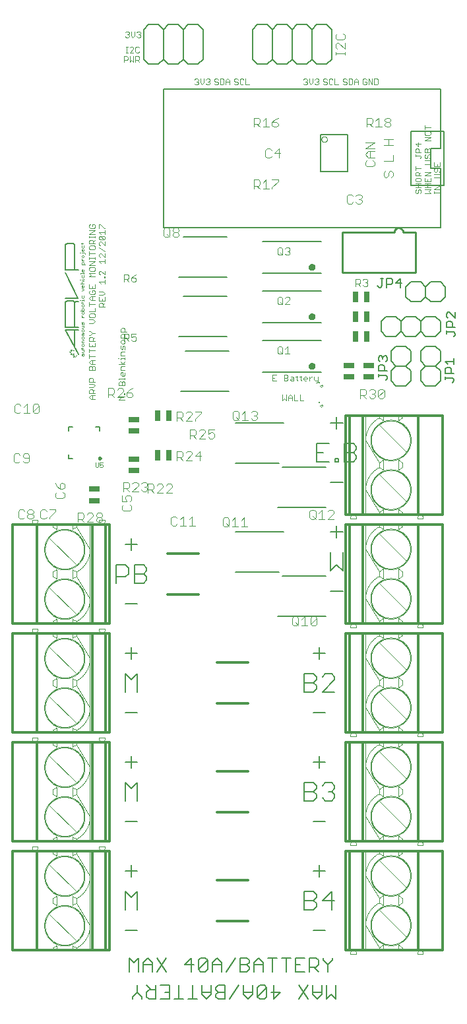
<source format=gbr>
G04 EAGLE Gerber RS-274X export*
G75*
%MOMM*%
%FSLAX34Y34*%
%LPD*%
%INSilkscreen Top*%
%IPPOS*%
%AMOC8*
5,1,8,0,0,1.08239X$1,22.5*%
G01*
%ADD10C,0.076200*%
%ADD11C,0.101600*%
%ADD12C,0.203200*%
%ADD13C,0.152400*%
%ADD14C,0.303200*%
%ADD15C,0.127000*%
%ADD16C,0.050800*%
%ADD17C,0.400000*%
%ADD18R,0.650000X1.400000*%
%ADD19C,0.254000*%
%ADD20R,1.400000X0.650000*%
%ADD21C,0.063400*%
%ADD22C,0.250000*%


D10*
X750697Y1341812D02*
X745782Y1341812D01*
X743325Y1344269D01*
X745782Y1346726D01*
X750697Y1346726D01*
X747011Y1346726D02*
X747011Y1341812D01*
X750697Y1349296D02*
X743325Y1349296D01*
X743325Y1352982D01*
X744553Y1354211D01*
X747011Y1354211D01*
X748240Y1352982D01*
X748240Y1349296D01*
X748240Y1351753D02*
X750697Y1354211D01*
X748240Y1356780D02*
X743325Y1356780D01*
X748240Y1356780D02*
X750697Y1359237D01*
X748240Y1361695D01*
X743325Y1361695D01*
X743325Y1364264D02*
X750697Y1364264D01*
X743325Y1364264D02*
X743325Y1367950D01*
X744553Y1369179D01*
X747011Y1369179D01*
X748240Y1367950D01*
X748240Y1364264D01*
X750697Y1379232D02*
X743325Y1379232D01*
X743325Y1382919D01*
X744553Y1384147D01*
X745782Y1384147D01*
X747011Y1382919D01*
X748240Y1384147D01*
X749468Y1384147D01*
X750697Y1382919D01*
X750697Y1379232D01*
X747011Y1379232D02*
X747011Y1382919D01*
X745782Y1386717D02*
X750697Y1386717D01*
X745782Y1386717D02*
X743325Y1389174D01*
X745782Y1391631D01*
X750697Y1391631D01*
X747011Y1391631D02*
X747011Y1386717D01*
X750697Y1396658D02*
X743325Y1396658D01*
X743325Y1394201D02*
X743325Y1399116D01*
X743325Y1404142D02*
X750697Y1404142D01*
X743325Y1401685D02*
X743325Y1406600D01*
X743325Y1409169D02*
X743325Y1414084D01*
X743325Y1409169D02*
X750697Y1409169D01*
X750697Y1414084D01*
X747011Y1411626D02*
X747011Y1409169D01*
X750697Y1416653D02*
X743325Y1416653D01*
X743325Y1420339D01*
X744553Y1421568D01*
X747011Y1421568D01*
X748240Y1420339D01*
X748240Y1416653D01*
X748240Y1419111D02*
X750697Y1421568D01*
X744553Y1424137D02*
X743325Y1424137D01*
X744553Y1424137D02*
X747011Y1426595D01*
X744553Y1429052D01*
X743325Y1429052D01*
X747011Y1426595D02*
X750697Y1426595D01*
X748240Y1439106D02*
X743325Y1439106D01*
X748240Y1439106D02*
X750697Y1441563D01*
X748240Y1444020D01*
X743325Y1444020D01*
X743325Y1447818D02*
X743325Y1450276D01*
X743325Y1447818D02*
X744553Y1446590D01*
X749468Y1446590D01*
X750697Y1447818D01*
X750697Y1450276D01*
X749468Y1451505D01*
X744553Y1451505D01*
X743325Y1450276D01*
X743325Y1454074D02*
X750697Y1454074D01*
X750697Y1458989D01*
X750697Y1464016D02*
X743325Y1464016D01*
X743325Y1466473D02*
X743325Y1461558D01*
X745782Y1469042D02*
X750697Y1469042D01*
X745782Y1469042D02*
X743325Y1471500D01*
X745782Y1473957D01*
X750697Y1473957D01*
X747011Y1473957D02*
X747011Y1469042D01*
X743325Y1480213D02*
X744553Y1481441D01*
X743325Y1480213D02*
X743325Y1477755D01*
X744553Y1476526D01*
X749468Y1476526D01*
X750697Y1477755D01*
X750697Y1480213D01*
X749468Y1481441D01*
X747011Y1481441D01*
X747011Y1478984D01*
X743325Y1484011D02*
X743325Y1488925D01*
X743325Y1484011D02*
X750697Y1484011D01*
X750697Y1488925D01*
X747011Y1486468D02*
X747011Y1484011D01*
X750697Y1498979D02*
X743325Y1498979D01*
X745782Y1501436D01*
X743325Y1503894D01*
X750697Y1503894D01*
X743325Y1507692D02*
X743325Y1510149D01*
X743325Y1507692D02*
X744553Y1506463D01*
X749468Y1506463D01*
X750697Y1507692D01*
X750697Y1510149D01*
X749468Y1511378D01*
X744553Y1511378D01*
X743325Y1510149D01*
X743325Y1513947D02*
X750697Y1513947D01*
X750697Y1518862D02*
X743325Y1513947D01*
X743325Y1518862D02*
X750697Y1518862D01*
X750697Y1521431D02*
X750697Y1523889D01*
X750697Y1522660D02*
X743325Y1522660D01*
X743325Y1521431D02*
X743325Y1523889D01*
X743325Y1528878D02*
X750697Y1528878D01*
X743325Y1526421D02*
X743325Y1531336D01*
X743325Y1535134D02*
X743325Y1537591D01*
X743325Y1535134D02*
X744553Y1533905D01*
X749468Y1533905D01*
X750697Y1535134D01*
X750697Y1537591D01*
X749468Y1538820D01*
X744553Y1538820D01*
X743325Y1537591D01*
X743325Y1541389D02*
X750697Y1541389D01*
X743325Y1541389D02*
X743325Y1545075D01*
X744553Y1546304D01*
X747011Y1546304D01*
X748240Y1545075D01*
X748240Y1541389D01*
X748240Y1543847D02*
X750697Y1546304D01*
X750697Y1548873D02*
X750697Y1551331D01*
X750697Y1550102D02*
X743325Y1550102D01*
X743325Y1548873D02*
X743325Y1551331D01*
X743325Y1553863D02*
X750697Y1553863D01*
X750697Y1558778D02*
X743325Y1553863D01*
X743325Y1558778D02*
X750697Y1558778D01*
X743325Y1565033D02*
X744553Y1566262D01*
X743325Y1565033D02*
X743325Y1562576D01*
X744553Y1561347D01*
X749468Y1561347D01*
X750697Y1562576D01*
X750697Y1565033D01*
X749468Y1566262D01*
X747011Y1566262D01*
X747011Y1563804D01*
X756025Y1460311D02*
X763397Y1460311D01*
X756025Y1460311D02*
X756025Y1463997D01*
X757253Y1465226D01*
X759711Y1465226D01*
X760940Y1463997D01*
X760940Y1460311D01*
X760940Y1462768D02*
X763397Y1465226D01*
X756025Y1467795D02*
X756025Y1472710D01*
X756025Y1467795D02*
X763397Y1467795D01*
X763397Y1472710D01*
X759711Y1470252D02*
X759711Y1467795D01*
X760940Y1475279D02*
X756025Y1475279D01*
X760940Y1475279D02*
X763397Y1477736D01*
X760940Y1480194D01*
X756025Y1480194D01*
X758482Y1490247D02*
X756025Y1492705D01*
X763397Y1492705D01*
X763397Y1495162D02*
X763397Y1490247D01*
X763397Y1497732D02*
X762168Y1497732D01*
X762168Y1498960D01*
X763397Y1498960D01*
X763397Y1497732D01*
X763397Y1501474D02*
X763397Y1506388D01*
X763397Y1501474D02*
X758482Y1506388D01*
X757253Y1506388D01*
X756025Y1505160D01*
X756025Y1502702D01*
X757253Y1501474D01*
X758482Y1516442D02*
X756025Y1518899D01*
X763397Y1518899D01*
X763397Y1516442D02*
X763397Y1521357D01*
X763397Y1523926D02*
X763397Y1528841D01*
X763397Y1523926D02*
X758482Y1528841D01*
X757253Y1528841D01*
X756025Y1527612D01*
X756025Y1525155D01*
X757253Y1523926D01*
X763397Y1531410D02*
X756025Y1536325D01*
X763397Y1538894D02*
X763397Y1543809D01*
X763397Y1538894D02*
X758482Y1543809D01*
X757253Y1543809D01*
X756025Y1542581D01*
X756025Y1540123D01*
X757253Y1538894D01*
X757253Y1546379D02*
X762168Y1546379D01*
X757253Y1546379D02*
X756025Y1547607D01*
X756025Y1550065D01*
X757253Y1551293D01*
X762168Y1551293D01*
X763397Y1550065D01*
X763397Y1547607D01*
X762168Y1546379D01*
X757253Y1551293D01*
X758482Y1553863D02*
X756025Y1556320D01*
X763397Y1556320D01*
X763397Y1553863D02*
X763397Y1558778D01*
X756025Y1561347D02*
X756025Y1566262D01*
X757253Y1566262D01*
X762168Y1561347D01*
X763397Y1561347D01*
X781425Y1340682D02*
X788797Y1340682D01*
X783882Y1343139D02*
X781425Y1340682D01*
X783882Y1343139D02*
X781425Y1345597D01*
X788797Y1345597D01*
X788797Y1348166D02*
X787568Y1348166D01*
X787568Y1349395D01*
X788797Y1349395D01*
X788797Y1348166D01*
X788797Y1359392D02*
X781425Y1359392D01*
X781425Y1363078D01*
X782653Y1364307D01*
X783882Y1364307D01*
X785111Y1363078D01*
X786340Y1364307D01*
X787568Y1364307D01*
X788797Y1363078D01*
X788797Y1359392D01*
X785111Y1359392D02*
X785111Y1363078D01*
X781425Y1366876D02*
X781425Y1368105D01*
X788797Y1368105D01*
X788797Y1366876D02*
X788797Y1369334D01*
X788797Y1373094D02*
X788797Y1375552D01*
X788797Y1373094D02*
X787568Y1371866D01*
X785111Y1371866D01*
X783882Y1373094D01*
X783882Y1375552D01*
X785111Y1376781D01*
X786340Y1376781D01*
X786340Y1371866D01*
X788797Y1379350D02*
X783882Y1379350D01*
X783882Y1383036D01*
X785111Y1384265D01*
X788797Y1384265D01*
X788797Y1386834D02*
X781425Y1386834D01*
X786340Y1386834D02*
X788797Y1390520D01*
X786340Y1386834D02*
X783882Y1390520D01*
X783882Y1393071D02*
X783882Y1394299D01*
X788797Y1394299D01*
X788797Y1393071D02*
X788797Y1395528D01*
X781425Y1394299D02*
X780196Y1394299D01*
X783882Y1398060D02*
X788797Y1398060D01*
X783882Y1398060D02*
X783882Y1401746D01*
X785111Y1402975D01*
X788797Y1402975D01*
X788797Y1405544D02*
X788797Y1409230D01*
X787568Y1410459D01*
X786340Y1409230D01*
X786340Y1406773D01*
X785111Y1405544D01*
X783882Y1406773D01*
X783882Y1410459D01*
X788797Y1414257D02*
X788797Y1416715D01*
X787568Y1417943D01*
X785111Y1417943D01*
X783882Y1416715D01*
X783882Y1414257D01*
X785111Y1413029D01*
X787568Y1413029D01*
X788797Y1414257D01*
X791254Y1420513D02*
X783882Y1420513D01*
X783882Y1424199D01*
X785111Y1425428D01*
X787568Y1425428D01*
X788797Y1424199D01*
X788797Y1420513D01*
X791254Y1427997D02*
X783882Y1427997D01*
X783882Y1431683D01*
X785111Y1432912D01*
X787568Y1432912D01*
X788797Y1431683D01*
X788797Y1427997D01*
X790048Y1786763D02*
X792506Y1786763D01*
X791277Y1786763D02*
X791277Y1794135D01*
X790048Y1794135D02*
X792506Y1794135D01*
X795038Y1786763D02*
X799953Y1786763D01*
X795038Y1786763D02*
X799953Y1791678D01*
X799953Y1792907D01*
X798724Y1794135D01*
X796266Y1794135D01*
X795038Y1792907D01*
X806208Y1794135D02*
X807437Y1792907D01*
X806208Y1794135D02*
X803751Y1794135D01*
X802522Y1792907D01*
X802522Y1787992D01*
X803751Y1786763D01*
X806208Y1786763D01*
X807437Y1787992D01*
X787554Y1781943D02*
X787554Y1774571D01*
X787554Y1781943D02*
X791240Y1781943D01*
X792468Y1780715D01*
X792468Y1778257D01*
X791240Y1777028D01*
X787554Y1777028D01*
X795038Y1774571D02*
X795038Y1781943D01*
X797495Y1777028D02*
X795038Y1774571D01*
X797495Y1777028D02*
X799953Y1774571D01*
X799953Y1781943D01*
X802522Y1781943D02*
X802522Y1774571D01*
X802522Y1781943D02*
X806208Y1781943D01*
X807437Y1780715D01*
X807437Y1778257D01*
X806208Y1777028D01*
X802522Y1777028D01*
X804979Y1777028D02*
X807437Y1774571D01*
X789255Y1812211D02*
X790483Y1813439D01*
X792941Y1813439D01*
X794170Y1812211D01*
X794170Y1810982D01*
X792941Y1809753D01*
X791712Y1809753D01*
X792941Y1809753D02*
X794170Y1808524D01*
X794170Y1807296D01*
X792941Y1806067D01*
X790483Y1806067D01*
X789255Y1807296D01*
X796739Y1808524D02*
X796739Y1813439D01*
X796739Y1808524D02*
X799196Y1806067D01*
X801654Y1808524D01*
X801654Y1813439D01*
X804223Y1812211D02*
X805452Y1813439D01*
X807909Y1813439D01*
X809138Y1812211D01*
X809138Y1810982D01*
X807909Y1809753D01*
X806681Y1809753D01*
X807909Y1809753D02*
X809138Y1808524D01*
X809138Y1807296D01*
X807909Y1806067D01*
X805452Y1806067D01*
X804223Y1807296D01*
X1017855Y1751886D02*
X1019083Y1753114D01*
X1021541Y1753114D01*
X1022770Y1751886D01*
X1022770Y1750657D01*
X1021541Y1749428D01*
X1020312Y1749428D01*
X1021541Y1749428D02*
X1022770Y1748199D01*
X1022770Y1746971D01*
X1021541Y1745742D01*
X1019083Y1745742D01*
X1017855Y1746971D01*
X1025339Y1748199D02*
X1025339Y1753114D01*
X1025339Y1748199D02*
X1027796Y1745742D01*
X1030254Y1748199D01*
X1030254Y1753114D01*
X1032823Y1751886D02*
X1034052Y1753114D01*
X1036509Y1753114D01*
X1037738Y1751886D01*
X1037738Y1750657D01*
X1036509Y1749428D01*
X1035280Y1749428D01*
X1036509Y1749428D02*
X1037738Y1748199D01*
X1037738Y1746971D01*
X1036509Y1745742D01*
X1034052Y1745742D01*
X1032823Y1746971D01*
X1046941Y1753114D02*
X1048170Y1751886D01*
X1046941Y1753114D02*
X1044483Y1753114D01*
X1043255Y1751886D01*
X1043255Y1750657D01*
X1044483Y1749428D01*
X1046941Y1749428D01*
X1048170Y1748199D01*
X1048170Y1746971D01*
X1046941Y1745742D01*
X1044483Y1745742D01*
X1043255Y1746971D01*
X1054425Y1753114D02*
X1055654Y1751886D01*
X1054425Y1753114D02*
X1051968Y1753114D01*
X1050739Y1751886D01*
X1050739Y1746971D01*
X1051968Y1745742D01*
X1054425Y1745742D01*
X1055654Y1746971D01*
X1058223Y1745742D02*
X1058223Y1753114D01*
X1058223Y1745742D02*
X1063138Y1745742D01*
X1072341Y1753114D02*
X1073570Y1751886D01*
X1072341Y1753114D02*
X1069883Y1753114D01*
X1068655Y1751886D01*
X1068655Y1750657D01*
X1069883Y1749428D01*
X1072341Y1749428D01*
X1073570Y1748199D01*
X1073570Y1746971D01*
X1072341Y1745742D01*
X1069883Y1745742D01*
X1068655Y1746971D01*
X1076139Y1745742D02*
X1076139Y1753114D01*
X1076139Y1745742D02*
X1079825Y1745742D01*
X1081054Y1746971D01*
X1081054Y1751886D01*
X1079825Y1753114D01*
X1076139Y1753114D01*
X1083623Y1750657D02*
X1083623Y1745742D01*
X1083623Y1750657D02*
X1086080Y1753114D01*
X1088538Y1750657D01*
X1088538Y1745742D01*
X1088538Y1749428D02*
X1083623Y1749428D01*
X1097741Y1753114D02*
X1098970Y1751886D01*
X1097741Y1753114D02*
X1095283Y1753114D01*
X1094055Y1751886D01*
X1094055Y1746971D01*
X1095283Y1745742D01*
X1097741Y1745742D01*
X1098970Y1746971D01*
X1098970Y1749428D01*
X1096512Y1749428D01*
X1101539Y1745742D02*
X1101539Y1753114D01*
X1106454Y1745742D01*
X1106454Y1753114D01*
X1109023Y1753114D02*
X1109023Y1745742D01*
X1112709Y1745742D01*
X1113938Y1746971D01*
X1113938Y1751886D01*
X1112709Y1753114D01*
X1109023Y1753114D01*
D11*
X1071055Y1783554D02*
X1071055Y1787452D01*
X1071055Y1785503D02*
X1059361Y1785503D01*
X1059361Y1783554D02*
X1059361Y1787452D01*
X1071055Y1791350D02*
X1071055Y1799145D01*
X1071055Y1791350D02*
X1063259Y1799145D01*
X1061310Y1799145D01*
X1059361Y1797196D01*
X1059361Y1793298D01*
X1061310Y1791350D01*
X1059361Y1808890D02*
X1061310Y1810839D01*
X1059361Y1808890D02*
X1059361Y1804992D01*
X1061310Y1803043D01*
X1069106Y1803043D01*
X1071055Y1804992D01*
X1071055Y1808890D01*
X1069106Y1810839D01*
D10*
X879383Y1753114D02*
X878155Y1751886D01*
X879383Y1753114D02*
X881841Y1753114D01*
X883070Y1751886D01*
X883070Y1750657D01*
X881841Y1749428D01*
X880612Y1749428D01*
X881841Y1749428D02*
X883070Y1748199D01*
X883070Y1746971D01*
X881841Y1745742D01*
X879383Y1745742D01*
X878155Y1746971D01*
X885639Y1748199D02*
X885639Y1753114D01*
X885639Y1748199D02*
X888096Y1745742D01*
X890554Y1748199D01*
X890554Y1753114D01*
X893123Y1751886D02*
X894352Y1753114D01*
X896809Y1753114D01*
X898038Y1751886D01*
X898038Y1750657D01*
X896809Y1749428D01*
X895580Y1749428D01*
X896809Y1749428D02*
X898038Y1748199D01*
X898038Y1746971D01*
X896809Y1745742D01*
X894352Y1745742D01*
X893123Y1746971D01*
X907241Y1753114D02*
X908470Y1751886D01*
X907241Y1753114D02*
X904783Y1753114D01*
X903555Y1751886D01*
X903555Y1750657D01*
X904783Y1749428D01*
X907241Y1749428D01*
X908470Y1748199D01*
X908470Y1746971D01*
X907241Y1745742D01*
X904783Y1745742D01*
X903555Y1746971D01*
X911039Y1745742D02*
X911039Y1753114D01*
X911039Y1745742D02*
X914725Y1745742D01*
X915954Y1746971D01*
X915954Y1751886D01*
X914725Y1753114D01*
X911039Y1753114D01*
X918523Y1750657D02*
X918523Y1745742D01*
X918523Y1750657D02*
X920980Y1753114D01*
X923438Y1750657D01*
X923438Y1745742D01*
X923438Y1749428D02*
X918523Y1749428D01*
X932641Y1753114D02*
X933870Y1751886D01*
X932641Y1753114D02*
X930183Y1753114D01*
X928955Y1751886D01*
X928955Y1750657D01*
X930183Y1749428D01*
X932641Y1749428D01*
X933870Y1748199D01*
X933870Y1746971D01*
X932641Y1745742D01*
X930183Y1745742D01*
X928955Y1746971D01*
X940125Y1753114D02*
X941354Y1751886D01*
X940125Y1753114D02*
X937668Y1753114D01*
X936439Y1751886D01*
X936439Y1746971D01*
X937668Y1745742D01*
X940125Y1745742D01*
X941354Y1746971D01*
X943923Y1745742D02*
X943923Y1753114D01*
X943923Y1745742D02*
X948838Y1745742D01*
D11*
X1121273Y1667886D02*
X1132967Y1667886D01*
X1127120Y1667886D02*
X1127120Y1675682D01*
X1121273Y1675682D02*
X1132967Y1675682D01*
X1132967Y1647249D02*
X1121273Y1647249D01*
X1132967Y1647249D02*
X1132967Y1655045D01*
X1099410Y1648113D02*
X1097461Y1646164D01*
X1097461Y1642266D01*
X1099410Y1640317D01*
X1107206Y1640317D01*
X1109155Y1642266D01*
X1109155Y1646164D01*
X1107206Y1648113D01*
X1109155Y1652011D02*
X1101359Y1652011D01*
X1097461Y1655909D01*
X1101359Y1659807D01*
X1109155Y1659807D01*
X1103308Y1659807D02*
X1103308Y1652011D01*
X1109155Y1663705D02*
X1097461Y1663705D01*
X1109155Y1671501D01*
X1097461Y1671501D01*
X1123222Y1634407D02*
X1121273Y1632458D01*
X1121273Y1628560D01*
X1123222Y1626611D01*
X1125171Y1626611D01*
X1127120Y1628560D01*
X1127120Y1632458D01*
X1129069Y1634407D01*
X1131018Y1634407D01*
X1132967Y1632458D01*
X1132967Y1628560D01*
X1131018Y1626611D01*
D10*
X1161663Y1609707D02*
X1162891Y1610936D01*
X1161663Y1609707D02*
X1161663Y1607250D01*
X1162891Y1606021D01*
X1164120Y1606021D01*
X1165349Y1607250D01*
X1165349Y1609707D01*
X1166578Y1610936D01*
X1167806Y1610936D01*
X1169035Y1609707D01*
X1169035Y1607250D01*
X1167806Y1606021D01*
X1169035Y1613505D02*
X1161663Y1613505D01*
X1165349Y1613505D02*
X1165349Y1618420D01*
X1161663Y1618420D02*
X1169035Y1618420D01*
X1161663Y1622218D02*
X1161663Y1624676D01*
X1161663Y1622218D02*
X1162891Y1620989D01*
X1167806Y1620989D01*
X1169035Y1622218D01*
X1169035Y1624676D01*
X1167806Y1625904D01*
X1162891Y1625904D01*
X1161663Y1624676D01*
X1161663Y1628474D02*
X1169035Y1628474D01*
X1161663Y1628474D02*
X1161663Y1632160D01*
X1162891Y1633388D01*
X1165349Y1633388D01*
X1166578Y1632160D01*
X1166578Y1628474D01*
X1166578Y1630931D02*
X1169035Y1633388D01*
X1169035Y1638415D02*
X1161663Y1638415D01*
X1161663Y1635958D02*
X1161663Y1640873D01*
X1167806Y1650926D02*
X1169035Y1652155D01*
X1169035Y1653383D01*
X1167806Y1654612D01*
X1161663Y1654612D01*
X1161663Y1653383D02*
X1161663Y1655841D01*
X1161663Y1658410D02*
X1169035Y1658410D01*
X1161663Y1658410D02*
X1161663Y1662096D01*
X1162891Y1663325D01*
X1165349Y1663325D01*
X1166578Y1662096D01*
X1166578Y1658410D01*
X1169035Y1669581D02*
X1161663Y1669581D01*
X1165349Y1665894D01*
X1165349Y1670809D01*
X1173855Y1606021D02*
X1181227Y1606021D01*
X1178770Y1608479D01*
X1181227Y1610936D01*
X1173855Y1610936D01*
X1173855Y1613505D02*
X1181227Y1613505D01*
X1177541Y1613505D02*
X1177541Y1618420D01*
X1173855Y1618420D02*
X1181227Y1618420D01*
X1173855Y1620989D02*
X1173855Y1625904D01*
X1173855Y1620989D02*
X1181227Y1620989D01*
X1181227Y1625904D01*
X1177541Y1623447D02*
X1177541Y1620989D01*
X1181227Y1628474D02*
X1173855Y1628474D01*
X1181227Y1633388D01*
X1173855Y1633388D01*
X1173855Y1643442D02*
X1179998Y1643442D01*
X1181227Y1644671D01*
X1181227Y1647128D01*
X1179998Y1648357D01*
X1173855Y1648357D01*
X1173855Y1654612D02*
X1175083Y1655841D01*
X1173855Y1654612D02*
X1173855Y1652155D01*
X1175083Y1650926D01*
X1176312Y1650926D01*
X1177541Y1652155D01*
X1177541Y1654612D01*
X1178770Y1655841D01*
X1179998Y1655841D01*
X1181227Y1654612D01*
X1181227Y1652155D01*
X1179998Y1650926D01*
X1181227Y1658410D02*
X1173855Y1658410D01*
X1173855Y1662096D01*
X1175083Y1663325D01*
X1176312Y1663325D01*
X1177541Y1662096D01*
X1178770Y1663325D01*
X1179998Y1663325D01*
X1181227Y1662096D01*
X1181227Y1658410D01*
X1177541Y1658410D02*
X1177541Y1662096D01*
X1181227Y1673379D02*
X1173855Y1673379D01*
X1181227Y1678293D01*
X1173855Y1678293D01*
X1173855Y1682091D02*
X1173855Y1684549D01*
X1173855Y1682091D02*
X1175083Y1680863D01*
X1179998Y1680863D01*
X1181227Y1682091D01*
X1181227Y1684549D01*
X1179998Y1685778D01*
X1175083Y1685778D01*
X1173855Y1684549D01*
X1173855Y1690804D02*
X1181227Y1690804D01*
X1173855Y1688347D02*
X1173855Y1693262D01*
X1193419Y1608479D02*
X1193419Y1606021D01*
X1193419Y1607250D02*
X1186047Y1607250D01*
X1186047Y1606021D02*
X1186047Y1608479D01*
X1186047Y1611011D02*
X1193419Y1611011D01*
X1193419Y1615925D02*
X1186047Y1611011D01*
X1186047Y1615925D02*
X1193419Y1615925D01*
X1192190Y1625979D02*
X1186047Y1625979D01*
X1192190Y1625979D02*
X1193419Y1627208D01*
X1193419Y1629665D01*
X1192190Y1630894D01*
X1186047Y1630894D01*
X1186047Y1637149D02*
X1187275Y1638378D01*
X1186047Y1637149D02*
X1186047Y1634692D01*
X1187275Y1633463D01*
X1188504Y1633463D01*
X1189733Y1634692D01*
X1189733Y1637149D01*
X1190962Y1638378D01*
X1192190Y1638378D01*
X1193419Y1637149D01*
X1193419Y1634692D01*
X1192190Y1633463D01*
X1186047Y1640947D02*
X1186047Y1645862D01*
X1186047Y1640947D02*
X1193419Y1640947D01*
X1193419Y1645862D01*
X1189733Y1643405D02*
X1189733Y1640947D01*
D12*
X805014Y1155710D02*
X789422Y1155710D01*
X797218Y1163506D02*
X797218Y1147914D01*
X777728Y1129304D02*
X777728Y1105916D01*
X777728Y1129304D02*
X789422Y1129304D01*
X793320Y1125406D01*
X793320Y1117610D01*
X789422Y1113712D01*
X777728Y1113712D01*
X801116Y1105916D02*
X801116Y1129304D01*
X812810Y1129304D01*
X816708Y1125406D01*
X816708Y1121508D01*
X812810Y1117610D01*
X816708Y1113712D01*
X816708Y1109814D01*
X812810Y1105916D01*
X801116Y1105916D01*
X801116Y1117610D02*
X812810Y1117610D01*
X805014Y1079510D02*
X789422Y1079510D01*
X1052947Y1311285D02*
X1068539Y1311285D01*
X1060743Y1319081D02*
X1060743Y1303489D01*
X1050998Y1284879D02*
X1035406Y1284879D01*
X1035406Y1261491D01*
X1050998Y1261491D01*
X1043202Y1273185D02*
X1035406Y1273185D01*
X1058794Y1265389D02*
X1058794Y1261491D01*
X1058794Y1265389D02*
X1062692Y1265389D01*
X1062692Y1261491D01*
X1058794Y1261491D01*
X1070488Y1261491D02*
X1070488Y1284879D01*
X1082182Y1284879D01*
X1086080Y1280981D01*
X1086080Y1277083D01*
X1082182Y1273185D01*
X1086080Y1269287D01*
X1086080Y1265389D01*
X1082182Y1261491D01*
X1070488Y1261491D01*
X1070488Y1273185D02*
X1082182Y1273185D01*
X1068539Y1235085D02*
X1052947Y1235085D01*
X805014Y1016010D02*
X789422Y1016010D01*
X797218Y1023806D02*
X797218Y1008214D01*
X789422Y989604D02*
X789422Y966216D01*
X797218Y981808D02*
X789422Y989604D01*
X797218Y981808D02*
X805014Y989604D01*
X805014Y966216D01*
X805014Y939810D02*
X789422Y939810D01*
X1030722Y1016010D02*
X1046314Y1016010D01*
X1038518Y1023806D02*
X1038518Y1008214D01*
X1019028Y989604D02*
X1019028Y966216D01*
X1019028Y989604D02*
X1030722Y989604D01*
X1034620Y985706D01*
X1034620Y981808D01*
X1030722Y977910D01*
X1034620Y974012D01*
X1034620Y970114D01*
X1030722Y966216D01*
X1019028Y966216D01*
X1019028Y977910D02*
X1030722Y977910D01*
X1042416Y966216D02*
X1058008Y966216D01*
X1042416Y966216D02*
X1058008Y981808D01*
X1058008Y985706D01*
X1054110Y989604D01*
X1046314Y989604D01*
X1042416Y985706D01*
X1046314Y939810D02*
X1030722Y939810D01*
X805014Y876310D02*
X789422Y876310D01*
X797218Y884106D02*
X797218Y868514D01*
X789422Y849904D02*
X789422Y826516D01*
X797218Y842108D02*
X789422Y849904D01*
X797218Y842108D02*
X805014Y849904D01*
X805014Y826516D01*
X805014Y800110D02*
X789422Y800110D01*
X1030722Y876310D02*
X1046314Y876310D01*
X1038518Y884106D02*
X1038518Y868514D01*
X1019028Y849904D02*
X1019028Y826516D01*
X1019028Y849904D02*
X1030722Y849904D01*
X1034620Y846006D01*
X1034620Y842108D01*
X1030722Y838210D01*
X1034620Y834312D01*
X1034620Y830414D01*
X1030722Y826516D01*
X1019028Y826516D01*
X1019028Y838210D02*
X1030722Y838210D01*
X1042416Y846006D02*
X1046314Y849904D01*
X1054110Y849904D01*
X1058008Y846006D01*
X1058008Y842108D01*
X1054110Y838210D01*
X1050212Y838210D01*
X1054110Y838210D02*
X1058008Y834312D01*
X1058008Y830414D01*
X1054110Y826516D01*
X1046314Y826516D01*
X1042416Y830414D01*
X1046314Y800110D02*
X1030722Y800110D01*
X805014Y736610D02*
X789422Y736610D01*
X797218Y744406D02*
X797218Y728814D01*
X789422Y710204D02*
X789422Y686816D01*
X797218Y702408D02*
X789422Y710204D01*
X797218Y702408D02*
X805014Y710204D01*
X805014Y686816D01*
X805014Y660410D02*
X789422Y660410D01*
X1030722Y736610D02*
X1046314Y736610D01*
X1038518Y744406D02*
X1038518Y728814D01*
X1019028Y710204D02*
X1019028Y686816D01*
X1019028Y710204D02*
X1030722Y710204D01*
X1034620Y706306D01*
X1034620Y702408D01*
X1030722Y698510D01*
X1034620Y694612D01*
X1034620Y690714D01*
X1030722Y686816D01*
X1019028Y686816D01*
X1019028Y698510D02*
X1030722Y698510D01*
X1054110Y686816D02*
X1054110Y710204D01*
X1042416Y698510D01*
X1058008Y698510D01*
X1046314Y660410D02*
X1030722Y660410D01*
D13*
X794550Y624855D02*
X794550Y607060D01*
X800482Y618923D02*
X794550Y624855D01*
X800482Y618923D02*
X806414Y624855D01*
X806414Y607060D01*
X812325Y607060D02*
X812325Y618923D01*
X818257Y624855D01*
X824189Y618923D01*
X824189Y607060D01*
X824189Y615958D02*
X812325Y615958D01*
X830100Y624855D02*
X841964Y607060D01*
X830100Y607060D02*
X841964Y624855D01*
X874547Y624855D02*
X874547Y607060D01*
X865650Y615958D02*
X874547Y624855D01*
X877513Y615958D02*
X865650Y615958D01*
X883425Y610026D02*
X883425Y621889D01*
X886391Y624855D01*
X892322Y624855D01*
X895288Y621889D01*
X895288Y610026D01*
X892322Y607060D01*
X886391Y607060D01*
X883425Y610026D01*
X895288Y621889D01*
X901200Y618923D02*
X901200Y607060D01*
X901200Y618923D02*
X907131Y624855D01*
X913063Y618923D01*
X913063Y607060D01*
X913063Y615958D02*
X901200Y615958D01*
X918974Y607060D02*
X930838Y624855D01*
X936749Y624855D02*
X936749Y607060D01*
X936749Y624855D02*
X945647Y624855D01*
X948613Y621889D01*
X948613Y618923D01*
X945647Y615958D01*
X948613Y612992D01*
X948613Y610026D01*
X945647Y607060D01*
X936749Y607060D01*
X936749Y615958D02*
X945647Y615958D01*
X954524Y618923D02*
X954524Y607060D01*
X954524Y618923D02*
X960456Y624855D01*
X966388Y618923D01*
X966388Y607060D01*
X966388Y615958D02*
X954524Y615958D01*
X978231Y607060D02*
X978231Y624855D01*
X984162Y624855D02*
X972299Y624855D01*
X996005Y624855D02*
X996005Y607060D01*
X990074Y624855D02*
X1001937Y624855D01*
X1007849Y624855D02*
X1019712Y624855D01*
X1007849Y624855D02*
X1007849Y607060D01*
X1019712Y607060D01*
X1013780Y615958D02*
X1007849Y615958D01*
X1025623Y607060D02*
X1025623Y624855D01*
X1034521Y624855D01*
X1037487Y621889D01*
X1037487Y615958D01*
X1034521Y612992D01*
X1025623Y612992D01*
X1031555Y612992D02*
X1037487Y607060D01*
X1043398Y621889D02*
X1043398Y624855D01*
X1043398Y621889D02*
X1049330Y615958D01*
X1055262Y621889D01*
X1055262Y624855D01*
X1049330Y615958D02*
X1049330Y607060D01*
X1059650Y589915D02*
X1059650Y572120D01*
X1053718Y578052D01*
X1047786Y572120D01*
X1047786Y589915D01*
X1041875Y589915D02*
X1041875Y578052D01*
X1035943Y572120D01*
X1030011Y578052D01*
X1030011Y589915D01*
X1030011Y581017D02*
X1041875Y581017D01*
X1024100Y572120D02*
X1012236Y589915D01*
X1024100Y589915D02*
X1012236Y572120D01*
X979653Y572120D02*
X979653Y589915D01*
X988550Y581017D02*
X979653Y572120D01*
X976687Y581017D02*
X988550Y581017D01*
X970775Y586949D02*
X970775Y575086D01*
X967809Y572120D01*
X961878Y572120D01*
X958912Y575086D01*
X958912Y586949D01*
X961878Y589915D01*
X967809Y589915D01*
X970775Y586949D01*
X958912Y575086D01*
X953000Y578052D02*
X953000Y589915D01*
X953000Y578052D02*
X947069Y572120D01*
X941137Y578052D01*
X941137Y589915D01*
X941137Y581017D02*
X953000Y581017D01*
X935226Y589915D02*
X923362Y572120D01*
X917451Y572120D02*
X917451Y589915D01*
X917451Y572120D02*
X908553Y572120D01*
X905587Y575086D01*
X905587Y578052D01*
X908553Y581017D01*
X905587Y583983D01*
X905587Y586949D01*
X908553Y589915D01*
X917451Y589915D01*
X917451Y581017D02*
X908553Y581017D01*
X899676Y578052D02*
X899676Y589915D01*
X899676Y578052D02*
X893744Y572120D01*
X887812Y578052D01*
X887812Y589915D01*
X887812Y581017D02*
X899676Y581017D01*
X875969Y589915D02*
X875969Y572120D01*
X870038Y572120D02*
X881901Y572120D01*
X858195Y572120D02*
X858195Y589915D01*
X864126Y572120D02*
X852263Y572120D01*
X846351Y572120D02*
X834488Y572120D01*
X846351Y572120D02*
X846351Y589915D01*
X834488Y589915D01*
X840420Y581017D02*
X846351Y581017D01*
X828577Y589915D02*
X828577Y572120D01*
X819679Y572120D01*
X816713Y575086D01*
X816713Y581017D01*
X819679Y583983D01*
X828577Y583983D01*
X822645Y583983D02*
X816713Y589915D01*
X810802Y575086D02*
X810802Y572120D01*
X810802Y575086D02*
X804870Y581017D01*
X798938Y575086D01*
X798938Y572120D01*
X804870Y581017D02*
X804870Y589915D01*
D10*
X990981Y1340231D02*
X990981Y1347603D01*
X993438Y1342688D02*
X990981Y1340231D01*
X993438Y1342688D02*
X995896Y1340231D01*
X995896Y1347603D01*
X998465Y1345146D02*
X998465Y1340231D01*
X998465Y1345146D02*
X1000923Y1347603D01*
X1003380Y1345146D01*
X1003380Y1340231D01*
X1003380Y1343917D02*
X998465Y1343917D01*
X1005949Y1347603D02*
X1005949Y1340231D01*
X1010864Y1340231D01*
X1013433Y1340231D02*
X1013433Y1347603D01*
X1013433Y1340231D02*
X1018348Y1340231D01*
X983196Y1373003D02*
X978281Y1373003D01*
X978281Y1365631D01*
X983196Y1365631D01*
X980738Y1369317D02*
X978281Y1369317D01*
X993249Y1365631D02*
X993249Y1373003D01*
X996935Y1373003D01*
X998164Y1371775D01*
X998164Y1370546D01*
X996935Y1369317D01*
X998164Y1368088D01*
X998164Y1366860D01*
X996935Y1365631D01*
X993249Y1365631D01*
X993249Y1369317D02*
X996935Y1369317D01*
X1001962Y1370546D02*
X1004420Y1370546D01*
X1005648Y1369317D01*
X1005648Y1365631D01*
X1001962Y1365631D01*
X1000733Y1366860D01*
X1001962Y1368088D01*
X1005648Y1368088D01*
X1009446Y1366860D02*
X1009446Y1371775D01*
X1009446Y1366860D02*
X1010675Y1365631D01*
X1010675Y1370546D02*
X1008218Y1370546D01*
X1014436Y1371775D02*
X1014436Y1366860D01*
X1015664Y1365631D01*
X1015664Y1370546D02*
X1013207Y1370546D01*
X1019425Y1365631D02*
X1021883Y1365631D01*
X1019425Y1365631D02*
X1018197Y1366860D01*
X1018197Y1369317D01*
X1019425Y1370546D01*
X1021883Y1370546D01*
X1023111Y1369317D01*
X1023111Y1368088D01*
X1018197Y1368088D01*
X1025681Y1365631D02*
X1025681Y1370546D01*
X1028138Y1370546D02*
X1025681Y1368088D01*
X1028138Y1370546D02*
X1029367Y1370546D01*
X1031917Y1370546D02*
X1031917Y1366860D01*
X1033146Y1365631D01*
X1036832Y1365631D01*
X1036832Y1364402D02*
X1036832Y1370546D01*
X1036832Y1364402D02*
X1035604Y1363174D01*
X1034375Y1363174D01*
D12*
X1052947Y1171585D02*
X1068539Y1171585D01*
X1060743Y1179381D02*
X1060743Y1163789D01*
X1052947Y1145179D02*
X1052947Y1121791D01*
X1060743Y1129587D01*
X1068539Y1121791D01*
X1068539Y1145179D01*
X1068539Y1095385D02*
X1052947Y1095385D01*
D14*
X947100Y812200D02*
X907100Y812200D01*
X907100Y864200D02*
X947100Y864200D01*
X947100Y951900D02*
X907100Y951900D01*
X907100Y1003900D02*
X947100Y1003900D01*
X947100Y672500D02*
X907100Y672500D01*
X907100Y724500D02*
X947100Y724500D01*
X883600Y1091600D02*
X843600Y1091600D01*
X843600Y1143600D02*
X883600Y1143600D01*
D11*
X1171670Y632100D02*
X1171670Y629470D01*
X1171670Y632100D02*
X1170170Y633883D01*
X1170170Y635170D01*
X1084170Y635000D02*
X1084170Y633883D01*
X1166030Y633883D02*
X1166030Y635170D01*
X1080030Y635000D02*
X1080030Y633883D01*
D14*
X1077100Y635000D02*
X1077100Y762000D01*
X1077100Y635000D02*
X1072100Y635000D01*
X1072100Y762000D01*
X1077100Y762000D01*
X1094560Y762000D02*
X1094560Y635000D01*
D11*
X1115072Y750398D02*
X1115071Y750399D01*
X1115072Y750398D02*
X1150078Y715392D01*
X1166030Y635170D02*
X1165387Y635000D01*
D14*
X1165387Y762000D01*
X1097600Y762000D01*
X1097600Y635000D02*
X1094560Y635000D01*
X1097600Y635000D02*
X1115100Y635000D01*
D11*
X1140100Y692538D02*
X1140100Y704803D01*
X1140100Y641303D02*
X1140100Y635000D01*
X1115100Y635000D02*
X1115100Y638089D01*
X1115100Y695752D02*
X1115100Y701589D01*
D14*
X1115100Y635000D02*
X1120100Y635000D01*
X1140100Y635000D01*
D11*
X1120100Y635000D02*
X1120100Y641303D01*
X1120100Y692538D02*
X1120100Y704803D01*
D14*
X1097600Y762000D02*
X1094560Y762000D01*
D11*
X1097600Y666750D02*
X1097600Y635000D01*
X1097600Y666750D02*
X1097600Y730250D01*
X1097600Y762000D01*
X1145128Y646943D02*
X1145129Y646942D01*
X1150078Y651892D02*
X1115071Y686899D01*
D14*
X1140100Y635000D02*
X1145100Y635000D01*
X1165387Y635000D01*
D11*
X1145100Y635000D02*
X1145100Y638089D01*
X1145100Y695752D02*
X1145100Y701589D01*
D14*
X1080030Y635000D02*
X1077100Y635000D01*
X1084170Y635000D02*
X1094560Y635000D01*
X1084170Y635000D02*
X1080030Y635000D01*
X1077100Y762000D02*
X1094560Y762000D01*
X1166030Y635170D02*
X1170170Y635170D01*
D11*
X1166030Y633883D02*
X1164530Y632100D01*
X1080030Y633883D02*
X1078530Y632100D01*
X1084170Y633883D02*
X1085670Y632100D01*
X1164530Y632100D02*
X1164530Y629470D01*
X1171670Y629470D01*
X1078530Y629470D02*
X1078530Y632100D01*
X1078530Y629470D02*
X1085670Y629470D01*
X1085670Y632100D01*
D14*
X1165387Y762000D02*
X1197100Y762000D01*
X1197100Y635170D02*
X1170170Y635170D01*
X1197100Y635170D02*
X1197100Y762000D01*
D11*
X1150078Y715392D02*
X1149720Y714929D01*
X1149353Y714474D01*
X1148974Y714027D01*
X1148585Y713590D01*
X1148186Y713162D01*
X1147777Y712743D01*
X1147359Y712334D01*
X1146931Y711935D01*
X1146493Y711546D01*
X1146047Y711168D01*
X1145592Y710800D01*
X1145129Y710442D01*
X1150079Y651892D02*
X1149722Y651429D01*
X1149354Y650974D01*
X1148975Y650527D01*
X1148586Y650090D01*
X1148187Y649662D01*
X1147778Y649243D01*
X1147359Y648834D01*
X1146931Y648435D01*
X1146494Y648046D01*
X1146047Y647667D01*
X1145592Y647299D01*
X1145129Y646942D01*
X1110121Y745449D02*
X1110478Y745912D01*
X1110846Y746367D01*
X1111225Y746814D01*
X1111614Y747251D01*
X1112013Y747679D01*
X1112422Y748098D01*
X1112841Y748507D01*
X1113269Y748906D01*
X1113706Y749295D01*
X1114153Y749674D01*
X1114608Y750042D01*
X1115071Y750399D01*
X1110122Y745449D02*
X1109760Y744956D01*
X1109411Y744455D01*
X1109074Y743945D01*
X1108749Y743427D01*
X1108438Y742901D01*
X1108139Y742367D01*
X1107854Y741827D01*
X1107581Y741280D01*
X1107323Y740726D01*
X1107077Y740166D01*
X1106846Y739600D01*
X1106628Y739029D01*
X1106425Y738452D01*
X1106236Y737871D01*
X1106060Y737286D01*
X1105900Y736696D01*
X1105754Y736102D01*
X1105622Y735505D01*
X1105505Y734905D01*
X1105403Y734303D01*
X1105315Y733698D01*
X1105242Y733091D01*
X1105184Y732482D01*
X1105141Y731873D01*
X1105113Y731262D01*
X1105100Y730651D01*
X1105102Y730040D01*
X1105119Y729429D01*
X1105150Y728818D01*
X1105197Y728209D01*
X1105258Y727600D01*
X1105335Y726994D01*
X1105426Y726390D01*
X1105532Y725787D01*
X1105652Y725188D01*
X1105788Y724592D01*
X1105937Y723999D01*
X1106101Y723411D01*
X1106280Y722826D01*
X1106473Y722246D01*
X1106680Y721671D01*
X1106900Y721101D01*
X1107135Y720536D01*
X1107384Y719978D01*
X1107646Y719426D01*
X1107921Y718880D01*
X1108210Y718341D01*
X1108512Y717810D01*
X1108827Y717286D01*
X1109154Y716769D01*
X1109494Y716261D01*
X1109846Y715762D01*
X1110211Y715271D01*
X1110587Y714789D01*
X1110975Y714317D01*
X1111374Y713854D01*
X1111785Y713401D01*
X1112207Y712959D01*
X1112639Y712527D01*
X1113081Y712105D01*
X1113534Y711694D01*
X1113997Y711295D01*
X1114469Y710907D01*
X1114951Y710531D01*
X1115442Y710166D01*
X1115941Y709814D01*
X1116449Y709474D01*
X1116966Y709147D01*
X1117490Y708832D01*
X1118021Y708530D01*
X1118560Y708241D01*
X1119106Y707966D01*
X1119658Y707704D01*
X1120216Y707455D01*
X1120781Y707220D01*
X1121351Y707000D01*
X1121926Y706793D01*
X1122506Y706600D01*
X1123091Y706421D01*
X1123679Y706257D01*
X1124272Y706108D01*
X1124868Y705972D01*
X1125467Y705852D01*
X1126070Y705746D01*
X1126674Y705655D01*
X1127280Y705578D01*
X1127889Y705517D01*
X1128498Y705470D01*
X1129109Y705439D01*
X1129720Y705422D01*
X1130331Y705420D01*
X1130942Y705433D01*
X1131553Y705461D01*
X1132162Y705504D01*
X1132771Y705562D01*
X1133378Y705635D01*
X1133983Y705723D01*
X1134585Y705825D01*
X1135185Y705942D01*
X1135782Y706074D01*
X1136376Y706220D01*
X1136966Y706380D01*
X1137551Y706556D01*
X1138132Y706745D01*
X1138709Y706948D01*
X1139280Y707166D01*
X1139846Y707397D01*
X1140406Y707643D01*
X1140960Y707901D01*
X1141507Y708174D01*
X1142047Y708459D01*
X1142581Y708758D01*
X1143107Y709069D01*
X1143625Y709394D01*
X1144135Y709731D01*
X1144636Y710080D01*
X1145129Y710442D01*
X1150078Y715392D02*
X1150439Y715885D01*
X1150789Y716387D01*
X1151125Y716897D01*
X1151450Y717415D01*
X1151761Y717940D01*
X1152060Y718474D01*
X1152345Y719014D01*
X1152618Y719561D01*
X1152876Y720115D01*
X1153121Y720675D01*
X1153353Y721241D01*
X1153570Y721812D01*
X1153774Y722388D01*
X1153963Y722970D01*
X1154138Y723555D01*
X1154299Y724145D01*
X1154445Y724738D01*
X1154576Y725335D01*
X1154693Y725935D01*
X1154796Y726538D01*
X1154883Y727143D01*
X1154956Y727750D01*
X1155014Y728358D01*
X1155057Y728968D01*
X1155085Y729578D01*
X1155098Y730189D01*
X1155096Y730801D01*
X1155079Y731412D01*
X1155048Y732022D01*
X1155001Y732631D01*
X1154939Y733239D01*
X1154863Y733846D01*
X1154772Y734450D01*
X1154666Y735052D01*
X1154545Y735651D01*
X1154410Y736247D01*
X1154261Y736840D01*
X1154096Y737429D01*
X1153918Y738013D01*
X1153725Y738593D01*
X1153518Y739169D01*
X1153297Y739738D01*
X1153063Y740303D01*
X1152814Y740861D01*
X1152552Y741413D01*
X1152277Y741959D01*
X1151988Y742498D01*
X1151686Y743029D01*
X1151371Y743553D01*
X1151044Y744069D01*
X1150704Y744577D01*
X1150352Y745077D01*
X1149987Y745567D01*
X1149611Y746049D01*
X1149223Y746521D01*
X1148824Y746984D01*
X1148413Y747437D01*
X1147992Y747880D01*
X1147560Y748312D01*
X1147117Y748733D01*
X1146664Y749144D01*
X1146201Y749543D01*
X1145729Y749931D01*
X1145247Y750307D01*
X1144757Y750672D01*
X1144257Y751024D01*
X1143749Y751364D01*
X1143233Y751691D01*
X1142709Y752006D01*
X1142178Y752308D01*
X1141639Y752597D01*
X1141093Y752872D01*
X1140541Y753134D01*
X1139983Y753383D01*
X1139418Y753617D01*
X1138849Y753838D01*
X1138273Y754045D01*
X1137693Y754238D01*
X1137109Y754416D01*
X1136520Y754581D01*
X1135927Y754730D01*
X1135331Y754865D01*
X1134732Y754986D01*
X1134130Y755092D01*
X1133526Y755183D01*
X1132919Y755259D01*
X1132311Y755321D01*
X1131702Y755368D01*
X1131092Y755399D01*
X1130481Y755416D01*
X1129869Y755418D01*
X1129258Y755405D01*
X1128648Y755377D01*
X1128038Y755334D01*
X1127430Y755276D01*
X1126823Y755203D01*
X1126218Y755116D01*
X1125615Y755013D01*
X1125015Y754896D01*
X1124418Y754765D01*
X1123825Y754619D01*
X1123235Y754458D01*
X1122650Y754283D01*
X1122068Y754094D01*
X1121492Y753890D01*
X1120921Y753673D01*
X1120355Y753441D01*
X1119795Y753196D01*
X1119241Y752938D01*
X1118694Y752665D01*
X1118154Y752380D01*
X1117620Y752081D01*
X1117095Y751770D01*
X1116577Y751445D01*
X1116067Y751109D01*
X1115565Y750759D01*
X1115072Y750398D01*
X1115100Y759252D02*
X1114405Y758880D01*
X1113720Y758491D01*
X1113044Y758086D01*
X1112379Y757664D01*
X1111723Y757226D01*
X1111079Y756773D01*
X1110445Y756304D01*
X1109824Y755820D01*
X1109214Y755321D01*
X1108616Y754807D01*
X1108031Y754279D01*
X1107459Y753737D01*
X1106901Y753182D01*
X1106356Y752612D01*
X1105825Y752030D01*
X1105308Y751435D01*
X1104806Y750828D01*
X1104318Y750209D01*
X1103846Y749578D01*
X1103389Y748936D01*
X1102948Y748283D01*
X1102523Y747619D01*
X1102114Y746946D01*
X1101722Y746262D01*
X1101346Y745570D01*
X1100987Y744868D01*
X1100645Y744158D01*
X1100321Y743440D01*
X1100014Y742714D01*
X1099725Y741981D01*
X1099454Y741242D01*
X1099200Y740495D01*
X1098965Y739743D01*
X1098748Y738986D01*
X1098550Y738223D01*
X1098370Y737456D01*
X1098208Y736685D01*
X1098066Y735910D01*
X1097942Y735131D01*
X1097838Y734350D01*
X1097752Y733567D01*
X1097685Y732782D01*
X1097637Y731995D01*
X1097609Y731208D01*
X1097599Y730420D01*
X1097600Y730250D02*
X1115100Y701589D01*
X1115100Y695752D02*
X1114403Y695376D01*
X1113716Y694984D01*
X1113039Y694575D01*
X1112371Y694150D01*
X1111714Y693709D01*
X1111068Y693252D01*
X1110433Y692779D01*
X1109810Y692291D01*
X1109199Y691788D01*
X1108600Y691271D01*
X1108014Y690739D01*
X1107441Y690193D01*
X1106882Y689634D01*
X1106336Y689061D01*
X1105804Y688475D01*
X1105286Y687876D01*
X1104784Y687265D01*
X1104296Y686641D01*
X1103823Y686007D01*
X1103366Y685361D01*
X1102925Y684704D01*
X1102500Y684036D01*
X1102091Y683359D01*
X1101699Y682671D01*
X1101323Y681975D01*
X1100965Y681269D01*
X1100623Y680555D01*
X1100299Y679833D01*
X1099993Y679103D01*
X1099705Y678366D01*
X1099434Y677623D01*
X1099182Y676873D01*
X1098947Y676117D01*
X1098731Y675355D01*
X1098534Y674589D01*
X1098356Y673818D01*
X1098196Y673043D01*
X1098055Y672264D01*
X1097932Y671482D01*
X1097829Y670698D01*
X1097745Y669911D01*
X1097680Y669122D01*
X1097634Y668332D01*
X1097608Y667541D01*
X1097600Y666750D01*
X1115100Y638089D01*
X1110122Y681949D02*
X1110480Y682412D01*
X1110847Y682867D01*
X1111226Y683314D01*
X1111615Y683751D01*
X1112014Y684179D01*
X1112423Y684598D01*
X1112841Y685007D01*
X1113269Y685406D01*
X1113707Y685795D01*
X1114153Y686173D01*
X1114608Y686541D01*
X1115071Y686899D01*
X1115564Y687260D01*
X1116066Y687610D01*
X1116576Y687947D01*
X1117094Y688271D01*
X1117619Y688582D01*
X1118153Y688881D01*
X1118693Y689167D01*
X1119241Y689439D01*
X1119794Y689697D01*
X1120354Y689943D01*
X1120920Y690174D01*
X1121491Y690391D01*
X1122068Y690595D01*
X1122649Y690784D01*
X1123234Y690959D01*
X1123824Y691120D01*
X1124418Y691266D01*
X1125014Y691397D01*
X1125614Y691514D01*
X1126217Y691617D01*
X1126822Y691704D01*
X1127429Y691777D01*
X1128037Y691835D01*
X1128647Y691878D01*
X1129258Y691906D01*
X1129869Y691919D01*
X1130480Y691917D01*
X1131091Y691900D01*
X1131701Y691869D01*
X1132311Y691822D01*
X1132919Y691760D01*
X1133525Y691684D01*
X1134130Y691593D01*
X1134732Y691487D01*
X1135331Y691366D01*
X1135927Y691231D01*
X1136520Y691081D01*
X1137108Y690917D01*
X1137693Y690739D01*
X1138273Y690546D01*
X1138848Y690339D01*
X1139418Y690118D01*
X1139982Y689883D01*
X1140541Y689635D01*
X1141093Y689373D01*
X1141639Y689097D01*
X1142177Y688809D01*
X1142709Y688507D01*
X1143233Y688192D01*
X1143749Y687865D01*
X1144257Y687525D01*
X1144756Y687172D01*
X1145247Y686808D01*
X1145729Y686432D01*
X1146201Y686044D01*
X1146664Y685645D01*
X1147117Y685234D01*
X1147559Y684812D01*
X1147991Y684380D01*
X1148413Y683938D01*
X1148824Y683485D01*
X1149223Y683022D01*
X1149611Y682550D01*
X1149987Y682068D01*
X1150351Y681577D01*
X1150704Y681078D01*
X1151044Y680570D01*
X1151371Y680054D01*
X1151686Y679530D01*
X1151988Y678998D01*
X1152276Y678460D01*
X1152552Y677914D01*
X1152814Y677362D01*
X1153062Y676803D01*
X1153297Y676239D01*
X1153518Y675669D01*
X1153725Y675094D01*
X1153918Y674514D01*
X1154096Y673929D01*
X1154260Y673341D01*
X1154410Y672748D01*
X1154545Y672152D01*
X1154666Y671553D01*
X1154772Y670951D01*
X1154863Y670346D01*
X1154939Y669740D01*
X1155001Y669132D01*
X1155048Y668522D01*
X1155079Y667912D01*
X1155096Y667301D01*
X1155098Y666690D01*
X1155085Y666079D01*
X1155057Y665468D01*
X1155014Y664858D01*
X1154956Y664250D01*
X1154883Y663643D01*
X1154796Y663038D01*
X1154693Y662435D01*
X1154576Y661835D01*
X1154445Y661239D01*
X1154299Y660645D01*
X1154138Y660055D01*
X1153963Y659470D01*
X1153774Y658889D01*
X1153570Y658312D01*
X1153353Y657741D01*
X1153122Y657175D01*
X1152876Y656615D01*
X1152618Y656062D01*
X1152346Y655514D01*
X1152060Y654974D01*
X1151761Y654440D01*
X1151450Y653915D01*
X1151126Y653397D01*
X1150789Y652887D01*
X1150439Y652385D01*
X1150078Y651892D01*
X1145128Y646943D02*
X1144635Y646582D01*
X1144133Y646232D01*
X1143623Y645896D01*
X1143105Y645571D01*
X1142580Y645260D01*
X1142046Y644961D01*
X1141506Y644676D01*
X1140959Y644403D01*
X1140405Y644145D01*
X1139845Y643900D01*
X1139279Y643668D01*
X1138708Y643451D01*
X1138132Y643247D01*
X1137550Y643058D01*
X1136965Y642883D01*
X1136375Y642722D01*
X1135782Y642576D01*
X1135185Y642445D01*
X1134585Y642328D01*
X1133982Y642225D01*
X1133377Y642138D01*
X1132770Y642065D01*
X1132162Y642007D01*
X1131552Y641964D01*
X1130942Y641936D01*
X1130331Y641923D01*
X1129719Y641925D01*
X1129108Y641942D01*
X1128498Y641973D01*
X1127889Y642020D01*
X1127281Y642082D01*
X1126674Y642158D01*
X1126070Y642249D01*
X1125468Y642355D01*
X1124869Y642476D01*
X1124273Y642611D01*
X1123680Y642760D01*
X1123091Y642925D01*
X1122507Y643103D01*
X1121927Y643296D01*
X1121351Y643503D01*
X1120782Y643724D01*
X1120217Y643958D01*
X1119659Y644207D01*
X1119107Y644469D01*
X1118561Y644744D01*
X1118022Y645033D01*
X1117491Y645335D01*
X1116967Y645650D01*
X1116451Y645977D01*
X1115943Y646317D01*
X1115443Y646669D01*
X1114953Y647034D01*
X1114471Y647410D01*
X1113999Y647798D01*
X1113536Y648197D01*
X1113083Y648608D01*
X1112640Y649029D01*
X1112208Y649461D01*
X1111787Y649904D01*
X1111376Y650357D01*
X1110977Y650820D01*
X1110589Y651292D01*
X1110213Y651774D01*
X1109848Y652264D01*
X1109496Y652764D01*
X1109156Y653272D01*
X1108829Y653788D01*
X1108514Y654312D01*
X1108212Y654843D01*
X1107923Y655382D01*
X1107648Y655928D01*
X1107386Y656480D01*
X1107137Y657038D01*
X1106903Y657603D01*
X1106682Y658172D01*
X1106475Y658748D01*
X1106282Y659328D01*
X1106104Y659912D01*
X1105939Y660501D01*
X1105790Y661094D01*
X1105655Y661690D01*
X1105534Y662289D01*
X1105428Y662891D01*
X1105337Y663495D01*
X1105261Y664102D01*
X1105199Y664710D01*
X1105152Y665319D01*
X1105121Y665929D01*
X1105104Y666540D01*
X1105102Y667152D01*
X1105115Y667763D01*
X1105143Y668373D01*
X1105186Y668983D01*
X1105244Y669591D01*
X1105317Y670198D01*
X1105404Y670803D01*
X1105507Y671406D01*
X1105624Y672006D01*
X1105755Y672603D01*
X1105901Y673196D01*
X1106062Y673786D01*
X1106237Y674371D01*
X1106426Y674953D01*
X1106630Y675529D01*
X1106847Y676100D01*
X1107079Y676666D01*
X1107324Y677226D01*
X1107582Y677780D01*
X1107855Y678327D01*
X1108140Y678867D01*
X1108439Y679401D01*
X1108750Y679926D01*
X1109075Y680444D01*
X1109411Y680954D01*
X1109761Y681456D01*
X1110122Y681949D01*
X1144722Y695521D02*
X1144922Y695643D01*
X1144722Y695521D02*
X1144524Y695400D01*
X1143469Y694744D01*
X1142418Y694075D01*
X1141390Y693404D01*
X1140100Y692538D01*
X1140100Y641303D02*
X1141390Y640436D01*
X1142418Y639766D01*
X1143469Y639096D01*
X1144524Y638440D01*
X1144722Y638319D01*
X1144922Y638197D01*
X1120100Y756038D02*
X1118810Y756904D01*
X1117785Y757573D01*
X1116731Y758244D01*
X1115676Y758900D01*
X1115478Y759021D01*
X1115278Y759143D01*
X1115477Y701819D02*
X1115278Y701697D01*
X1115477Y701819D02*
X1115676Y701940D01*
X1116731Y702596D01*
X1117785Y703267D01*
X1118810Y703936D01*
X1120100Y704803D01*
X1115477Y638319D02*
X1115278Y638197D01*
X1115477Y638319D02*
X1115676Y638440D01*
X1116731Y639096D01*
X1117785Y639767D01*
X1118810Y640436D01*
X1120100Y641303D01*
X1120100Y692538D02*
X1118810Y693404D01*
X1117782Y694075D01*
X1116731Y694744D01*
X1115676Y695400D01*
X1115477Y695522D01*
X1115278Y695643D01*
X1140100Y704803D02*
X1141390Y703936D01*
X1142415Y703267D01*
X1143469Y702596D01*
X1144524Y701940D01*
X1144722Y701819D01*
X1144922Y701697D01*
X1144723Y759022D02*
X1144922Y759143D01*
X1144723Y759022D02*
X1144524Y758900D01*
X1143469Y758244D01*
X1142415Y757573D01*
X1141390Y756904D01*
X1140100Y756038D01*
X1104100Y730420D02*
X1104108Y731058D01*
X1104131Y731696D01*
X1104170Y732333D01*
X1104225Y732968D01*
X1104296Y733603D01*
X1104381Y734235D01*
X1104483Y734865D01*
X1104600Y735492D01*
X1104732Y736117D01*
X1104879Y736737D01*
X1105042Y737355D01*
X1105220Y737967D01*
X1105412Y738576D01*
X1105620Y739179D01*
X1105842Y739777D01*
X1106079Y740370D01*
X1106331Y740956D01*
X1106596Y741536D01*
X1106876Y742110D01*
X1107170Y742676D01*
X1107478Y743235D01*
X1107799Y743787D01*
X1108134Y744330D01*
X1108482Y744865D01*
X1108843Y745391D01*
X1109217Y745908D01*
X1109603Y746416D01*
X1110002Y746914D01*
X1110413Y747402D01*
X1110835Y747881D01*
X1111270Y748348D01*
X1111715Y748805D01*
X1112172Y749250D01*
X1112639Y749685D01*
X1113118Y750107D01*
X1113606Y750518D01*
X1114104Y750917D01*
X1114612Y751303D01*
X1115129Y751677D01*
X1115655Y752038D01*
X1116190Y752386D01*
X1116733Y752721D01*
X1117285Y753042D01*
X1117844Y753350D01*
X1118410Y753644D01*
X1118984Y753924D01*
X1119564Y754189D01*
X1120150Y754441D01*
X1120743Y754678D01*
X1121341Y754900D01*
X1121944Y755108D01*
X1122553Y755300D01*
X1123165Y755478D01*
X1123783Y755641D01*
X1124403Y755788D01*
X1125028Y755920D01*
X1125655Y756037D01*
X1126285Y756139D01*
X1126917Y756224D01*
X1127552Y756295D01*
X1128187Y756350D01*
X1128824Y756389D01*
X1129462Y756412D01*
X1130100Y756420D01*
X1130738Y756412D01*
X1131376Y756389D01*
X1132013Y756350D01*
X1132648Y756295D01*
X1133283Y756224D01*
X1133915Y756139D01*
X1134545Y756037D01*
X1135172Y755920D01*
X1135797Y755788D01*
X1136417Y755641D01*
X1137035Y755478D01*
X1137647Y755300D01*
X1138256Y755108D01*
X1138859Y754900D01*
X1139457Y754678D01*
X1140050Y754441D01*
X1140636Y754189D01*
X1141216Y753924D01*
X1141790Y753644D01*
X1142356Y753350D01*
X1142915Y753042D01*
X1143467Y752721D01*
X1144010Y752386D01*
X1144545Y752038D01*
X1145071Y751677D01*
X1145588Y751303D01*
X1146096Y750917D01*
X1146594Y750518D01*
X1147082Y750107D01*
X1147561Y749685D01*
X1148028Y749250D01*
X1148485Y748805D01*
X1148930Y748348D01*
X1149365Y747881D01*
X1149787Y747402D01*
X1150198Y746914D01*
X1150597Y746416D01*
X1150983Y745908D01*
X1151357Y745391D01*
X1151718Y744865D01*
X1152066Y744330D01*
X1152401Y743787D01*
X1152722Y743235D01*
X1153030Y742676D01*
X1153324Y742110D01*
X1153604Y741536D01*
X1153869Y740956D01*
X1154121Y740370D01*
X1154358Y739777D01*
X1154580Y739179D01*
X1154788Y738576D01*
X1154980Y737967D01*
X1155158Y737355D01*
X1155321Y736737D01*
X1155468Y736117D01*
X1155600Y735492D01*
X1155717Y734865D01*
X1155819Y734235D01*
X1155904Y733603D01*
X1155975Y732968D01*
X1156030Y732333D01*
X1156069Y731696D01*
X1156092Y731058D01*
X1156100Y730420D01*
X1156092Y729782D01*
X1156069Y729144D01*
X1156030Y728507D01*
X1155975Y727872D01*
X1155904Y727237D01*
X1155819Y726605D01*
X1155717Y725975D01*
X1155600Y725348D01*
X1155468Y724723D01*
X1155321Y724103D01*
X1155158Y723485D01*
X1154980Y722873D01*
X1154788Y722264D01*
X1154580Y721661D01*
X1154358Y721063D01*
X1154121Y720470D01*
X1153869Y719884D01*
X1153604Y719304D01*
X1153324Y718730D01*
X1153030Y718164D01*
X1152722Y717605D01*
X1152401Y717053D01*
X1152066Y716510D01*
X1151718Y715975D01*
X1151357Y715449D01*
X1150983Y714932D01*
X1150597Y714424D01*
X1150198Y713926D01*
X1149787Y713438D01*
X1149365Y712959D01*
X1148930Y712492D01*
X1148485Y712035D01*
X1148028Y711590D01*
X1147561Y711155D01*
X1147082Y710733D01*
X1146594Y710322D01*
X1146096Y709923D01*
X1145588Y709537D01*
X1145071Y709163D01*
X1144545Y708802D01*
X1144010Y708454D01*
X1143467Y708119D01*
X1142915Y707798D01*
X1142356Y707490D01*
X1141790Y707196D01*
X1141216Y706916D01*
X1140636Y706651D01*
X1140050Y706399D01*
X1139457Y706162D01*
X1138859Y705940D01*
X1138256Y705732D01*
X1137647Y705540D01*
X1137035Y705362D01*
X1136417Y705199D01*
X1135797Y705052D01*
X1135172Y704920D01*
X1134545Y704803D01*
X1133915Y704701D01*
X1133283Y704616D01*
X1132648Y704545D01*
X1132013Y704490D01*
X1131376Y704451D01*
X1130738Y704428D01*
X1130100Y704420D01*
X1129462Y704428D01*
X1128824Y704451D01*
X1128187Y704490D01*
X1127552Y704545D01*
X1126917Y704616D01*
X1126285Y704701D01*
X1125655Y704803D01*
X1125028Y704920D01*
X1124403Y705052D01*
X1123783Y705199D01*
X1123165Y705362D01*
X1122553Y705540D01*
X1121944Y705732D01*
X1121341Y705940D01*
X1120743Y706162D01*
X1120150Y706399D01*
X1119564Y706651D01*
X1118984Y706916D01*
X1118410Y707196D01*
X1117844Y707490D01*
X1117285Y707798D01*
X1116733Y708119D01*
X1116190Y708454D01*
X1115655Y708802D01*
X1115129Y709163D01*
X1114612Y709537D01*
X1114104Y709923D01*
X1113606Y710322D01*
X1113118Y710733D01*
X1112639Y711155D01*
X1112172Y711590D01*
X1111715Y712035D01*
X1111270Y712492D01*
X1110835Y712959D01*
X1110413Y713438D01*
X1110002Y713926D01*
X1109603Y714424D01*
X1109217Y714932D01*
X1108843Y715449D01*
X1108482Y715975D01*
X1108134Y716510D01*
X1107799Y717053D01*
X1107478Y717605D01*
X1107170Y718164D01*
X1106876Y718730D01*
X1106596Y719304D01*
X1106331Y719884D01*
X1106079Y720470D01*
X1105842Y721063D01*
X1105620Y721661D01*
X1105412Y722264D01*
X1105220Y722873D01*
X1105042Y723485D01*
X1104879Y724103D01*
X1104732Y724723D01*
X1104600Y725348D01*
X1104483Y725975D01*
X1104381Y726605D01*
X1104296Y727237D01*
X1104225Y727872D01*
X1104170Y728507D01*
X1104131Y729144D01*
X1104108Y729782D01*
X1104100Y730420D01*
X1104100Y666920D02*
X1104108Y667558D01*
X1104131Y668196D01*
X1104170Y668833D01*
X1104225Y669468D01*
X1104296Y670103D01*
X1104381Y670735D01*
X1104483Y671365D01*
X1104600Y671992D01*
X1104732Y672617D01*
X1104879Y673237D01*
X1105042Y673855D01*
X1105220Y674467D01*
X1105412Y675076D01*
X1105620Y675679D01*
X1105842Y676277D01*
X1106079Y676870D01*
X1106331Y677456D01*
X1106596Y678036D01*
X1106876Y678610D01*
X1107170Y679176D01*
X1107478Y679735D01*
X1107799Y680287D01*
X1108134Y680830D01*
X1108482Y681365D01*
X1108843Y681891D01*
X1109217Y682408D01*
X1109603Y682916D01*
X1110002Y683414D01*
X1110413Y683902D01*
X1110835Y684381D01*
X1111270Y684848D01*
X1111715Y685305D01*
X1112172Y685750D01*
X1112639Y686185D01*
X1113118Y686607D01*
X1113606Y687018D01*
X1114104Y687417D01*
X1114612Y687803D01*
X1115129Y688177D01*
X1115655Y688538D01*
X1116190Y688886D01*
X1116733Y689221D01*
X1117285Y689542D01*
X1117844Y689850D01*
X1118410Y690144D01*
X1118984Y690424D01*
X1119564Y690689D01*
X1120150Y690941D01*
X1120743Y691178D01*
X1121341Y691400D01*
X1121944Y691608D01*
X1122553Y691800D01*
X1123165Y691978D01*
X1123783Y692141D01*
X1124403Y692288D01*
X1125028Y692420D01*
X1125655Y692537D01*
X1126285Y692639D01*
X1126917Y692724D01*
X1127552Y692795D01*
X1128187Y692850D01*
X1128824Y692889D01*
X1129462Y692912D01*
X1130100Y692920D01*
X1130738Y692912D01*
X1131376Y692889D01*
X1132013Y692850D01*
X1132648Y692795D01*
X1133283Y692724D01*
X1133915Y692639D01*
X1134545Y692537D01*
X1135172Y692420D01*
X1135797Y692288D01*
X1136417Y692141D01*
X1137035Y691978D01*
X1137647Y691800D01*
X1138256Y691608D01*
X1138859Y691400D01*
X1139457Y691178D01*
X1140050Y690941D01*
X1140636Y690689D01*
X1141216Y690424D01*
X1141790Y690144D01*
X1142356Y689850D01*
X1142915Y689542D01*
X1143467Y689221D01*
X1144010Y688886D01*
X1144545Y688538D01*
X1145071Y688177D01*
X1145588Y687803D01*
X1146096Y687417D01*
X1146594Y687018D01*
X1147082Y686607D01*
X1147561Y686185D01*
X1148028Y685750D01*
X1148485Y685305D01*
X1148930Y684848D01*
X1149365Y684381D01*
X1149787Y683902D01*
X1150198Y683414D01*
X1150597Y682916D01*
X1150983Y682408D01*
X1151357Y681891D01*
X1151718Y681365D01*
X1152066Y680830D01*
X1152401Y680287D01*
X1152722Y679735D01*
X1153030Y679176D01*
X1153324Y678610D01*
X1153604Y678036D01*
X1153869Y677456D01*
X1154121Y676870D01*
X1154358Y676277D01*
X1154580Y675679D01*
X1154788Y675076D01*
X1154980Y674467D01*
X1155158Y673855D01*
X1155321Y673237D01*
X1155468Y672617D01*
X1155600Y671992D01*
X1155717Y671365D01*
X1155819Y670735D01*
X1155904Y670103D01*
X1155975Y669468D01*
X1156030Y668833D01*
X1156069Y668196D01*
X1156092Y667558D01*
X1156100Y666920D01*
X1156092Y666282D01*
X1156069Y665644D01*
X1156030Y665007D01*
X1155975Y664372D01*
X1155904Y663737D01*
X1155819Y663105D01*
X1155717Y662475D01*
X1155600Y661848D01*
X1155468Y661223D01*
X1155321Y660603D01*
X1155158Y659985D01*
X1154980Y659373D01*
X1154788Y658764D01*
X1154580Y658161D01*
X1154358Y657563D01*
X1154121Y656970D01*
X1153869Y656384D01*
X1153604Y655804D01*
X1153324Y655230D01*
X1153030Y654664D01*
X1152722Y654105D01*
X1152401Y653553D01*
X1152066Y653010D01*
X1151718Y652475D01*
X1151357Y651949D01*
X1150983Y651432D01*
X1150597Y650924D01*
X1150198Y650426D01*
X1149787Y649938D01*
X1149365Y649459D01*
X1148930Y648992D01*
X1148485Y648535D01*
X1148028Y648090D01*
X1147561Y647655D01*
X1147082Y647233D01*
X1146594Y646822D01*
X1146096Y646423D01*
X1145588Y646037D01*
X1145071Y645663D01*
X1144545Y645302D01*
X1144010Y644954D01*
X1143467Y644619D01*
X1142915Y644298D01*
X1142356Y643990D01*
X1141790Y643696D01*
X1141216Y643416D01*
X1140636Y643151D01*
X1140050Y642899D01*
X1139457Y642662D01*
X1138859Y642440D01*
X1138256Y642232D01*
X1137647Y642040D01*
X1137035Y641862D01*
X1136417Y641699D01*
X1135797Y641552D01*
X1135172Y641420D01*
X1134545Y641303D01*
X1133915Y641201D01*
X1133283Y641116D01*
X1132648Y641045D01*
X1132013Y640990D01*
X1131376Y640951D01*
X1130738Y640928D01*
X1130100Y640920D01*
X1129462Y640928D01*
X1128824Y640951D01*
X1128187Y640990D01*
X1127552Y641045D01*
X1126917Y641116D01*
X1126285Y641201D01*
X1125655Y641303D01*
X1125028Y641420D01*
X1124403Y641552D01*
X1123783Y641699D01*
X1123165Y641862D01*
X1122553Y642040D01*
X1121944Y642232D01*
X1121341Y642440D01*
X1120743Y642662D01*
X1120150Y642899D01*
X1119564Y643151D01*
X1118984Y643416D01*
X1118410Y643696D01*
X1117844Y643990D01*
X1117285Y644298D01*
X1116733Y644619D01*
X1116190Y644954D01*
X1115655Y645302D01*
X1115129Y645663D01*
X1114612Y646037D01*
X1114104Y646423D01*
X1113606Y646822D01*
X1113118Y647233D01*
X1112639Y647655D01*
X1112172Y648090D01*
X1111715Y648535D01*
X1111270Y648992D01*
X1110835Y649459D01*
X1110413Y649938D01*
X1110002Y650426D01*
X1109603Y650924D01*
X1109217Y651432D01*
X1108843Y651949D01*
X1108482Y652475D01*
X1108134Y653010D01*
X1107799Y653553D01*
X1107478Y654105D01*
X1107170Y654664D01*
X1106876Y655230D01*
X1106596Y655804D01*
X1106331Y656384D01*
X1106079Y656970D01*
X1105842Y657563D01*
X1105620Y658161D01*
X1105412Y658764D01*
X1105220Y659373D01*
X1105042Y659985D01*
X1104879Y660603D01*
X1104732Y661223D01*
X1104600Y661848D01*
X1104483Y662475D01*
X1104381Y663105D01*
X1104296Y663737D01*
X1104225Y664372D01*
X1104170Y665007D01*
X1104131Y665644D01*
X1104108Y666282D01*
X1104100Y666920D01*
X1115100Y758739D02*
X1115100Y762170D01*
X1144524Y762170D02*
X1144524Y758739D01*
X1120100Y755820D02*
X1120100Y761953D01*
X1140100Y761953D02*
X1140100Y755820D01*
X1171670Y769170D02*
X1171670Y771800D01*
X1170170Y773583D01*
X1170170Y774870D01*
X1084170Y774700D02*
X1084170Y773583D01*
X1166030Y773583D02*
X1166030Y774870D01*
X1080030Y774700D02*
X1080030Y773583D01*
D14*
X1077100Y774700D02*
X1077100Y901700D01*
X1077100Y774700D02*
X1072100Y774700D01*
X1072100Y901700D01*
X1077100Y901700D01*
X1094560Y901700D02*
X1094560Y774700D01*
D11*
X1115072Y890098D02*
X1115071Y890099D01*
X1115072Y890098D02*
X1150078Y855092D01*
X1166030Y774870D02*
X1165387Y774700D01*
D14*
X1165387Y901700D01*
X1097600Y901700D01*
X1097600Y774700D02*
X1094560Y774700D01*
X1097600Y774700D02*
X1115100Y774700D01*
D11*
X1140100Y832238D02*
X1140100Y844503D01*
X1140100Y781003D02*
X1140100Y774700D01*
X1115100Y774700D02*
X1115100Y777789D01*
X1115100Y835452D02*
X1115100Y841289D01*
D14*
X1115100Y774700D02*
X1120100Y774700D01*
X1140100Y774700D01*
D11*
X1120100Y774700D02*
X1120100Y781003D01*
X1120100Y832238D02*
X1120100Y844503D01*
D14*
X1097600Y901700D02*
X1094560Y901700D01*
D11*
X1097600Y806450D02*
X1097600Y774700D01*
X1097600Y806450D02*
X1097600Y869950D01*
X1097600Y901700D01*
X1145128Y786643D02*
X1145129Y786642D01*
X1150078Y791592D02*
X1115071Y826599D01*
D14*
X1140100Y774700D02*
X1145100Y774700D01*
X1165387Y774700D01*
D11*
X1145100Y774700D02*
X1145100Y777789D01*
X1145100Y835452D02*
X1145100Y841289D01*
D14*
X1080030Y774700D02*
X1077100Y774700D01*
X1084170Y774700D02*
X1094560Y774700D01*
X1084170Y774700D02*
X1080030Y774700D01*
X1077100Y901700D02*
X1094560Y901700D01*
X1166030Y774870D02*
X1170170Y774870D01*
D11*
X1166030Y773583D02*
X1164530Y771800D01*
X1080030Y773583D02*
X1078530Y771800D01*
X1084170Y773583D02*
X1085670Y771800D01*
X1164530Y771800D02*
X1164530Y769170D01*
X1171670Y769170D01*
X1078530Y769170D02*
X1078530Y771800D01*
X1078530Y769170D02*
X1085670Y769170D01*
X1085670Y771800D01*
D14*
X1165387Y901700D02*
X1197100Y901700D01*
X1197100Y774870D02*
X1170170Y774870D01*
X1197100Y774870D02*
X1197100Y901700D01*
D11*
X1150078Y855092D02*
X1149720Y854629D01*
X1149353Y854174D01*
X1148974Y853727D01*
X1148585Y853290D01*
X1148186Y852862D01*
X1147777Y852443D01*
X1147359Y852034D01*
X1146931Y851635D01*
X1146493Y851246D01*
X1146047Y850868D01*
X1145592Y850500D01*
X1145129Y850142D01*
X1150079Y791592D02*
X1149722Y791129D01*
X1149354Y790674D01*
X1148975Y790227D01*
X1148586Y789790D01*
X1148187Y789362D01*
X1147778Y788943D01*
X1147359Y788534D01*
X1146931Y788135D01*
X1146494Y787746D01*
X1146047Y787367D01*
X1145592Y786999D01*
X1145129Y786642D01*
X1110121Y885149D02*
X1110478Y885612D01*
X1110846Y886067D01*
X1111225Y886514D01*
X1111614Y886951D01*
X1112013Y887379D01*
X1112422Y887798D01*
X1112841Y888207D01*
X1113269Y888606D01*
X1113706Y888995D01*
X1114153Y889374D01*
X1114608Y889742D01*
X1115071Y890099D01*
X1110122Y885149D02*
X1109760Y884656D01*
X1109411Y884155D01*
X1109074Y883645D01*
X1108749Y883127D01*
X1108438Y882601D01*
X1108139Y882067D01*
X1107854Y881527D01*
X1107581Y880980D01*
X1107323Y880426D01*
X1107077Y879866D01*
X1106846Y879300D01*
X1106628Y878729D01*
X1106425Y878152D01*
X1106236Y877571D01*
X1106060Y876986D01*
X1105900Y876396D01*
X1105754Y875802D01*
X1105622Y875205D01*
X1105505Y874605D01*
X1105403Y874003D01*
X1105315Y873398D01*
X1105242Y872791D01*
X1105184Y872182D01*
X1105141Y871573D01*
X1105113Y870962D01*
X1105100Y870351D01*
X1105102Y869740D01*
X1105119Y869129D01*
X1105150Y868518D01*
X1105197Y867909D01*
X1105258Y867300D01*
X1105335Y866694D01*
X1105426Y866090D01*
X1105532Y865487D01*
X1105652Y864888D01*
X1105788Y864292D01*
X1105937Y863699D01*
X1106101Y863111D01*
X1106280Y862526D01*
X1106473Y861946D01*
X1106680Y861371D01*
X1106900Y860801D01*
X1107135Y860236D01*
X1107384Y859678D01*
X1107646Y859126D01*
X1107921Y858580D01*
X1108210Y858041D01*
X1108512Y857510D01*
X1108827Y856986D01*
X1109154Y856469D01*
X1109494Y855961D01*
X1109846Y855462D01*
X1110211Y854971D01*
X1110587Y854489D01*
X1110975Y854017D01*
X1111374Y853554D01*
X1111785Y853101D01*
X1112207Y852659D01*
X1112639Y852227D01*
X1113081Y851805D01*
X1113534Y851394D01*
X1113997Y850995D01*
X1114469Y850607D01*
X1114951Y850231D01*
X1115442Y849866D01*
X1115941Y849514D01*
X1116449Y849174D01*
X1116966Y848847D01*
X1117490Y848532D01*
X1118021Y848230D01*
X1118560Y847941D01*
X1119106Y847666D01*
X1119658Y847404D01*
X1120216Y847155D01*
X1120781Y846920D01*
X1121351Y846700D01*
X1121926Y846493D01*
X1122506Y846300D01*
X1123091Y846121D01*
X1123679Y845957D01*
X1124272Y845808D01*
X1124868Y845672D01*
X1125467Y845552D01*
X1126070Y845446D01*
X1126674Y845355D01*
X1127280Y845278D01*
X1127889Y845217D01*
X1128498Y845170D01*
X1129109Y845139D01*
X1129720Y845122D01*
X1130331Y845120D01*
X1130942Y845133D01*
X1131553Y845161D01*
X1132162Y845204D01*
X1132771Y845262D01*
X1133378Y845335D01*
X1133983Y845423D01*
X1134585Y845525D01*
X1135185Y845642D01*
X1135782Y845774D01*
X1136376Y845920D01*
X1136966Y846080D01*
X1137551Y846256D01*
X1138132Y846445D01*
X1138709Y846648D01*
X1139280Y846866D01*
X1139846Y847097D01*
X1140406Y847343D01*
X1140960Y847601D01*
X1141507Y847874D01*
X1142047Y848159D01*
X1142581Y848458D01*
X1143107Y848769D01*
X1143625Y849094D01*
X1144135Y849431D01*
X1144636Y849780D01*
X1145129Y850142D01*
X1150078Y855092D02*
X1150439Y855585D01*
X1150789Y856087D01*
X1151125Y856597D01*
X1151450Y857115D01*
X1151761Y857640D01*
X1152060Y858174D01*
X1152345Y858714D01*
X1152618Y859261D01*
X1152876Y859815D01*
X1153121Y860375D01*
X1153353Y860941D01*
X1153570Y861512D01*
X1153774Y862088D01*
X1153963Y862670D01*
X1154138Y863255D01*
X1154299Y863845D01*
X1154445Y864438D01*
X1154576Y865035D01*
X1154693Y865635D01*
X1154796Y866238D01*
X1154883Y866843D01*
X1154956Y867450D01*
X1155014Y868058D01*
X1155057Y868668D01*
X1155085Y869278D01*
X1155098Y869889D01*
X1155096Y870501D01*
X1155079Y871112D01*
X1155048Y871722D01*
X1155001Y872331D01*
X1154939Y872939D01*
X1154863Y873546D01*
X1154772Y874150D01*
X1154666Y874752D01*
X1154545Y875351D01*
X1154410Y875947D01*
X1154261Y876540D01*
X1154096Y877129D01*
X1153918Y877713D01*
X1153725Y878293D01*
X1153518Y878869D01*
X1153297Y879438D01*
X1153063Y880003D01*
X1152814Y880561D01*
X1152552Y881113D01*
X1152277Y881659D01*
X1151988Y882198D01*
X1151686Y882729D01*
X1151371Y883253D01*
X1151044Y883769D01*
X1150704Y884277D01*
X1150352Y884777D01*
X1149987Y885267D01*
X1149611Y885749D01*
X1149223Y886221D01*
X1148824Y886684D01*
X1148413Y887137D01*
X1147992Y887580D01*
X1147560Y888012D01*
X1147117Y888433D01*
X1146664Y888844D01*
X1146201Y889243D01*
X1145729Y889631D01*
X1145247Y890007D01*
X1144757Y890372D01*
X1144257Y890724D01*
X1143749Y891064D01*
X1143233Y891391D01*
X1142709Y891706D01*
X1142178Y892008D01*
X1141639Y892297D01*
X1141093Y892572D01*
X1140541Y892834D01*
X1139983Y893083D01*
X1139418Y893317D01*
X1138849Y893538D01*
X1138273Y893745D01*
X1137693Y893938D01*
X1137109Y894116D01*
X1136520Y894281D01*
X1135927Y894430D01*
X1135331Y894565D01*
X1134732Y894686D01*
X1134130Y894792D01*
X1133526Y894883D01*
X1132919Y894959D01*
X1132311Y895021D01*
X1131702Y895068D01*
X1131092Y895099D01*
X1130481Y895116D01*
X1129869Y895118D01*
X1129258Y895105D01*
X1128648Y895077D01*
X1128038Y895034D01*
X1127430Y894976D01*
X1126823Y894903D01*
X1126218Y894816D01*
X1125615Y894713D01*
X1125015Y894596D01*
X1124418Y894465D01*
X1123825Y894319D01*
X1123235Y894158D01*
X1122650Y893983D01*
X1122068Y893794D01*
X1121492Y893590D01*
X1120921Y893373D01*
X1120355Y893141D01*
X1119795Y892896D01*
X1119241Y892638D01*
X1118694Y892365D01*
X1118154Y892080D01*
X1117620Y891781D01*
X1117095Y891470D01*
X1116577Y891145D01*
X1116067Y890809D01*
X1115565Y890459D01*
X1115072Y890098D01*
X1115100Y898952D02*
X1114405Y898580D01*
X1113720Y898191D01*
X1113044Y897786D01*
X1112379Y897364D01*
X1111723Y896926D01*
X1111079Y896473D01*
X1110445Y896004D01*
X1109824Y895520D01*
X1109214Y895021D01*
X1108616Y894507D01*
X1108031Y893979D01*
X1107459Y893437D01*
X1106901Y892882D01*
X1106356Y892312D01*
X1105825Y891730D01*
X1105308Y891135D01*
X1104806Y890528D01*
X1104318Y889909D01*
X1103846Y889278D01*
X1103389Y888636D01*
X1102948Y887983D01*
X1102523Y887319D01*
X1102114Y886646D01*
X1101722Y885962D01*
X1101346Y885270D01*
X1100987Y884568D01*
X1100645Y883858D01*
X1100321Y883140D01*
X1100014Y882414D01*
X1099725Y881681D01*
X1099454Y880942D01*
X1099200Y880195D01*
X1098965Y879443D01*
X1098748Y878686D01*
X1098550Y877923D01*
X1098370Y877156D01*
X1098208Y876385D01*
X1098066Y875610D01*
X1097942Y874831D01*
X1097838Y874050D01*
X1097752Y873267D01*
X1097685Y872482D01*
X1097637Y871695D01*
X1097609Y870908D01*
X1097599Y870120D01*
X1097600Y869950D02*
X1115100Y841289D01*
X1115100Y835452D02*
X1114403Y835076D01*
X1113716Y834684D01*
X1113039Y834275D01*
X1112371Y833850D01*
X1111714Y833409D01*
X1111068Y832952D01*
X1110433Y832479D01*
X1109810Y831991D01*
X1109199Y831488D01*
X1108600Y830971D01*
X1108014Y830439D01*
X1107441Y829893D01*
X1106882Y829334D01*
X1106336Y828761D01*
X1105804Y828175D01*
X1105286Y827576D01*
X1104784Y826965D01*
X1104296Y826341D01*
X1103823Y825707D01*
X1103366Y825061D01*
X1102925Y824404D01*
X1102500Y823736D01*
X1102091Y823059D01*
X1101699Y822371D01*
X1101323Y821675D01*
X1100965Y820969D01*
X1100623Y820255D01*
X1100299Y819533D01*
X1099993Y818803D01*
X1099705Y818066D01*
X1099434Y817323D01*
X1099182Y816573D01*
X1098947Y815817D01*
X1098731Y815055D01*
X1098534Y814289D01*
X1098356Y813518D01*
X1098196Y812743D01*
X1098055Y811964D01*
X1097932Y811182D01*
X1097829Y810398D01*
X1097745Y809611D01*
X1097680Y808822D01*
X1097634Y808032D01*
X1097608Y807241D01*
X1097600Y806450D01*
X1115100Y777789D01*
X1110122Y821649D02*
X1110480Y822112D01*
X1110847Y822567D01*
X1111226Y823014D01*
X1111615Y823451D01*
X1112014Y823879D01*
X1112423Y824298D01*
X1112841Y824707D01*
X1113269Y825106D01*
X1113707Y825495D01*
X1114153Y825873D01*
X1114608Y826241D01*
X1115071Y826599D01*
X1115564Y826960D01*
X1116066Y827310D01*
X1116576Y827647D01*
X1117094Y827971D01*
X1117619Y828282D01*
X1118153Y828581D01*
X1118693Y828867D01*
X1119241Y829139D01*
X1119794Y829397D01*
X1120354Y829643D01*
X1120920Y829874D01*
X1121491Y830091D01*
X1122068Y830295D01*
X1122649Y830484D01*
X1123234Y830659D01*
X1123824Y830820D01*
X1124418Y830966D01*
X1125014Y831097D01*
X1125614Y831214D01*
X1126217Y831317D01*
X1126822Y831404D01*
X1127429Y831477D01*
X1128037Y831535D01*
X1128647Y831578D01*
X1129258Y831606D01*
X1129869Y831619D01*
X1130480Y831617D01*
X1131091Y831600D01*
X1131701Y831569D01*
X1132311Y831522D01*
X1132919Y831460D01*
X1133525Y831384D01*
X1134130Y831293D01*
X1134732Y831187D01*
X1135331Y831066D01*
X1135927Y830931D01*
X1136520Y830781D01*
X1137108Y830617D01*
X1137693Y830439D01*
X1138273Y830246D01*
X1138848Y830039D01*
X1139418Y829818D01*
X1139982Y829583D01*
X1140541Y829335D01*
X1141093Y829073D01*
X1141639Y828797D01*
X1142177Y828509D01*
X1142709Y828207D01*
X1143233Y827892D01*
X1143749Y827565D01*
X1144257Y827225D01*
X1144756Y826872D01*
X1145247Y826508D01*
X1145729Y826132D01*
X1146201Y825744D01*
X1146664Y825345D01*
X1147117Y824934D01*
X1147559Y824512D01*
X1147991Y824080D01*
X1148413Y823638D01*
X1148824Y823185D01*
X1149223Y822722D01*
X1149611Y822250D01*
X1149987Y821768D01*
X1150351Y821277D01*
X1150704Y820778D01*
X1151044Y820270D01*
X1151371Y819754D01*
X1151686Y819230D01*
X1151988Y818698D01*
X1152276Y818160D01*
X1152552Y817614D01*
X1152814Y817062D01*
X1153062Y816503D01*
X1153297Y815939D01*
X1153518Y815369D01*
X1153725Y814794D01*
X1153918Y814214D01*
X1154096Y813629D01*
X1154260Y813041D01*
X1154410Y812448D01*
X1154545Y811852D01*
X1154666Y811253D01*
X1154772Y810651D01*
X1154863Y810046D01*
X1154939Y809440D01*
X1155001Y808832D01*
X1155048Y808222D01*
X1155079Y807612D01*
X1155096Y807001D01*
X1155098Y806390D01*
X1155085Y805779D01*
X1155057Y805168D01*
X1155014Y804558D01*
X1154956Y803950D01*
X1154883Y803343D01*
X1154796Y802738D01*
X1154693Y802135D01*
X1154576Y801535D01*
X1154445Y800939D01*
X1154299Y800345D01*
X1154138Y799755D01*
X1153963Y799170D01*
X1153774Y798589D01*
X1153570Y798012D01*
X1153353Y797441D01*
X1153122Y796875D01*
X1152876Y796315D01*
X1152618Y795762D01*
X1152346Y795214D01*
X1152060Y794674D01*
X1151761Y794140D01*
X1151450Y793615D01*
X1151126Y793097D01*
X1150789Y792587D01*
X1150439Y792085D01*
X1150078Y791592D01*
X1145128Y786643D02*
X1144635Y786282D01*
X1144133Y785932D01*
X1143623Y785596D01*
X1143105Y785271D01*
X1142580Y784960D01*
X1142046Y784661D01*
X1141506Y784376D01*
X1140959Y784103D01*
X1140405Y783845D01*
X1139845Y783600D01*
X1139279Y783368D01*
X1138708Y783151D01*
X1138132Y782947D01*
X1137550Y782758D01*
X1136965Y782583D01*
X1136375Y782422D01*
X1135782Y782276D01*
X1135185Y782145D01*
X1134585Y782028D01*
X1133982Y781925D01*
X1133377Y781838D01*
X1132770Y781765D01*
X1132162Y781707D01*
X1131552Y781664D01*
X1130942Y781636D01*
X1130331Y781623D01*
X1129719Y781625D01*
X1129108Y781642D01*
X1128498Y781673D01*
X1127889Y781720D01*
X1127281Y781782D01*
X1126674Y781858D01*
X1126070Y781949D01*
X1125468Y782055D01*
X1124869Y782176D01*
X1124273Y782311D01*
X1123680Y782460D01*
X1123091Y782625D01*
X1122507Y782803D01*
X1121927Y782996D01*
X1121351Y783203D01*
X1120782Y783424D01*
X1120217Y783658D01*
X1119659Y783907D01*
X1119107Y784169D01*
X1118561Y784444D01*
X1118022Y784733D01*
X1117491Y785035D01*
X1116967Y785350D01*
X1116451Y785677D01*
X1115943Y786017D01*
X1115443Y786369D01*
X1114953Y786734D01*
X1114471Y787110D01*
X1113999Y787498D01*
X1113536Y787897D01*
X1113083Y788308D01*
X1112640Y788729D01*
X1112208Y789161D01*
X1111787Y789604D01*
X1111376Y790057D01*
X1110977Y790520D01*
X1110589Y790992D01*
X1110213Y791474D01*
X1109848Y791964D01*
X1109496Y792464D01*
X1109156Y792972D01*
X1108829Y793488D01*
X1108514Y794012D01*
X1108212Y794543D01*
X1107923Y795082D01*
X1107648Y795628D01*
X1107386Y796180D01*
X1107137Y796738D01*
X1106903Y797303D01*
X1106682Y797872D01*
X1106475Y798448D01*
X1106282Y799028D01*
X1106104Y799612D01*
X1105939Y800201D01*
X1105790Y800794D01*
X1105655Y801390D01*
X1105534Y801989D01*
X1105428Y802591D01*
X1105337Y803195D01*
X1105261Y803802D01*
X1105199Y804410D01*
X1105152Y805019D01*
X1105121Y805629D01*
X1105104Y806240D01*
X1105102Y806852D01*
X1105115Y807463D01*
X1105143Y808073D01*
X1105186Y808683D01*
X1105244Y809291D01*
X1105317Y809898D01*
X1105404Y810503D01*
X1105507Y811106D01*
X1105624Y811706D01*
X1105755Y812303D01*
X1105901Y812896D01*
X1106062Y813486D01*
X1106237Y814071D01*
X1106426Y814653D01*
X1106630Y815229D01*
X1106847Y815800D01*
X1107079Y816366D01*
X1107324Y816926D01*
X1107582Y817480D01*
X1107855Y818027D01*
X1108140Y818567D01*
X1108439Y819101D01*
X1108750Y819626D01*
X1109075Y820144D01*
X1109411Y820654D01*
X1109761Y821156D01*
X1110122Y821649D01*
X1144722Y835221D02*
X1144922Y835343D01*
X1144722Y835221D02*
X1144524Y835100D01*
X1143469Y834444D01*
X1142418Y833775D01*
X1141390Y833104D01*
X1140100Y832238D01*
X1140100Y781003D02*
X1141390Y780136D01*
X1142418Y779466D01*
X1143469Y778796D01*
X1144524Y778140D01*
X1144722Y778019D01*
X1144922Y777897D01*
X1120100Y895738D02*
X1118810Y896604D01*
X1117785Y897273D01*
X1116731Y897944D01*
X1115676Y898600D01*
X1115478Y898721D01*
X1115278Y898843D01*
X1115477Y841519D02*
X1115278Y841397D01*
X1115477Y841519D02*
X1115676Y841640D01*
X1116731Y842296D01*
X1117785Y842967D01*
X1118810Y843636D01*
X1120100Y844503D01*
X1115477Y778019D02*
X1115278Y777897D01*
X1115477Y778019D02*
X1115676Y778140D01*
X1116731Y778796D01*
X1117785Y779467D01*
X1118810Y780136D01*
X1120100Y781003D01*
X1120100Y832238D02*
X1118810Y833104D01*
X1117782Y833775D01*
X1116731Y834444D01*
X1115676Y835100D01*
X1115477Y835222D01*
X1115278Y835343D01*
X1140100Y844503D02*
X1141390Y843636D01*
X1142415Y842967D01*
X1143469Y842296D01*
X1144524Y841640D01*
X1144722Y841519D01*
X1144922Y841397D01*
X1144723Y898722D02*
X1144922Y898843D01*
X1144723Y898722D02*
X1144524Y898600D01*
X1143469Y897944D01*
X1142415Y897273D01*
X1141390Y896604D01*
X1140100Y895738D01*
X1104100Y870120D02*
X1104108Y870758D01*
X1104131Y871396D01*
X1104170Y872033D01*
X1104225Y872668D01*
X1104296Y873303D01*
X1104381Y873935D01*
X1104483Y874565D01*
X1104600Y875192D01*
X1104732Y875817D01*
X1104879Y876437D01*
X1105042Y877055D01*
X1105220Y877667D01*
X1105412Y878276D01*
X1105620Y878879D01*
X1105842Y879477D01*
X1106079Y880070D01*
X1106331Y880656D01*
X1106596Y881236D01*
X1106876Y881810D01*
X1107170Y882376D01*
X1107478Y882935D01*
X1107799Y883487D01*
X1108134Y884030D01*
X1108482Y884565D01*
X1108843Y885091D01*
X1109217Y885608D01*
X1109603Y886116D01*
X1110002Y886614D01*
X1110413Y887102D01*
X1110835Y887581D01*
X1111270Y888048D01*
X1111715Y888505D01*
X1112172Y888950D01*
X1112639Y889385D01*
X1113118Y889807D01*
X1113606Y890218D01*
X1114104Y890617D01*
X1114612Y891003D01*
X1115129Y891377D01*
X1115655Y891738D01*
X1116190Y892086D01*
X1116733Y892421D01*
X1117285Y892742D01*
X1117844Y893050D01*
X1118410Y893344D01*
X1118984Y893624D01*
X1119564Y893889D01*
X1120150Y894141D01*
X1120743Y894378D01*
X1121341Y894600D01*
X1121944Y894808D01*
X1122553Y895000D01*
X1123165Y895178D01*
X1123783Y895341D01*
X1124403Y895488D01*
X1125028Y895620D01*
X1125655Y895737D01*
X1126285Y895839D01*
X1126917Y895924D01*
X1127552Y895995D01*
X1128187Y896050D01*
X1128824Y896089D01*
X1129462Y896112D01*
X1130100Y896120D01*
X1130738Y896112D01*
X1131376Y896089D01*
X1132013Y896050D01*
X1132648Y895995D01*
X1133283Y895924D01*
X1133915Y895839D01*
X1134545Y895737D01*
X1135172Y895620D01*
X1135797Y895488D01*
X1136417Y895341D01*
X1137035Y895178D01*
X1137647Y895000D01*
X1138256Y894808D01*
X1138859Y894600D01*
X1139457Y894378D01*
X1140050Y894141D01*
X1140636Y893889D01*
X1141216Y893624D01*
X1141790Y893344D01*
X1142356Y893050D01*
X1142915Y892742D01*
X1143467Y892421D01*
X1144010Y892086D01*
X1144545Y891738D01*
X1145071Y891377D01*
X1145588Y891003D01*
X1146096Y890617D01*
X1146594Y890218D01*
X1147082Y889807D01*
X1147561Y889385D01*
X1148028Y888950D01*
X1148485Y888505D01*
X1148930Y888048D01*
X1149365Y887581D01*
X1149787Y887102D01*
X1150198Y886614D01*
X1150597Y886116D01*
X1150983Y885608D01*
X1151357Y885091D01*
X1151718Y884565D01*
X1152066Y884030D01*
X1152401Y883487D01*
X1152722Y882935D01*
X1153030Y882376D01*
X1153324Y881810D01*
X1153604Y881236D01*
X1153869Y880656D01*
X1154121Y880070D01*
X1154358Y879477D01*
X1154580Y878879D01*
X1154788Y878276D01*
X1154980Y877667D01*
X1155158Y877055D01*
X1155321Y876437D01*
X1155468Y875817D01*
X1155600Y875192D01*
X1155717Y874565D01*
X1155819Y873935D01*
X1155904Y873303D01*
X1155975Y872668D01*
X1156030Y872033D01*
X1156069Y871396D01*
X1156092Y870758D01*
X1156100Y870120D01*
X1156092Y869482D01*
X1156069Y868844D01*
X1156030Y868207D01*
X1155975Y867572D01*
X1155904Y866937D01*
X1155819Y866305D01*
X1155717Y865675D01*
X1155600Y865048D01*
X1155468Y864423D01*
X1155321Y863803D01*
X1155158Y863185D01*
X1154980Y862573D01*
X1154788Y861964D01*
X1154580Y861361D01*
X1154358Y860763D01*
X1154121Y860170D01*
X1153869Y859584D01*
X1153604Y859004D01*
X1153324Y858430D01*
X1153030Y857864D01*
X1152722Y857305D01*
X1152401Y856753D01*
X1152066Y856210D01*
X1151718Y855675D01*
X1151357Y855149D01*
X1150983Y854632D01*
X1150597Y854124D01*
X1150198Y853626D01*
X1149787Y853138D01*
X1149365Y852659D01*
X1148930Y852192D01*
X1148485Y851735D01*
X1148028Y851290D01*
X1147561Y850855D01*
X1147082Y850433D01*
X1146594Y850022D01*
X1146096Y849623D01*
X1145588Y849237D01*
X1145071Y848863D01*
X1144545Y848502D01*
X1144010Y848154D01*
X1143467Y847819D01*
X1142915Y847498D01*
X1142356Y847190D01*
X1141790Y846896D01*
X1141216Y846616D01*
X1140636Y846351D01*
X1140050Y846099D01*
X1139457Y845862D01*
X1138859Y845640D01*
X1138256Y845432D01*
X1137647Y845240D01*
X1137035Y845062D01*
X1136417Y844899D01*
X1135797Y844752D01*
X1135172Y844620D01*
X1134545Y844503D01*
X1133915Y844401D01*
X1133283Y844316D01*
X1132648Y844245D01*
X1132013Y844190D01*
X1131376Y844151D01*
X1130738Y844128D01*
X1130100Y844120D01*
X1129462Y844128D01*
X1128824Y844151D01*
X1128187Y844190D01*
X1127552Y844245D01*
X1126917Y844316D01*
X1126285Y844401D01*
X1125655Y844503D01*
X1125028Y844620D01*
X1124403Y844752D01*
X1123783Y844899D01*
X1123165Y845062D01*
X1122553Y845240D01*
X1121944Y845432D01*
X1121341Y845640D01*
X1120743Y845862D01*
X1120150Y846099D01*
X1119564Y846351D01*
X1118984Y846616D01*
X1118410Y846896D01*
X1117844Y847190D01*
X1117285Y847498D01*
X1116733Y847819D01*
X1116190Y848154D01*
X1115655Y848502D01*
X1115129Y848863D01*
X1114612Y849237D01*
X1114104Y849623D01*
X1113606Y850022D01*
X1113118Y850433D01*
X1112639Y850855D01*
X1112172Y851290D01*
X1111715Y851735D01*
X1111270Y852192D01*
X1110835Y852659D01*
X1110413Y853138D01*
X1110002Y853626D01*
X1109603Y854124D01*
X1109217Y854632D01*
X1108843Y855149D01*
X1108482Y855675D01*
X1108134Y856210D01*
X1107799Y856753D01*
X1107478Y857305D01*
X1107170Y857864D01*
X1106876Y858430D01*
X1106596Y859004D01*
X1106331Y859584D01*
X1106079Y860170D01*
X1105842Y860763D01*
X1105620Y861361D01*
X1105412Y861964D01*
X1105220Y862573D01*
X1105042Y863185D01*
X1104879Y863803D01*
X1104732Y864423D01*
X1104600Y865048D01*
X1104483Y865675D01*
X1104381Y866305D01*
X1104296Y866937D01*
X1104225Y867572D01*
X1104170Y868207D01*
X1104131Y868844D01*
X1104108Y869482D01*
X1104100Y870120D01*
X1104100Y806620D02*
X1104108Y807258D01*
X1104131Y807896D01*
X1104170Y808533D01*
X1104225Y809168D01*
X1104296Y809803D01*
X1104381Y810435D01*
X1104483Y811065D01*
X1104600Y811692D01*
X1104732Y812317D01*
X1104879Y812937D01*
X1105042Y813555D01*
X1105220Y814167D01*
X1105412Y814776D01*
X1105620Y815379D01*
X1105842Y815977D01*
X1106079Y816570D01*
X1106331Y817156D01*
X1106596Y817736D01*
X1106876Y818310D01*
X1107170Y818876D01*
X1107478Y819435D01*
X1107799Y819987D01*
X1108134Y820530D01*
X1108482Y821065D01*
X1108843Y821591D01*
X1109217Y822108D01*
X1109603Y822616D01*
X1110002Y823114D01*
X1110413Y823602D01*
X1110835Y824081D01*
X1111270Y824548D01*
X1111715Y825005D01*
X1112172Y825450D01*
X1112639Y825885D01*
X1113118Y826307D01*
X1113606Y826718D01*
X1114104Y827117D01*
X1114612Y827503D01*
X1115129Y827877D01*
X1115655Y828238D01*
X1116190Y828586D01*
X1116733Y828921D01*
X1117285Y829242D01*
X1117844Y829550D01*
X1118410Y829844D01*
X1118984Y830124D01*
X1119564Y830389D01*
X1120150Y830641D01*
X1120743Y830878D01*
X1121341Y831100D01*
X1121944Y831308D01*
X1122553Y831500D01*
X1123165Y831678D01*
X1123783Y831841D01*
X1124403Y831988D01*
X1125028Y832120D01*
X1125655Y832237D01*
X1126285Y832339D01*
X1126917Y832424D01*
X1127552Y832495D01*
X1128187Y832550D01*
X1128824Y832589D01*
X1129462Y832612D01*
X1130100Y832620D01*
X1130738Y832612D01*
X1131376Y832589D01*
X1132013Y832550D01*
X1132648Y832495D01*
X1133283Y832424D01*
X1133915Y832339D01*
X1134545Y832237D01*
X1135172Y832120D01*
X1135797Y831988D01*
X1136417Y831841D01*
X1137035Y831678D01*
X1137647Y831500D01*
X1138256Y831308D01*
X1138859Y831100D01*
X1139457Y830878D01*
X1140050Y830641D01*
X1140636Y830389D01*
X1141216Y830124D01*
X1141790Y829844D01*
X1142356Y829550D01*
X1142915Y829242D01*
X1143467Y828921D01*
X1144010Y828586D01*
X1144545Y828238D01*
X1145071Y827877D01*
X1145588Y827503D01*
X1146096Y827117D01*
X1146594Y826718D01*
X1147082Y826307D01*
X1147561Y825885D01*
X1148028Y825450D01*
X1148485Y825005D01*
X1148930Y824548D01*
X1149365Y824081D01*
X1149787Y823602D01*
X1150198Y823114D01*
X1150597Y822616D01*
X1150983Y822108D01*
X1151357Y821591D01*
X1151718Y821065D01*
X1152066Y820530D01*
X1152401Y819987D01*
X1152722Y819435D01*
X1153030Y818876D01*
X1153324Y818310D01*
X1153604Y817736D01*
X1153869Y817156D01*
X1154121Y816570D01*
X1154358Y815977D01*
X1154580Y815379D01*
X1154788Y814776D01*
X1154980Y814167D01*
X1155158Y813555D01*
X1155321Y812937D01*
X1155468Y812317D01*
X1155600Y811692D01*
X1155717Y811065D01*
X1155819Y810435D01*
X1155904Y809803D01*
X1155975Y809168D01*
X1156030Y808533D01*
X1156069Y807896D01*
X1156092Y807258D01*
X1156100Y806620D01*
X1156092Y805982D01*
X1156069Y805344D01*
X1156030Y804707D01*
X1155975Y804072D01*
X1155904Y803437D01*
X1155819Y802805D01*
X1155717Y802175D01*
X1155600Y801548D01*
X1155468Y800923D01*
X1155321Y800303D01*
X1155158Y799685D01*
X1154980Y799073D01*
X1154788Y798464D01*
X1154580Y797861D01*
X1154358Y797263D01*
X1154121Y796670D01*
X1153869Y796084D01*
X1153604Y795504D01*
X1153324Y794930D01*
X1153030Y794364D01*
X1152722Y793805D01*
X1152401Y793253D01*
X1152066Y792710D01*
X1151718Y792175D01*
X1151357Y791649D01*
X1150983Y791132D01*
X1150597Y790624D01*
X1150198Y790126D01*
X1149787Y789638D01*
X1149365Y789159D01*
X1148930Y788692D01*
X1148485Y788235D01*
X1148028Y787790D01*
X1147561Y787355D01*
X1147082Y786933D01*
X1146594Y786522D01*
X1146096Y786123D01*
X1145588Y785737D01*
X1145071Y785363D01*
X1144545Y785002D01*
X1144010Y784654D01*
X1143467Y784319D01*
X1142915Y783998D01*
X1142356Y783690D01*
X1141790Y783396D01*
X1141216Y783116D01*
X1140636Y782851D01*
X1140050Y782599D01*
X1139457Y782362D01*
X1138859Y782140D01*
X1138256Y781932D01*
X1137647Y781740D01*
X1137035Y781562D01*
X1136417Y781399D01*
X1135797Y781252D01*
X1135172Y781120D01*
X1134545Y781003D01*
X1133915Y780901D01*
X1133283Y780816D01*
X1132648Y780745D01*
X1132013Y780690D01*
X1131376Y780651D01*
X1130738Y780628D01*
X1130100Y780620D01*
X1129462Y780628D01*
X1128824Y780651D01*
X1128187Y780690D01*
X1127552Y780745D01*
X1126917Y780816D01*
X1126285Y780901D01*
X1125655Y781003D01*
X1125028Y781120D01*
X1124403Y781252D01*
X1123783Y781399D01*
X1123165Y781562D01*
X1122553Y781740D01*
X1121944Y781932D01*
X1121341Y782140D01*
X1120743Y782362D01*
X1120150Y782599D01*
X1119564Y782851D01*
X1118984Y783116D01*
X1118410Y783396D01*
X1117844Y783690D01*
X1117285Y783998D01*
X1116733Y784319D01*
X1116190Y784654D01*
X1115655Y785002D01*
X1115129Y785363D01*
X1114612Y785737D01*
X1114104Y786123D01*
X1113606Y786522D01*
X1113118Y786933D01*
X1112639Y787355D01*
X1112172Y787790D01*
X1111715Y788235D01*
X1111270Y788692D01*
X1110835Y789159D01*
X1110413Y789638D01*
X1110002Y790126D01*
X1109603Y790624D01*
X1109217Y791132D01*
X1108843Y791649D01*
X1108482Y792175D01*
X1108134Y792710D01*
X1107799Y793253D01*
X1107478Y793805D01*
X1107170Y794364D01*
X1106876Y794930D01*
X1106596Y795504D01*
X1106331Y796084D01*
X1106079Y796670D01*
X1105842Y797263D01*
X1105620Y797861D01*
X1105412Y798464D01*
X1105220Y799073D01*
X1105042Y799685D01*
X1104879Y800303D01*
X1104732Y800923D01*
X1104600Y801548D01*
X1104483Y802175D01*
X1104381Y802805D01*
X1104296Y803437D01*
X1104225Y804072D01*
X1104170Y804707D01*
X1104131Y805344D01*
X1104108Y805982D01*
X1104100Y806620D01*
X1115100Y898439D02*
X1115100Y901870D01*
X1144524Y901870D02*
X1144524Y898439D01*
X1120100Y895520D02*
X1120100Y901653D01*
X1140100Y901653D02*
X1140100Y895520D01*
X1171670Y908870D02*
X1171670Y911500D01*
X1170170Y913283D01*
X1170170Y914570D01*
X1084170Y914400D02*
X1084170Y913283D01*
X1166030Y913283D02*
X1166030Y914570D01*
X1080030Y914400D02*
X1080030Y913283D01*
D14*
X1077100Y914400D02*
X1077100Y1041400D01*
X1077100Y914400D02*
X1072100Y914400D01*
X1072100Y1041400D01*
X1077100Y1041400D01*
X1094560Y1041400D02*
X1094560Y914400D01*
D11*
X1115072Y1029798D02*
X1115071Y1029799D01*
X1115072Y1029798D02*
X1150078Y994792D01*
X1166030Y914570D02*
X1165387Y914400D01*
D14*
X1165387Y1041400D01*
X1097600Y1041400D01*
X1097600Y914400D02*
X1094560Y914400D01*
X1097600Y914400D02*
X1115100Y914400D01*
D11*
X1140100Y971938D02*
X1140100Y984203D01*
X1140100Y920703D02*
X1140100Y914400D01*
X1115100Y914400D02*
X1115100Y917489D01*
X1115100Y975152D02*
X1115100Y980989D01*
D14*
X1115100Y914400D02*
X1120100Y914400D01*
X1140100Y914400D01*
D11*
X1120100Y914400D02*
X1120100Y920703D01*
X1120100Y971938D02*
X1120100Y984203D01*
D14*
X1097600Y1041400D02*
X1094560Y1041400D01*
D11*
X1097600Y946150D02*
X1097600Y914400D01*
X1097600Y946150D02*
X1097600Y1009650D01*
X1097600Y1041400D01*
X1145128Y926343D02*
X1145129Y926342D01*
X1150078Y931292D02*
X1115071Y966299D01*
D14*
X1140100Y914400D02*
X1145100Y914400D01*
X1165387Y914400D01*
D11*
X1145100Y914400D02*
X1145100Y917489D01*
X1145100Y975152D02*
X1145100Y980989D01*
D14*
X1080030Y914400D02*
X1077100Y914400D01*
X1084170Y914400D02*
X1094560Y914400D01*
X1084170Y914400D02*
X1080030Y914400D01*
X1077100Y1041400D02*
X1094560Y1041400D01*
X1166030Y914570D02*
X1170170Y914570D01*
D11*
X1166030Y913283D02*
X1164530Y911500D01*
X1080030Y913283D02*
X1078530Y911500D01*
X1084170Y913283D02*
X1085670Y911500D01*
X1164530Y911500D02*
X1164530Y908870D01*
X1171670Y908870D01*
X1078530Y908870D02*
X1078530Y911500D01*
X1078530Y908870D02*
X1085670Y908870D01*
X1085670Y911500D01*
D14*
X1165387Y1041400D02*
X1197100Y1041400D01*
X1197100Y914570D02*
X1170170Y914570D01*
X1197100Y914570D02*
X1197100Y1041400D01*
D11*
X1150078Y994792D02*
X1149720Y994329D01*
X1149353Y993874D01*
X1148974Y993427D01*
X1148585Y992990D01*
X1148186Y992562D01*
X1147777Y992143D01*
X1147359Y991734D01*
X1146931Y991335D01*
X1146493Y990946D01*
X1146047Y990568D01*
X1145592Y990200D01*
X1145129Y989842D01*
X1150079Y931292D02*
X1149722Y930829D01*
X1149354Y930374D01*
X1148975Y929927D01*
X1148586Y929490D01*
X1148187Y929062D01*
X1147778Y928643D01*
X1147359Y928234D01*
X1146931Y927835D01*
X1146494Y927446D01*
X1146047Y927067D01*
X1145592Y926699D01*
X1145129Y926342D01*
X1110121Y1024849D02*
X1110478Y1025312D01*
X1110846Y1025767D01*
X1111225Y1026214D01*
X1111614Y1026651D01*
X1112013Y1027079D01*
X1112422Y1027498D01*
X1112841Y1027907D01*
X1113269Y1028306D01*
X1113706Y1028695D01*
X1114153Y1029074D01*
X1114608Y1029442D01*
X1115071Y1029799D01*
X1110122Y1024849D02*
X1109760Y1024356D01*
X1109411Y1023855D01*
X1109074Y1023345D01*
X1108749Y1022827D01*
X1108438Y1022301D01*
X1108139Y1021767D01*
X1107854Y1021227D01*
X1107581Y1020680D01*
X1107323Y1020126D01*
X1107077Y1019566D01*
X1106846Y1019000D01*
X1106628Y1018429D01*
X1106425Y1017852D01*
X1106236Y1017271D01*
X1106060Y1016686D01*
X1105900Y1016096D01*
X1105754Y1015502D01*
X1105622Y1014905D01*
X1105505Y1014305D01*
X1105403Y1013703D01*
X1105315Y1013098D01*
X1105242Y1012491D01*
X1105184Y1011882D01*
X1105141Y1011273D01*
X1105113Y1010662D01*
X1105100Y1010051D01*
X1105102Y1009440D01*
X1105119Y1008829D01*
X1105150Y1008218D01*
X1105197Y1007609D01*
X1105258Y1007000D01*
X1105335Y1006394D01*
X1105426Y1005790D01*
X1105532Y1005187D01*
X1105652Y1004588D01*
X1105788Y1003992D01*
X1105937Y1003399D01*
X1106101Y1002811D01*
X1106280Y1002226D01*
X1106473Y1001646D01*
X1106680Y1001071D01*
X1106900Y1000501D01*
X1107135Y999936D01*
X1107384Y999378D01*
X1107646Y998826D01*
X1107921Y998280D01*
X1108210Y997741D01*
X1108512Y997210D01*
X1108827Y996686D01*
X1109154Y996169D01*
X1109494Y995661D01*
X1109846Y995162D01*
X1110211Y994671D01*
X1110587Y994189D01*
X1110975Y993717D01*
X1111374Y993254D01*
X1111785Y992801D01*
X1112207Y992359D01*
X1112639Y991927D01*
X1113081Y991505D01*
X1113534Y991094D01*
X1113997Y990695D01*
X1114469Y990307D01*
X1114951Y989931D01*
X1115442Y989566D01*
X1115941Y989214D01*
X1116449Y988874D01*
X1116966Y988547D01*
X1117490Y988232D01*
X1118021Y987930D01*
X1118560Y987641D01*
X1119106Y987366D01*
X1119658Y987104D01*
X1120216Y986855D01*
X1120781Y986620D01*
X1121351Y986400D01*
X1121926Y986193D01*
X1122506Y986000D01*
X1123091Y985821D01*
X1123679Y985657D01*
X1124272Y985508D01*
X1124868Y985372D01*
X1125467Y985252D01*
X1126070Y985146D01*
X1126674Y985055D01*
X1127280Y984978D01*
X1127889Y984917D01*
X1128498Y984870D01*
X1129109Y984839D01*
X1129720Y984822D01*
X1130331Y984820D01*
X1130942Y984833D01*
X1131553Y984861D01*
X1132162Y984904D01*
X1132771Y984962D01*
X1133378Y985035D01*
X1133983Y985123D01*
X1134585Y985225D01*
X1135185Y985342D01*
X1135782Y985474D01*
X1136376Y985620D01*
X1136966Y985780D01*
X1137551Y985956D01*
X1138132Y986145D01*
X1138709Y986348D01*
X1139280Y986566D01*
X1139846Y986797D01*
X1140406Y987043D01*
X1140960Y987301D01*
X1141507Y987574D01*
X1142047Y987859D01*
X1142581Y988158D01*
X1143107Y988469D01*
X1143625Y988794D01*
X1144135Y989131D01*
X1144636Y989480D01*
X1145129Y989842D01*
X1150078Y994792D02*
X1150439Y995285D01*
X1150789Y995787D01*
X1151125Y996297D01*
X1151450Y996815D01*
X1151761Y997340D01*
X1152060Y997874D01*
X1152345Y998414D01*
X1152618Y998961D01*
X1152876Y999515D01*
X1153121Y1000075D01*
X1153353Y1000641D01*
X1153570Y1001212D01*
X1153774Y1001788D01*
X1153963Y1002370D01*
X1154138Y1002955D01*
X1154299Y1003545D01*
X1154445Y1004138D01*
X1154576Y1004735D01*
X1154693Y1005335D01*
X1154796Y1005938D01*
X1154883Y1006543D01*
X1154956Y1007150D01*
X1155014Y1007758D01*
X1155057Y1008368D01*
X1155085Y1008978D01*
X1155098Y1009589D01*
X1155096Y1010201D01*
X1155079Y1010812D01*
X1155048Y1011422D01*
X1155001Y1012031D01*
X1154939Y1012639D01*
X1154863Y1013246D01*
X1154772Y1013850D01*
X1154666Y1014452D01*
X1154545Y1015051D01*
X1154410Y1015647D01*
X1154261Y1016240D01*
X1154096Y1016829D01*
X1153918Y1017413D01*
X1153725Y1017993D01*
X1153518Y1018569D01*
X1153297Y1019138D01*
X1153063Y1019703D01*
X1152814Y1020261D01*
X1152552Y1020813D01*
X1152277Y1021359D01*
X1151988Y1021898D01*
X1151686Y1022429D01*
X1151371Y1022953D01*
X1151044Y1023469D01*
X1150704Y1023977D01*
X1150352Y1024477D01*
X1149987Y1024967D01*
X1149611Y1025449D01*
X1149223Y1025921D01*
X1148824Y1026384D01*
X1148413Y1026837D01*
X1147992Y1027280D01*
X1147560Y1027712D01*
X1147117Y1028133D01*
X1146664Y1028544D01*
X1146201Y1028943D01*
X1145729Y1029331D01*
X1145247Y1029707D01*
X1144757Y1030072D01*
X1144257Y1030424D01*
X1143749Y1030764D01*
X1143233Y1031091D01*
X1142709Y1031406D01*
X1142178Y1031708D01*
X1141639Y1031997D01*
X1141093Y1032272D01*
X1140541Y1032534D01*
X1139983Y1032783D01*
X1139418Y1033017D01*
X1138849Y1033238D01*
X1138273Y1033445D01*
X1137693Y1033638D01*
X1137109Y1033816D01*
X1136520Y1033981D01*
X1135927Y1034130D01*
X1135331Y1034265D01*
X1134732Y1034386D01*
X1134130Y1034492D01*
X1133526Y1034583D01*
X1132919Y1034659D01*
X1132311Y1034721D01*
X1131702Y1034768D01*
X1131092Y1034799D01*
X1130481Y1034816D01*
X1129869Y1034818D01*
X1129258Y1034805D01*
X1128648Y1034777D01*
X1128038Y1034734D01*
X1127430Y1034676D01*
X1126823Y1034603D01*
X1126218Y1034516D01*
X1125615Y1034413D01*
X1125015Y1034296D01*
X1124418Y1034165D01*
X1123825Y1034019D01*
X1123235Y1033858D01*
X1122650Y1033683D01*
X1122068Y1033494D01*
X1121492Y1033290D01*
X1120921Y1033073D01*
X1120355Y1032841D01*
X1119795Y1032596D01*
X1119241Y1032338D01*
X1118694Y1032065D01*
X1118154Y1031780D01*
X1117620Y1031481D01*
X1117095Y1031170D01*
X1116577Y1030845D01*
X1116067Y1030509D01*
X1115565Y1030159D01*
X1115072Y1029798D01*
X1115100Y1038652D02*
X1114405Y1038280D01*
X1113720Y1037891D01*
X1113044Y1037486D01*
X1112379Y1037064D01*
X1111723Y1036626D01*
X1111079Y1036173D01*
X1110445Y1035704D01*
X1109824Y1035220D01*
X1109214Y1034721D01*
X1108616Y1034207D01*
X1108031Y1033679D01*
X1107459Y1033137D01*
X1106901Y1032582D01*
X1106356Y1032012D01*
X1105825Y1031430D01*
X1105308Y1030835D01*
X1104806Y1030228D01*
X1104318Y1029609D01*
X1103846Y1028978D01*
X1103389Y1028336D01*
X1102948Y1027683D01*
X1102523Y1027019D01*
X1102114Y1026346D01*
X1101722Y1025662D01*
X1101346Y1024970D01*
X1100987Y1024268D01*
X1100645Y1023558D01*
X1100321Y1022840D01*
X1100014Y1022114D01*
X1099725Y1021381D01*
X1099454Y1020642D01*
X1099200Y1019895D01*
X1098965Y1019143D01*
X1098748Y1018386D01*
X1098550Y1017623D01*
X1098370Y1016856D01*
X1098208Y1016085D01*
X1098066Y1015310D01*
X1097942Y1014531D01*
X1097838Y1013750D01*
X1097752Y1012967D01*
X1097685Y1012182D01*
X1097637Y1011395D01*
X1097609Y1010608D01*
X1097599Y1009820D01*
X1097600Y1009650D02*
X1115100Y980989D01*
X1115100Y975152D02*
X1114403Y974776D01*
X1113716Y974384D01*
X1113039Y973975D01*
X1112371Y973550D01*
X1111714Y973109D01*
X1111068Y972652D01*
X1110433Y972179D01*
X1109810Y971691D01*
X1109199Y971188D01*
X1108600Y970671D01*
X1108014Y970139D01*
X1107441Y969593D01*
X1106882Y969034D01*
X1106336Y968461D01*
X1105804Y967875D01*
X1105286Y967276D01*
X1104784Y966665D01*
X1104296Y966041D01*
X1103823Y965407D01*
X1103366Y964761D01*
X1102925Y964104D01*
X1102500Y963436D01*
X1102091Y962759D01*
X1101699Y962071D01*
X1101323Y961375D01*
X1100965Y960669D01*
X1100623Y959955D01*
X1100299Y959233D01*
X1099993Y958503D01*
X1099705Y957766D01*
X1099434Y957023D01*
X1099182Y956273D01*
X1098947Y955517D01*
X1098731Y954755D01*
X1098534Y953989D01*
X1098356Y953218D01*
X1098196Y952443D01*
X1098055Y951664D01*
X1097932Y950882D01*
X1097829Y950098D01*
X1097745Y949311D01*
X1097680Y948522D01*
X1097634Y947732D01*
X1097608Y946941D01*
X1097600Y946150D01*
X1115100Y917489D01*
X1110122Y961349D02*
X1110480Y961812D01*
X1110847Y962267D01*
X1111226Y962714D01*
X1111615Y963151D01*
X1112014Y963579D01*
X1112423Y963998D01*
X1112841Y964407D01*
X1113269Y964806D01*
X1113707Y965195D01*
X1114153Y965573D01*
X1114608Y965941D01*
X1115071Y966299D01*
X1115564Y966660D01*
X1116066Y967010D01*
X1116576Y967347D01*
X1117094Y967671D01*
X1117619Y967982D01*
X1118153Y968281D01*
X1118693Y968567D01*
X1119241Y968839D01*
X1119794Y969097D01*
X1120354Y969343D01*
X1120920Y969574D01*
X1121491Y969791D01*
X1122068Y969995D01*
X1122649Y970184D01*
X1123234Y970359D01*
X1123824Y970520D01*
X1124418Y970666D01*
X1125014Y970797D01*
X1125614Y970914D01*
X1126217Y971017D01*
X1126822Y971104D01*
X1127429Y971177D01*
X1128037Y971235D01*
X1128647Y971278D01*
X1129258Y971306D01*
X1129869Y971319D01*
X1130480Y971317D01*
X1131091Y971300D01*
X1131701Y971269D01*
X1132311Y971222D01*
X1132919Y971160D01*
X1133525Y971084D01*
X1134130Y970993D01*
X1134732Y970887D01*
X1135331Y970766D01*
X1135927Y970631D01*
X1136520Y970481D01*
X1137108Y970317D01*
X1137693Y970139D01*
X1138273Y969946D01*
X1138848Y969739D01*
X1139418Y969518D01*
X1139982Y969283D01*
X1140541Y969035D01*
X1141093Y968773D01*
X1141639Y968497D01*
X1142177Y968209D01*
X1142709Y967907D01*
X1143233Y967592D01*
X1143749Y967265D01*
X1144257Y966925D01*
X1144756Y966572D01*
X1145247Y966208D01*
X1145729Y965832D01*
X1146201Y965444D01*
X1146664Y965045D01*
X1147117Y964634D01*
X1147559Y964212D01*
X1147991Y963780D01*
X1148413Y963338D01*
X1148824Y962885D01*
X1149223Y962422D01*
X1149611Y961950D01*
X1149987Y961468D01*
X1150351Y960977D01*
X1150704Y960478D01*
X1151044Y959970D01*
X1151371Y959454D01*
X1151686Y958930D01*
X1151988Y958398D01*
X1152276Y957860D01*
X1152552Y957314D01*
X1152814Y956762D01*
X1153062Y956203D01*
X1153297Y955639D01*
X1153518Y955069D01*
X1153725Y954494D01*
X1153918Y953914D01*
X1154096Y953329D01*
X1154260Y952741D01*
X1154410Y952148D01*
X1154545Y951552D01*
X1154666Y950953D01*
X1154772Y950351D01*
X1154863Y949746D01*
X1154939Y949140D01*
X1155001Y948532D01*
X1155048Y947922D01*
X1155079Y947312D01*
X1155096Y946701D01*
X1155098Y946090D01*
X1155085Y945479D01*
X1155057Y944868D01*
X1155014Y944258D01*
X1154956Y943650D01*
X1154883Y943043D01*
X1154796Y942438D01*
X1154693Y941835D01*
X1154576Y941235D01*
X1154445Y940639D01*
X1154299Y940045D01*
X1154138Y939455D01*
X1153963Y938870D01*
X1153774Y938289D01*
X1153570Y937712D01*
X1153353Y937141D01*
X1153122Y936575D01*
X1152876Y936015D01*
X1152618Y935462D01*
X1152346Y934914D01*
X1152060Y934374D01*
X1151761Y933840D01*
X1151450Y933315D01*
X1151126Y932797D01*
X1150789Y932287D01*
X1150439Y931785D01*
X1150078Y931292D01*
X1145128Y926343D02*
X1144635Y925982D01*
X1144133Y925632D01*
X1143623Y925296D01*
X1143105Y924971D01*
X1142580Y924660D01*
X1142046Y924361D01*
X1141506Y924076D01*
X1140959Y923803D01*
X1140405Y923545D01*
X1139845Y923300D01*
X1139279Y923068D01*
X1138708Y922851D01*
X1138132Y922647D01*
X1137550Y922458D01*
X1136965Y922283D01*
X1136375Y922122D01*
X1135782Y921976D01*
X1135185Y921845D01*
X1134585Y921728D01*
X1133982Y921625D01*
X1133377Y921538D01*
X1132770Y921465D01*
X1132162Y921407D01*
X1131552Y921364D01*
X1130942Y921336D01*
X1130331Y921323D01*
X1129719Y921325D01*
X1129108Y921342D01*
X1128498Y921373D01*
X1127889Y921420D01*
X1127281Y921482D01*
X1126674Y921558D01*
X1126070Y921649D01*
X1125468Y921755D01*
X1124869Y921876D01*
X1124273Y922011D01*
X1123680Y922160D01*
X1123091Y922325D01*
X1122507Y922503D01*
X1121927Y922696D01*
X1121351Y922903D01*
X1120782Y923124D01*
X1120217Y923358D01*
X1119659Y923607D01*
X1119107Y923869D01*
X1118561Y924144D01*
X1118022Y924433D01*
X1117491Y924735D01*
X1116967Y925050D01*
X1116451Y925377D01*
X1115943Y925717D01*
X1115443Y926069D01*
X1114953Y926434D01*
X1114471Y926810D01*
X1113999Y927198D01*
X1113536Y927597D01*
X1113083Y928008D01*
X1112640Y928429D01*
X1112208Y928861D01*
X1111787Y929304D01*
X1111376Y929757D01*
X1110977Y930220D01*
X1110589Y930692D01*
X1110213Y931174D01*
X1109848Y931664D01*
X1109496Y932164D01*
X1109156Y932672D01*
X1108829Y933188D01*
X1108514Y933712D01*
X1108212Y934243D01*
X1107923Y934782D01*
X1107648Y935328D01*
X1107386Y935880D01*
X1107137Y936438D01*
X1106903Y937003D01*
X1106682Y937572D01*
X1106475Y938148D01*
X1106282Y938728D01*
X1106104Y939312D01*
X1105939Y939901D01*
X1105790Y940494D01*
X1105655Y941090D01*
X1105534Y941689D01*
X1105428Y942291D01*
X1105337Y942895D01*
X1105261Y943502D01*
X1105199Y944110D01*
X1105152Y944719D01*
X1105121Y945329D01*
X1105104Y945940D01*
X1105102Y946552D01*
X1105115Y947163D01*
X1105143Y947773D01*
X1105186Y948383D01*
X1105244Y948991D01*
X1105317Y949598D01*
X1105404Y950203D01*
X1105507Y950806D01*
X1105624Y951406D01*
X1105755Y952003D01*
X1105901Y952596D01*
X1106062Y953186D01*
X1106237Y953771D01*
X1106426Y954353D01*
X1106630Y954929D01*
X1106847Y955500D01*
X1107079Y956066D01*
X1107324Y956626D01*
X1107582Y957180D01*
X1107855Y957727D01*
X1108140Y958267D01*
X1108439Y958801D01*
X1108750Y959326D01*
X1109075Y959844D01*
X1109411Y960354D01*
X1109761Y960856D01*
X1110122Y961349D01*
X1144722Y974921D02*
X1144922Y975043D01*
X1144722Y974921D02*
X1144524Y974800D01*
X1143469Y974144D01*
X1142418Y973475D01*
X1141390Y972804D01*
X1140100Y971938D01*
X1140100Y920703D02*
X1141390Y919836D01*
X1142418Y919166D01*
X1143469Y918496D01*
X1144524Y917840D01*
X1144722Y917719D01*
X1144922Y917597D01*
X1120100Y1035438D02*
X1118810Y1036304D01*
X1117785Y1036973D01*
X1116731Y1037644D01*
X1115676Y1038300D01*
X1115478Y1038421D01*
X1115278Y1038543D01*
X1115477Y981219D02*
X1115278Y981097D01*
X1115477Y981219D02*
X1115676Y981340D01*
X1116731Y981996D01*
X1117785Y982667D01*
X1118810Y983336D01*
X1120100Y984203D01*
X1115477Y917719D02*
X1115278Y917597D01*
X1115477Y917719D02*
X1115676Y917840D01*
X1116731Y918496D01*
X1117785Y919167D01*
X1118810Y919836D01*
X1120100Y920703D01*
X1120100Y971938D02*
X1118810Y972804D01*
X1117782Y973475D01*
X1116731Y974144D01*
X1115676Y974800D01*
X1115477Y974922D01*
X1115278Y975043D01*
X1140100Y984203D02*
X1141390Y983336D01*
X1142415Y982667D01*
X1143469Y981996D01*
X1144524Y981340D01*
X1144722Y981219D01*
X1144922Y981097D01*
X1144723Y1038422D02*
X1144922Y1038543D01*
X1144723Y1038422D02*
X1144524Y1038300D01*
X1143469Y1037644D01*
X1142415Y1036973D01*
X1141390Y1036304D01*
X1140100Y1035438D01*
X1104100Y1009820D02*
X1104108Y1010458D01*
X1104131Y1011096D01*
X1104170Y1011733D01*
X1104225Y1012368D01*
X1104296Y1013003D01*
X1104381Y1013635D01*
X1104483Y1014265D01*
X1104600Y1014892D01*
X1104732Y1015517D01*
X1104879Y1016137D01*
X1105042Y1016755D01*
X1105220Y1017367D01*
X1105412Y1017976D01*
X1105620Y1018579D01*
X1105842Y1019177D01*
X1106079Y1019770D01*
X1106331Y1020356D01*
X1106596Y1020936D01*
X1106876Y1021510D01*
X1107170Y1022076D01*
X1107478Y1022635D01*
X1107799Y1023187D01*
X1108134Y1023730D01*
X1108482Y1024265D01*
X1108843Y1024791D01*
X1109217Y1025308D01*
X1109603Y1025816D01*
X1110002Y1026314D01*
X1110413Y1026802D01*
X1110835Y1027281D01*
X1111270Y1027748D01*
X1111715Y1028205D01*
X1112172Y1028650D01*
X1112639Y1029085D01*
X1113118Y1029507D01*
X1113606Y1029918D01*
X1114104Y1030317D01*
X1114612Y1030703D01*
X1115129Y1031077D01*
X1115655Y1031438D01*
X1116190Y1031786D01*
X1116733Y1032121D01*
X1117285Y1032442D01*
X1117844Y1032750D01*
X1118410Y1033044D01*
X1118984Y1033324D01*
X1119564Y1033589D01*
X1120150Y1033841D01*
X1120743Y1034078D01*
X1121341Y1034300D01*
X1121944Y1034508D01*
X1122553Y1034700D01*
X1123165Y1034878D01*
X1123783Y1035041D01*
X1124403Y1035188D01*
X1125028Y1035320D01*
X1125655Y1035437D01*
X1126285Y1035539D01*
X1126917Y1035624D01*
X1127552Y1035695D01*
X1128187Y1035750D01*
X1128824Y1035789D01*
X1129462Y1035812D01*
X1130100Y1035820D01*
X1130738Y1035812D01*
X1131376Y1035789D01*
X1132013Y1035750D01*
X1132648Y1035695D01*
X1133283Y1035624D01*
X1133915Y1035539D01*
X1134545Y1035437D01*
X1135172Y1035320D01*
X1135797Y1035188D01*
X1136417Y1035041D01*
X1137035Y1034878D01*
X1137647Y1034700D01*
X1138256Y1034508D01*
X1138859Y1034300D01*
X1139457Y1034078D01*
X1140050Y1033841D01*
X1140636Y1033589D01*
X1141216Y1033324D01*
X1141790Y1033044D01*
X1142356Y1032750D01*
X1142915Y1032442D01*
X1143467Y1032121D01*
X1144010Y1031786D01*
X1144545Y1031438D01*
X1145071Y1031077D01*
X1145588Y1030703D01*
X1146096Y1030317D01*
X1146594Y1029918D01*
X1147082Y1029507D01*
X1147561Y1029085D01*
X1148028Y1028650D01*
X1148485Y1028205D01*
X1148930Y1027748D01*
X1149365Y1027281D01*
X1149787Y1026802D01*
X1150198Y1026314D01*
X1150597Y1025816D01*
X1150983Y1025308D01*
X1151357Y1024791D01*
X1151718Y1024265D01*
X1152066Y1023730D01*
X1152401Y1023187D01*
X1152722Y1022635D01*
X1153030Y1022076D01*
X1153324Y1021510D01*
X1153604Y1020936D01*
X1153869Y1020356D01*
X1154121Y1019770D01*
X1154358Y1019177D01*
X1154580Y1018579D01*
X1154788Y1017976D01*
X1154980Y1017367D01*
X1155158Y1016755D01*
X1155321Y1016137D01*
X1155468Y1015517D01*
X1155600Y1014892D01*
X1155717Y1014265D01*
X1155819Y1013635D01*
X1155904Y1013003D01*
X1155975Y1012368D01*
X1156030Y1011733D01*
X1156069Y1011096D01*
X1156092Y1010458D01*
X1156100Y1009820D01*
X1156092Y1009182D01*
X1156069Y1008544D01*
X1156030Y1007907D01*
X1155975Y1007272D01*
X1155904Y1006637D01*
X1155819Y1006005D01*
X1155717Y1005375D01*
X1155600Y1004748D01*
X1155468Y1004123D01*
X1155321Y1003503D01*
X1155158Y1002885D01*
X1154980Y1002273D01*
X1154788Y1001664D01*
X1154580Y1001061D01*
X1154358Y1000463D01*
X1154121Y999870D01*
X1153869Y999284D01*
X1153604Y998704D01*
X1153324Y998130D01*
X1153030Y997564D01*
X1152722Y997005D01*
X1152401Y996453D01*
X1152066Y995910D01*
X1151718Y995375D01*
X1151357Y994849D01*
X1150983Y994332D01*
X1150597Y993824D01*
X1150198Y993326D01*
X1149787Y992838D01*
X1149365Y992359D01*
X1148930Y991892D01*
X1148485Y991435D01*
X1148028Y990990D01*
X1147561Y990555D01*
X1147082Y990133D01*
X1146594Y989722D01*
X1146096Y989323D01*
X1145588Y988937D01*
X1145071Y988563D01*
X1144545Y988202D01*
X1144010Y987854D01*
X1143467Y987519D01*
X1142915Y987198D01*
X1142356Y986890D01*
X1141790Y986596D01*
X1141216Y986316D01*
X1140636Y986051D01*
X1140050Y985799D01*
X1139457Y985562D01*
X1138859Y985340D01*
X1138256Y985132D01*
X1137647Y984940D01*
X1137035Y984762D01*
X1136417Y984599D01*
X1135797Y984452D01*
X1135172Y984320D01*
X1134545Y984203D01*
X1133915Y984101D01*
X1133283Y984016D01*
X1132648Y983945D01*
X1132013Y983890D01*
X1131376Y983851D01*
X1130738Y983828D01*
X1130100Y983820D01*
X1129462Y983828D01*
X1128824Y983851D01*
X1128187Y983890D01*
X1127552Y983945D01*
X1126917Y984016D01*
X1126285Y984101D01*
X1125655Y984203D01*
X1125028Y984320D01*
X1124403Y984452D01*
X1123783Y984599D01*
X1123165Y984762D01*
X1122553Y984940D01*
X1121944Y985132D01*
X1121341Y985340D01*
X1120743Y985562D01*
X1120150Y985799D01*
X1119564Y986051D01*
X1118984Y986316D01*
X1118410Y986596D01*
X1117844Y986890D01*
X1117285Y987198D01*
X1116733Y987519D01*
X1116190Y987854D01*
X1115655Y988202D01*
X1115129Y988563D01*
X1114612Y988937D01*
X1114104Y989323D01*
X1113606Y989722D01*
X1113118Y990133D01*
X1112639Y990555D01*
X1112172Y990990D01*
X1111715Y991435D01*
X1111270Y991892D01*
X1110835Y992359D01*
X1110413Y992838D01*
X1110002Y993326D01*
X1109603Y993824D01*
X1109217Y994332D01*
X1108843Y994849D01*
X1108482Y995375D01*
X1108134Y995910D01*
X1107799Y996453D01*
X1107478Y997005D01*
X1107170Y997564D01*
X1106876Y998130D01*
X1106596Y998704D01*
X1106331Y999284D01*
X1106079Y999870D01*
X1105842Y1000463D01*
X1105620Y1001061D01*
X1105412Y1001664D01*
X1105220Y1002273D01*
X1105042Y1002885D01*
X1104879Y1003503D01*
X1104732Y1004123D01*
X1104600Y1004748D01*
X1104483Y1005375D01*
X1104381Y1006005D01*
X1104296Y1006637D01*
X1104225Y1007272D01*
X1104170Y1007907D01*
X1104131Y1008544D01*
X1104108Y1009182D01*
X1104100Y1009820D01*
X1104100Y946320D02*
X1104108Y946958D01*
X1104131Y947596D01*
X1104170Y948233D01*
X1104225Y948868D01*
X1104296Y949503D01*
X1104381Y950135D01*
X1104483Y950765D01*
X1104600Y951392D01*
X1104732Y952017D01*
X1104879Y952637D01*
X1105042Y953255D01*
X1105220Y953867D01*
X1105412Y954476D01*
X1105620Y955079D01*
X1105842Y955677D01*
X1106079Y956270D01*
X1106331Y956856D01*
X1106596Y957436D01*
X1106876Y958010D01*
X1107170Y958576D01*
X1107478Y959135D01*
X1107799Y959687D01*
X1108134Y960230D01*
X1108482Y960765D01*
X1108843Y961291D01*
X1109217Y961808D01*
X1109603Y962316D01*
X1110002Y962814D01*
X1110413Y963302D01*
X1110835Y963781D01*
X1111270Y964248D01*
X1111715Y964705D01*
X1112172Y965150D01*
X1112639Y965585D01*
X1113118Y966007D01*
X1113606Y966418D01*
X1114104Y966817D01*
X1114612Y967203D01*
X1115129Y967577D01*
X1115655Y967938D01*
X1116190Y968286D01*
X1116733Y968621D01*
X1117285Y968942D01*
X1117844Y969250D01*
X1118410Y969544D01*
X1118984Y969824D01*
X1119564Y970089D01*
X1120150Y970341D01*
X1120743Y970578D01*
X1121341Y970800D01*
X1121944Y971008D01*
X1122553Y971200D01*
X1123165Y971378D01*
X1123783Y971541D01*
X1124403Y971688D01*
X1125028Y971820D01*
X1125655Y971937D01*
X1126285Y972039D01*
X1126917Y972124D01*
X1127552Y972195D01*
X1128187Y972250D01*
X1128824Y972289D01*
X1129462Y972312D01*
X1130100Y972320D01*
X1130738Y972312D01*
X1131376Y972289D01*
X1132013Y972250D01*
X1132648Y972195D01*
X1133283Y972124D01*
X1133915Y972039D01*
X1134545Y971937D01*
X1135172Y971820D01*
X1135797Y971688D01*
X1136417Y971541D01*
X1137035Y971378D01*
X1137647Y971200D01*
X1138256Y971008D01*
X1138859Y970800D01*
X1139457Y970578D01*
X1140050Y970341D01*
X1140636Y970089D01*
X1141216Y969824D01*
X1141790Y969544D01*
X1142356Y969250D01*
X1142915Y968942D01*
X1143467Y968621D01*
X1144010Y968286D01*
X1144545Y967938D01*
X1145071Y967577D01*
X1145588Y967203D01*
X1146096Y966817D01*
X1146594Y966418D01*
X1147082Y966007D01*
X1147561Y965585D01*
X1148028Y965150D01*
X1148485Y964705D01*
X1148930Y964248D01*
X1149365Y963781D01*
X1149787Y963302D01*
X1150198Y962814D01*
X1150597Y962316D01*
X1150983Y961808D01*
X1151357Y961291D01*
X1151718Y960765D01*
X1152066Y960230D01*
X1152401Y959687D01*
X1152722Y959135D01*
X1153030Y958576D01*
X1153324Y958010D01*
X1153604Y957436D01*
X1153869Y956856D01*
X1154121Y956270D01*
X1154358Y955677D01*
X1154580Y955079D01*
X1154788Y954476D01*
X1154980Y953867D01*
X1155158Y953255D01*
X1155321Y952637D01*
X1155468Y952017D01*
X1155600Y951392D01*
X1155717Y950765D01*
X1155819Y950135D01*
X1155904Y949503D01*
X1155975Y948868D01*
X1156030Y948233D01*
X1156069Y947596D01*
X1156092Y946958D01*
X1156100Y946320D01*
X1156092Y945682D01*
X1156069Y945044D01*
X1156030Y944407D01*
X1155975Y943772D01*
X1155904Y943137D01*
X1155819Y942505D01*
X1155717Y941875D01*
X1155600Y941248D01*
X1155468Y940623D01*
X1155321Y940003D01*
X1155158Y939385D01*
X1154980Y938773D01*
X1154788Y938164D01*
X1154580Y937561D01*
X1154358Y936963D01*
X1154121Y936370D01*
X1153869Y935784D01*
X1153604Y935204D01*
X1153324Y934630D01*
X1153030Y934064D01*
X1152722Y933505D01*
X1152401Y932953D01*
X1152066Y932410D01*
X1151718Y931875D01*
X1151357Y931349D01*
X1150983Y930832D01*
X1150597Y930324D01*
X1150198Y929826D01*
X1149787Y929338D01*
X1149365Y928859D01*
X1148930Y928392D01*
X1148485Y927935D01*
X1148028Y927490D01*
X1147561Y927055D01*
X1147082Y926633D01*
X1146594Y926222D01*
X1146096Y925823D01*
X1145588Y925437D01*
X1145071Y925063D01*
X1144545Y924702D01*
X1144010Y924354D01*
X1143467Y924019D01*
X1142915Y923698D01*
X1142356Y923390D01*
X1141790Y923096D01*
X1141216Y922816D01*
X1140636Y922551D01*
X1140050Y922299D01*
X1139457Y922062D01*
X1138859Y921840D01*
X1138256Y921632D01*
X1137647Y921440D01*
X1137035Y921262D01*
X1136417Y921099D01*
X1135797Y920952D01*
X1135172Y920820D01*
X1134545Y920703D01*
X1133915Y920601D01*
X1133283Y920516D01*
X1132648Y920445D01*
X1132013Y920390D01*
X1131376Y920351D01*
X1130738Y920328D01*
X1130100Y920320D01*
X1129462Y920328D01*
X1128824Y920351D01*
X1128187Y920390D01*
X1127552Y920445D01*
X1126917Y920516D01*
X1126285Y920601D01*
X1125655Y920703D01*
X1125028Y920820D01*
X1124403Y920952D01*
X1123783Y921099D01*
X1123165Y921262D01*
X1122553Y921440D01*
X1121944Y921632D01*
X1121341Y921840D01*
X1120743Y922062D01*
X1120150Y922299D01*
X1119564Y922551D01*
X1118984Y922816D01*
X1118410Y923096D01*
X1117844Y923390D01*
X1117285Y923698D01*
X1116733Y924019D01*
X1116190Y924354D01*
X1115655Y924702D01*
X1115129Y925063D01*
X1114612Y925437D01*
X1114104Y925823D01*
X1113606Y926222D01*
X1113118Y926633D01*
X1112639Y927055D01*
X1112172Y927490D01*
X1111715Y927935D01*
X1111270Y928392D01*
X1110835Y928859D01*
X1110413Y929338D01*
X1110002Y929826D01*
X1109603Y930324D01*
X1109217Y930832D01*
X1108843Y931349D01*
X1108482Y931875D01*
X1108134Y932410D01*
X1107799Y932953D01*
X1107478Y933505D01*
X1107170Y934064D01*
X1106876Y934630D01*
X1106596Y935204D01*
X1106331Y935784D01*
X1106079Y936370D01*
X1105842Y936963D01*
X1105620Y937561D01*
X1105412Y938164D01*
X1105220Y938773D01*
X1105042Y939385D01*
X1104879Y940003D01*
X1104732Y940623D01*
X1104600Y941248D01*
X1104483Y941875D01*
X1104381Y942505D01*
X1104296Y943137D01*
X1104225Y943772D01*
X1104170Y944407D01*
X1104131Y945044D01*
X1104108Y945682D01*
X1104100Y946320D01*
X1115100Y1038139D02*
X1115100Y1041570D01*
X1144524Y1041570D02*
X1144524Y1038139D01*
X1120100Y1035220D02*
X1120100Y1041353D01*
X1140100Y1041353D02*
X1140100Y1035220D01*
X1171670Y1188270D02*
X1171670Y1190900D01*
X1170170Y1192683D01*
X1170170Y1193970D01*
X1084170Y1193800D02*
X1084170Y1192683D01*
X1166030Y1192683D02*
X1166030Y1193970D01*
X1080030Y1193800D02*
X1080030Y1192683D01*
D14*
X1077100Y1193800D02*
X1077100Y1320800D01*
X1077100Y1193800D02*
X1072100Y1193800D01*
X1072100Y1320800D01*
X1077100Y1320800D01*
X1094560Y1320800D02*
X1094560Y1193800D01*
D11*
X1115072Y1309198D02*
X1115071Y1309199D01*
X1115072Y1309198D02*
X1150078Y1274192D01*
X1166030Y1193970D02*
X1165387Y1193800D01*
D14*
X1165387Y1320800D01*
X1097600Y1320800D01*
X1097600Y1193800D02*
X1094560Y1193800D01*
X1097600Y1193800D02*
X1115100Y1193800D01*
D11*
X1140100Y1251338D02*
X1140100Y1263603D01*
X1140100Y1200103D02*
X1140100Y1193800D01*
X1115100Y1193800D02*
X1115100Y1196889D01*
X1115100Y1254552D02*
X1115100Y1260389D01*
D14*
X1115100Y1193800D02*
X1120100Y1193800D01*
X1140100Y1193800D01*
D11*
X1120100Y1193800D02*
X1120100Y1200103D01*
X1120100Y1251338D02*
X1120100Y1263603D01*
D14*
X1097600Y1320800D02*
X1094560Y1320800D01*
D11*
X1097600Y1225550D02*
X1097600Y1193800D01*
X1097600Y1225550D02*
X1097600Y1289050D01*
X1097600Y1320800D01*
X1145128Y1205743D02*
X1145129Y1205742D01*
X1150078Y1210692D02*
X1115071Y1245699D01*
D14*
X1140100Y1193800D02*
X1145100Y1193800D01*
X1165387Y1193800D01*
D11*
X1145100Y1193800D02*
X1145100Y1196889D01*
X1145100Y1254552D02*
X1145100Y1260389D01*
D14*
X1080030Y1193800D02*
X1077100Y1193800D01*
X1084170Y1193800D02*
X1094560Y1193800D01*
X1084170Y1193800D02*
X1080030Y1193800D01*
X1077100Y1320800D02*
X1094560Y1320800D01*
X1166030Y1193970D02*
X1170170Y1193970D01*
D11*
X1166030Y1192683D02*
X1164530Y1190900D01*
X1080030Y1192683D02*
X1078530Y1190900D01*
X1084170Y1192683D02*
X1085670Y1190900D01*
X1164530Y1190900D02*
X1164530Y1188270D01*
X1171670Y1188270D01*
X1078530Y1188270D02*
X1078530Y1190900D01*
X1078530Y1188270D02*
X1085670Y1188270D01*
X1085670Y1190900D01*
D14*
X1165387Y1320800D02*
X1197100Y1320800D01*
X1197100Y1193970D02*
X1170170Y1193970D01*
X1197100Y1193970D02*
X1197100Y1320800D01*
D11*
X1150078Y1274192D02*
X1149720Y1273729D01*
X1149353Y1273274D01*
X1148974Y1272827D01*
X1148585Y1272390D01*
X1148186Y1271962D01*
X1147777Y1271543D01*
X1147359Y1271134D01*
X1146931Y1270735D01*
X1146493Y1270346D01*
X1146047Y1269968D01*
X1145592Y1269600D01*
X1145129Y1269242D01*
X1150079Y1210692D02*
X1149722Y1210229D01*
X1149354Y1209774D01*
X1148975Y1209327D01*
X1148586Y1208890D01*
X1148187Y1208462D01*
X1147778Y1208043D01*
X1147359Y1207634D01*
X1146931Y1207235D01*
X1146494Y1206846D01*
X1146047Y1206467D01*
X1145592Y1206099D01*
X1145129Y1205742D01*
X1110121Y1304249D02*
X1110478Y1304712D01*
X1110846Y1305167D01*
X1111225Y1305614D01*
X1111614Y1306051D01*
X1112013Y1306479D01*
X1112422Y1306898D01*
X1112841Y1307307D01*
X1113269Y1307706D01*
X1113706Y1308095D01*
X1114153Y1308474D01*
X1114608Y1308842D01*
X1115071Y1309199D01*
X1110122Y1304249D02*
X1109760Y1303756D01*
X1109411Y1303255D01*
X1109074Y1302745D01*
X1108749Y1302227D01*
X1108438Y1301701D01*
X1108139Y1301167D01*
X1107854Y1300627D01*
X1107581Y1300080D01*
X1107323Y1299526D01*
X1107077Y1298966D01*
X1106846Y1298400D01*
X1106628Y1297829D01*
X1106425Y1297252D01*
X1106236Y1296671D01*
X1106060Y1296086D01*
X1105900Y1295496D01*
X1105754Y1294902D01*
X1105622Y1294305D01*
X1105505Y1293705D01*
X1105403Y1293103D01*
X1105315Y1292498D01*
X1105242Y1291891D01*
X1105184Y1291282D01*
X1105141Y1290673D01*
X1105113Y1290062D01*
X1105100Y1289451D01*
X1105102Y1288840D01*
X1105119Y1288229D01*
X1105150Y1287618D01*
X1105197Y1287009D01*
X1105258Y1286400D01*
X1105335Y1285794D01*
X1105426Y1285190D01*
X1105532Y1284587D01*
X1105652Y1283988D01*
X1105788Y1283392D01*
X1105937Y1282799D01*
X1106101Y1282211D01*
X1106280Y1281626D01*
X1106473Y1281046D01*
X1106680Y1280471D01*
X1106900Y1279901D01*
X1107135Y1279336D01*
X1107384Y1278778D01*
X1107646Y1278226D01*
X1107921Y1277680D01*
X1108210Y1277141D01*
X1108512Y1276610D01*
X1108827Y1276086D01*
X1109154Y1275569D01*
X1109494Y1275061D01*
X1109846Y1274562D01*
X1110211Y1274071D01*
X1110587Y1273589D01*
X1110975Y1273117D01*
X1111374Y1272654D01*
X1111785Y1272201D01*
X1112207Y1271759D01*
X1112639Y1271327D01*
X1113081Y1270905D01*
X1113534Y1270494D01*
X1113997Y1270095D01*
X1114469Y1269707D01*
X1114951Y1269331D01*
X1115442Y1268966D01*
X1115941Y1268614D01*
X1116449Y1268274D01*
X1116966Y1267947D01*
X1117490Y1267632D01*
X1118021Y1267330D01*
X1118560Y1267041D01*
X1119106Y1266766D01*
X1119658Y1266504D01*
X1120216Y1266255D01*
X1120781Y1266020D01*
X1121351Y1265800D01*
X1121926Y1265593D01*
X1122506Y1265400D01*
X1123091Y1265221D01*
X1123679Y1265057D01*
X1124272Y1264908D01*
X1124868Y1264772D01*
X1125467Y1264652D01*
X1126070Y1264546D01*
X1126674Y1264455D01*
X1127280Y1264378D01*
X1127889Y1264317D01*
X1128498Y1264270D01*
X1129109Y1264239D01*
X1129720Y1264222D01*
X1130331Y1264220D01*
X1130942Y1264233D01*
X1131553Y1264261D01*
X1132162Y1264304D01*
X1132771Y1264362D01*
X1133378Y1264435D01*
X1133983Y1264523D01*
X1134585Y1264625D01*
X1135185Y1264742D01*
X1135782Y1264874D01*
X1136376Y1265020D01*
X1136966Y1265180D01*
X1137551Y1265356D01*
X1138132Y1265545D01*
X1138709Y1265748D01*
X1139280Y1265966D01*
X1139846Y1266197D01*
X1140406Y1266443D01*
X1140960Y1266701D01*
X1141507Y1266974D01*
X1142047Y1267259D01*
X1142581Y1267558D01*
X1143107Y1267869D01*
X1143625Y1268194D01*
X1144135Y1268531D01*
X1144636Y1268880D01*
X1145129Y1269242D01*
X1150078Y1274192D02*
X1150439Y1274685D01*
X1150789Y1275187D01*
X1151125Y1275697D01*
X1151450Y1276215D01*
X1151761Y1276740D01*
X1152060Y1277274D01*
X1152345Y1277814D01*
X1152618Y1278361D01*
X1152876Y1278915D01*
X1153121Y1279475D01*
X1153353Y1280041D01*
X1153570Y1280612D01*
X1153774Y1281188D01*
X1153963Y1281770D01*
X1154138Y1282355D01*
X1154299Y1282945D01*
X1154445Y1283538D01*
X1154576Y1284135D01*
X1154693Y1284735D01*
X1154796Y1285338D01*
X1154883Y1285943D01*
X1154956Y1286550D01*
X1155014Y1287158D01*
X1155057Y1287768D01*
X1155085Y1288378D01*
X1155098Y1288989D01*
X1155096Y1289601D01*
X1155079Y1290212D01*
X1155048Y1290822D01*
X1155001Y1291431D01*
X1154939Y1292039D01*
X1154863Y1292646D01*
X1154772Y1293250D01*
X1154666Y1293852D01*
X1154545Y1294451D01*
X1154410Y1295047D01*
X1154261Y1295640D01*
X1154096Y1296229D01*
X1153918Y1296813D01*
X1153725Y1297393D01*
X1153518Y1297969D01*
X1153297Y1298538D01*
X1153063Y1299103D01*
X1152814Y1299661D01*
X1152552Y1300213D01*
X1152277Y1300759D01*
X1151988Y1301298D01*
X1151686Y1301829D01*
X1151371Y1302353D01*
X1151044Y1302869D01*
X1150704Y1303377D01*
X1150352Y1303877D01*
X1149987Y1304367D01*
X1149611Y1304849D01*
X1149223Y1305321D01*
X1148824Y1305784D01*
X1148413Y1306237D01*
X1147992Y1306680D01*
X1147560Y1307112D01*
X1147117Y1307533D01*
X1146664Y1307944D01*
X1146201Y1308343D01*
X1145729Y1308731D01*
X1145247Y1309107D01*
X1144757Y1309472D01*
X1144257Y1309824D01*
X1143749Y1310164D01*
X1143233Y1310491D01*
X1142709Y1310806D01*
X1142178Y1311108D01*
X1141639Y1311397D01*
X1141093Y1311672D01*
X1140541Y1311934D01*
X1139983Y1312183D01*
X1139418Y1312417D01*
X1138849Y1312638D01*
X1138273Y1312845D01*
X1137693Y1313038D01*
X1137109Y1313216D01*
X1136520Y1313381D01*
X1135927Y1313530D01*
X1135331Y1313665D01*
X1134732Y1313786D01*
X1134130Y1313892D01*
X1133526Y1313983D01*
X1132919Y1314059D01*
X1132311Y1314121D01*
X1131702Y1314168D01*
X1131092Y1314199D01*
X1130481Y1314216D01*
X1129869Y1314218D01*
X1129258Y1314205D01*
X1128648Y1314177D01*
X1128038Y1314134D01*
X1127430Y1314076D01*
X1126823Y1314003D01*
X1126218Y1313916D01*
X1125615Y1313813D01*
X1125015Y1313696D01*
X1124418Y1313565D01*
X1123825Y1313419D01*
X1123235Y1313258D01*
X1122650Y1313083D01*
X1122068Y1312894D01*
X1121492Y1312690D01*
X1120921Y1312473D01*
X1120355Y1312241D01*
X1119795Y1311996D01*
X1119241Y1311738D01*
X1118694Y1311465D01*
X1118154Y1311180D01*
X1117620Y1310881D01*
X1117095Y1310570D01*
X1116577Y1310245D01*
X1116067Y1309909D01*
X1115565Y1309559D01*
X1115072Y1309198D01*
X1115100Y1318052D02*
X1114405Y1317680D01*
X1113720Y1317291D01*
X1113044Y1316886D01*
X1112379Y1316464D01*
X1111723Y1316026D01*
X1111079Y1315573D01*
X1110445Y1315104D01*
X1109824Y1314620D01*
X1109214Y1314121D01*
X1108616Y1313607D01*
X1108031Y1313079D01*
X1107459Y1312537D01*
X1106901Y1311982D01*
X1106356Y1311412D01*
X1105825Y1310830D01*
X1105308Y1310235D01*
X1104806Y1309628D01*
X1104318Y1309009D01*
X1103846Y1308378D01*
X1103389Y1307736D01*
X1102948Y1307083D01*
X1102523Y1306419D01*
X1102114Y1305746D01*
X1101722Y1305062D01*
X1101346Y1304370D01*
X1100987Y1303668D01*
X1100645Y1302958D01*
X1100321Y1302240D01*
X1100014Y1301514D01*
X1099725Y1300781D01*
X1099454Y1300042D01*
X1099200Y1299295D01*
X1098965Y1298543D01*
X1098748Y1297786D01*
X1098550Y1297023D01*
X1098370Y1296256D01*
X1098208Y1295485D01*
X1098066Y1294710D01*
X1097942Y1293931D01*
X1097838Y1293150D01*
X1097752Y1292367D01*
X1097685Y1291582D01*
X1097637Y1290795D01*
X1097609Y1290008D01*
X1097599Y1289220D01*
X1097600Y1289050D02*
X1115100Y1260389D01*
X1115100Y1254552D02*
X1114403Y1254176D01*
X1113716Y1253784D01*
X1113039Y1253375D01*
X1112371Y1252950D01*
X1111714Y1252509D01*
X1111068Y1252052D01*
X1110433Y1251579D01*
X1109810Y1251091D01*
X1109199Y1250588D01*
X1108600Y1250071D01*
X1108014Y1249539D01*
X1107441Y1248993D01*
X1106882Y1248434D01*
X1106336Y1247861D01*
X1105804Y1247275D01*
X1105286Y1246676D01*
X1104784Y1246065D01*
X1104296Y1245441D01*
X1103823Y1244807D01*
X1103366Y1244161D01*
X1102925Y1243504D01*
X1102500Y1242836D01*
X1102091Y1242159D01*
X1101699Y1241471D01*
X1101323Y1240775D01*
X1100965Y1240069D01*
X1100623Y1239355D01*
X1100299Y1238633D01*
X1099993Y1237903D01*
X1099705Y1237166D01*
X1099434Y1236423D01*
X1099182Y1235673D01*
X1098947Y1234917D01*
X1098731Y1234155D01*
X1098534Y1233389D01*
X1098356Y1232618D01*
X1098196Y1231843D01*
X1098055Y1231064D01*
X1097932Y1230282D01*
X1097829Y1229498D01*
X1097745Y1228711D01*
X1097680Y1227922D01*
X1097634Y1227132D01*
X1097608Y1226341D01*
X1097600Y1225550D01*
X1115100Y1196889D01*
X1110122Y1240749D02*
X1110480Y1241212D01*
X1110847Y1241667D01*
X1111226Y1242114D01*
X1111615Y1242551D01*
X1112014Y1242979D01*
X1112423Y1243398D01*
X1112841Y1243807D01*
X1113269Y1244206D01*
X1113707Y1244595D01*
X1114153Y1244973D01*
X1114608Y1245341D01*
X1115071Y1245699D01*
X1115564Y1246060D01*
X1116066Y1246410D01*
X1116576Y1246747D01*
X1117094Y1247071D01*
X1117619Y1247382D01*
X1118153Y1247681D01*
X1118693Y1247967D01*
X1119241Y1248239D01*
X1119794Y1248497D01*
X1120354Y1248743D01*
X1120920Y1248974D01*
X1121491Y1249191D01*
X1122068Y1249395D01*
X1122649Y1249584D01*
X1123234Y1249759D01*
X1123824Y1249920D01*
X1124418Y1250066D01*
X1125014Y1250197D01*
X1125614Y1250314D01*
X1126217Y1250417D01*
X1126822Y1250504D01*
X1127429Y1250577D01*
X1128037Y1250635D01*
X1128647Y1250678D01*
X1129258Y1250706D01*
X1129869Y1250719D01*
X1130480Y1250717D01*
X1131091Y1250700D01*
X1131701Y1250669D01*
X1132311Y1250622D01*
X1132919Y1250560D01*
X1133525Y1250484D01*
X1134130Y1250393D01*
X1134732Y1250287D01*
X1135331Y1250166D01*
X1135927Y1250031D01*
X1136520Y1249881D01*
X1137108Y1249717D01*
X1137693Y1249539D01*
X1138273Y1249346D01*
X1138848Y1249139D01*
X1139418Y1248918D01*
X1139982Y1248683D01*
X1140541Y1248435D01*
X1141093Y1248173D01*
X1141639Y1247897D01*
X1142177Y1247609D01*
X1142709Y1247307D01*
X1143233Y1246992D01*
X1143749Y1246665D01*
X1144257Y1246325D01*
X1144756Y1245972D01*
X1145247Y1245608D01*
X1145729Y1245232D01*
X1146201Y1244844D01*
X1146664Y1244445D01*
X1147117Y1244034D01*
X1147559Y1243612D01*
X1147991Y1243180D01*
X1148413Y1242738D01*
X1148824Y1242285D01*
X1149223Y1241822D01*
X1149611Y1241350D01*
X1149987Y1240868D01*
X1150351Y1240377D01*
X1150704Y1239878D01*
X1151044Y1239370D01*
X1151371Y1238854D01*
X1151686Y1238330D01*
X1151988Y1237798D01*
X1152276Y1237260D01*
X1152552Y1236714D01*
X1152814Y1236162D01*
X1153062Y1235603D01*
X1153297Y1235039D01*
X1153518Y1234469D01*
X1153725Y1233894D01*
X1153918Y1233314D01*
X1154096Y1232729D01*
X1154260Y1232141D01*
X1154410Y1231548D01*
X1154545Y1230952D01*
X1154666Y1230353D01*
X1154772Y1229751D01*
X1154863Y1229146D01*
X1154939Y1228540D01*
X1155001Y1227932D01*
X1155048Y1227322D01*
X1155079Y1226712D01*
X1155096Y1226101D01*
X1155098Y1225490D01*
X1155085Y1224879D01*
X1155057Y1224268D01*
X1155014Y1223658D01*
X1154956Y1223050D01*
X1154883Y1222443D01*
X1154796Y1221838D01*
X1154693Y1221235D01*
X1154576Y1220635D01*
X1154445Y1220039D01*
X1154299Y1219445D01*
X1154138Y1218855D01*
X1153963Y1218270D01*
X1153774Y1217689D01*
X1153570Y1217112D01*
X1153353Y1216541D01*
X1153122Y1215975D01*
X1152876Y1215415D01*
X1152618Y1214862D01*
X1152346Y1214314D01*
X1152060Y1213774D01*
X1151761Y1213240D01*
X1151450Y1212715D01*
X1151126Y1212197D01*
X1150789Y1211687D01*
X1150439Y1211185D01*
X1150078Y1210692D01*
X1145128Y1205743D02*
X1144635Y1205382D01*
X1144133Y1205032D01*
X1143623Y1204696D01*
X1143105Y1204371D01*
X1142580Y1204060D01*
X1142046Y1203761D01*
X1141506Y1203476D01*
X1140959Y1203203D01*
X1140405Y1202945D01*
X1139845Y1202700D01*
X1139279Y1202468D01*
X1138708Y1202251D01*
X1138132Y1202047D01*
X1137550Y1201858D01*
X1136965Y1201683D01*
X1136375Y1201522D01*
X1135782Y1201376D01*
X1135185Y1201245D01*
X1134585Y1201128D01*
X1133982Y1201025D01*
X1133377Y1200938D01*
X1132770Y1200865D01*
X1132162Y1200807D01*
X1131552Y1200764D01*
X1130942Y1200736D01*
X1130331Y1200723D01*
X1129719Y1200725D01*
X1129108Y1200742D01*
X1128498Y1200773D01*
X1127889Y1200820D01*
X1127281Y1200882D01*
X1126674Y1200958D01*
X1126070Y1201049D01*
X1125468Y1201155D01*
X1124869Y1201276D01*
X1124273Y1201411D01*
X1123680Y1201560D01*
X1123091Y1201725D01*
X1122507Y1201903D01*
X1121927Y1202096D01*
X1121351Y1202303D01*
X1120782Y1202524D01*
X1120217Y1202758D01*
X1119659Y1203007D01*
X1119107Y1203269D01*
X1118561Y1203544D01*
X1118022Y1203833D01*
X1117491Y1204135D01*
X1116967Y1204450D01*
X1116451Y1204777D01*
X1115943Y1205117D01*
X1115443Y1205469D01*
X1114953Y1205834D01*
X1114471Y1206210D01*
X1113999Y1206598D01*
X1113536Y1206997D01*
X1113083Y1207408D01*
X1112640Y1207829D01*
X1112208Y1208261D01*
X1111787Y1208704D01*
X1111376Y1209157D01*
X1110977Y1209620D01*
X1110589Y1210092D01*
X1110213Y1210574D01*
X1109848Y1211064D01*
X1109496Y1211564D01*
X1109156Y1212072D01*
X1108829Y1212588D01*
X1108514Y1213112D01*
X1108212Y1213643D01*
X1107923Y1214182D01*
X1107648Y1214728D01*
X1107386Y1215280D01*
X1107137Y1215838D01*
X1106903Y1216403D01*
X1106682Y1216972D01*
X1106475Y1217548D01*
X1106282Y1218128D01*
X1106104Y1218712D01*
X1105939Y1219301D01*
X1105790Y1219894D01*
X1105655Y1220490D01*
X1105534Y1221089D01*
X1105428Y1221691D01*
X1105337Y1222295D01*
X1105261Y1222902D01*
X1105199Y1223510D01*
X1105152Y1224119D01*
X1105121Y1224729D01*
X1105104Y1225340D01*
X1105102Y1225952D01*
X1105115Y1226563D01*
X1105143Y1227173D01*
X1105186Y1227783D01*
X1105244Y1228391D01*
X1105317Y1228998D01*
X1105404Y1229603D01*
X1105507Y1230206D01*
X1105624Y1230806D01*
X1105755Y1231403D01*
X1105901Y1231996D01*
X1106062Y1232586D01*
X1106237Y1233171D01*
X1106426Y1233753D01*
X1106630Y1234329D01*
X1106847Y1234900D01*
X1107079Y1235466D01*
X1107324Y1236026D01*
X1107582Y1236580D01*
X1107855Y1237127D01*
X1108140Y1237667D01*
X1108439Y1238201D01*
X1108750Y1238726D01*
X1109075Y1239244D01*
X1109411Y1239754D01*
X1109761Y1240256D01*
X1110122Y1240749D01*
X1144722Y1254321D02*
X1144922Y1254443D01*
X1144722Y1254321D02*
X1144524Y1254200D01*
X1143469Y1253544D01*
X1142418Y1252875D01*
X1141390Y1252204D01*
X1140100Y1251338D01*
X1140100Y1200103D02*
X1141390Y1199236D01*
X1142418Y1198566D01*
X1143469Y1197896D01*
X1144524Y1197240D01*
X1144722Y1197119D01*
X1144922Y1196997D01*
X1120100Y1314838D02*
X1118810Y1315704D01*
X1117785Y1316373D01*
X1116731Y1317044D01*
X1115676Y1317700D01*
X1115478Y1317821D01*
X1115278Y1317943D01*
X1115477Y1260619D02*
X1115278Y1260497D01*
X1115477Y1260619D02*
X1115676Y1260740D01*
X1116731Y1261396D01*
X1117785Y1262067D01*
X1118810Y1262736D01*
X1120100Y1263603D01*
X1115477Y1197119D02*
X1115278Y1196997D01*
X1115477Y1197119D02*
X1115676Y1197240D01*
X1116731Y1197896D01*
X1117785Y1198567D01*
X1118810Y1199236D01*
X1120100Y1200103D01*
X1120100Y1251338D02*
X1118810Y1252204D01*
X1117782Y1252875D01*
X1116731Y1253544D01*
X1115676Y1254200D01*
X1115477Y1254322D01*
X1115278Y1254443D01*
X1140100Y1263603D02*
X1141390Y1262736D01*
X1142415Y1262067D01*
X1143469Y1261396D01*
X1144524Y1260740D01*
X1144722Y1260619D01*
X1144922Y1260497D01*
X1144723Y1317822D02*
X1144922Y1317943D01*
X1144723Y1317822D02*
X1144524Y1317700D01*
X1143469Y1317044D01*
X1142415Y1316373D01*
X1141390Y1315704D01*
X1140100Y1314838D01*
X1104100Y1289220D02*
X1104108Y1289858D01*
X1104131Y1290496D01*
X1104170Y1291133D01*
X1104225Y1291768D01*
X1104296Y1292403D01*
X1104381Y1293035D01*
X1104483Y1293665D01*
X1104600Y1294292D01*
X1104732Y1294917D01*
X1104879Y1295537D01*
X1105042Y1296155D01*
X1105220Y1296767D01*
X1105412Y1297376D01*
X1105620Y1297979D01*
X1105842Y1298577D01*
X1106079Y1299170D01*
X1106331Y1299756D01*
X1106596Y1300336D01*
X1106876Y1300910D01*
X1107170Y1301476D01*
X1107478Y1302035D01*
X1107799Y1302587D01*
X1108134Y1303130D01*
X1108482Y1303665D01*
X1108843Y1304191D01*
X1109217Y1304708D01*
X1109603Y1305216D01*
X1110002Y1305714D01*
X1110413Y1306202D01*
X1110835Y1306681D01*
X1111270Y1307148D01*
X1111715Y1307605D01*
X1112172Y1308050D01*
X1112639Y1308485D01*
X1113118Y1308907D01*
X1113606Y1309318D01*
X1114104Y1309717D01*
X1114612Y1310103D01*
X1115129Y1310477D01*
X1115655Y1310838D01*
X1116190Y1311186D01*
X1116733Y1311521D01*
X1117285Y1311842D01*
X1117844Y1312150D01*
X1118410Y1312444D01*
X1118984Y1312724D01*
X1119564Y1312989D01*
X1120150Y1313241D01*
X1120743Y1313478D01*
X1121341Y1313700D01*
X1121944Y1313908D01*
X1122553Y1314100D01*
X1123165Y1314278D01*
X1123783Y1314441D01*
X1124403Y1314588D01*
X1125028Y1314720D01*
X1125655Y1314837D01*
X1126285Y1314939D01*
X1126917Y1315024D01*
X1127552Y1315095D01*
X1128187Y1315150D01*
X1128824Y1315189D01*
X1129462Y1315212D01*
X1130100Y1315220D01*
X1130738Y1315212D01*
X1131376Y1315189D01*
X1132013Y1315150D01*
X1132648Y1315095D01*
X1133283Y1315024D01*
X1133915Y1314939D01*
X1134545Y1314837D01*
X1135172Y1314720D01*
X1135797Y1314588D01*
X1136417Y1314441D01*
X1137035Y1314278D01*
X1137647Y1314100D01*
X1138256Y1313908D01*
X1138859Y1313700D01*
X1139457Y1313478D01*
X1140050Y1313241D01*
X1140636Y1312989D01*
X1141216Y1312724D01*
X1141790Y1312444D01*
X1142356Y1312150D01*
X1142915Y1311842D01*
X1143467Y1311521D01*
X1144010Y1311186D01*
X1144545Y1310838D01*
X1145071Y1310477D01*
X1145588Y1310103D01*
X1146096Y1309717D01*
X1146594Y1309318D01*
X1147082Y1308907D01*
X1147561Y1308485D01*
X1148028Y1308050D01*
X1148485Y1307605D01*
X1148930Y1307148D01*
X1149365Y1306681D01*
X1149787Y1306202D01*
X1150198Y1305714D01*
X1150597Y1305216D01*
X1150983Y1304708D01*
X1151357Y1304191D01*
X1151718Y1303665D01*
X1152066Y1303130D01*
X1152401Y1302587D01*
X1152722Y1302035D01*
X1153030Y1301476D01*
X1153324Y1300910D01*
X1153604Y1300336D01*
X1153869Y1299756D01*
X1154121Y1299170D01*
X1154358Y1298577D01*
X1154580Y1297979D01*
X1154788Y1297376D01*
X1154980Y1296767D01*
X1155158Y1296155D01*
X1155321Y1295537D01*
X1155468Y1294917D01*
X1155600Y1294292D01*
X1155717Y1293665D01*
X1155819Y1293035D01*
X1155904Y1292403D01*
X1155975Y1291768D01*
X1156030Y1291133D01*
X1156069Y1290496D01*
X1156092Y1289858D01*
X1156100Y1289220D01*
X1156092Y1288582D01*
X1156069Y1287944D01*
X1156030Y1287307D01*
X1155975Y1286672D01*
X1155904Y1286037D01*
X1155819Y1285405D01*
X1155717Y1284775D01*
X1155600Y1284148D01*
X1155468Y1283523D01*
X1155321Y1282903D01*
X1155158Y1282285D01*
X1154980Y1281673D01*
X1154788Y1281064D01*
X1154580Y1280461D01*
X1154358Y1279863D01*
X1154121Y1279270D01*
X1153869Y1278684D01*
X1153604Y1278104D01*
X1153324Y1277530D01*
X1153030Y1276964D01*
X1152722Y1276405D01*
X1152401Y1275853D01*
X1152066Y1275310D01*
X1151718Y1274775D01*
X1151357Y1274249D01*
X1150983Y1273732D01*
X1150597Y1273224D01*
X1150198Y1272726D01*
X1149787Y1272238D01*
X1149365Y1271759D01*
X1148930Y1271292D01*
X1148485Y1270835D01*
X1148028Y1270390D01*
X1147561Y1269955D01*
X1147082Y1269533D01*
X1146594Y1269122D01*
X1146096Y1268723D01*
X1145588Y1268337D01*
X1145071Y1267963D01*
X1144545Y1267602D01*
X1144010Y1267254D01*
X1143467Y1266919D01*
X1142915Y1266598D01*
X1142356Y1266290D01*
X1141790Y1265996D01*
X1141216Y1265716D01*
X1140636Y1265451D01*
X1140050Y1265199D01*
X1139457Y1264962D01*
X1138859Y1264740D01*
X1138256Y1264532D01*
X1137647Y1264340D01*
X1137035Y1264162D01*
X1136417Y1263999D01*
X1135797Y1263852D01*
X1135172Y1263720D01*
X1134545Y1263603D01*
X1133915Y1263501D01*
X1133283Y1263416D01*
X1132648Y1263345D01*
X1132013Y1263290D01*
X1131376Y1263251D01*
X1130738Y1263228D01*
X1130100Y1263220D01*
X1129462Y1263228D01*
X1128824Y1263251D01*
X1128187Y1263290D01*
X1127552Y1263345D01*
X1126917Y1263416D01*
X1126285Y1263501D01*
X1125655Y1263603D01*
X1125028Y1263720D01*
X1124403Y1263852D01*
X1123783Y1263999D01*
X1123165Y1264162D01*
X1122553Y1264340D01*
X1121944Y1264532D01*
X1121341Y1264740D01*
X1120743Y1264962D01*
X1120150Y1265199D01*
X1119564Y1265451D01*
X1118984Y1265716D01*
X1118410Y1265996D01*
X1117844Y1266290D01*
X1117285Y1266598D01*
X1116733Y1266919D01*
X1116190Y1267254D01*
X1115655Y1267602D01*
X1115129Y1267963D01*
X1114612Y1268337D01*
X1114104Y1268723D01*
X1113606Y1269122D01*
X1113118Y1269533D01*
X1112639Y1269955D01*
X1112172Y1270390D01*
X1111715Y1270835D01*
X1111270Y1271292D01*
X1110835Y1271759D01*
X1110413Y1272238D01*
X1110002Y1272726D01*
X1109603Y1273224D01*
X1109217Y1273732D01*
X1108843Y1274249D01*
X1108482Y1274775D01*
X1108134Y1275310D01*
X1107799Y1275853D01*
X1107478Y1276405D01*
X1107170Y1276964D01*
X1106876Y1277530D01*
X1106596Y1278104D01*
X1106331Y1278684D01*
X1106079Y1279270D01*
X1105842Y1279863D01*
X1105620Y1280461D01*
X1105412Y1281064D01*
X1105220Y1281673D01*
X1105042Y1282285D01*
X1104879Y1282903D01*
X1104732Y1283523D01*
X1104600Y1284148D01*
X1104483Y1284775D01*
X1104381Y1285405D01*
X1104296Y1286037D01*
X1104225Y1286672D01*
X1104170Y1287307D01*
X1104131Y1287944D01*
X1104108Y1288582D01*
X1104100Y1289220D01*
X1104100Y1225720D02*
X1104108Y1226358D01*
X1104131Y1226996D01*
X1104170Y1227633D01*
X1104225Y1228268D01*
X1104296Y1228903D01*
X1104381Y1229535D01*
X1104483Y1230165D01*
X1104600Y1230792D01*
X1104732Y1231417D01*
X1104879Y1232037D01*
X1105042Y1232655D01*
X1105220Y1233267D01*
X1105412Y1233876D01*
X1105620Y1234479D01*
X1105842Y1235077D01*
X1106079Y1235670D01*
X1106331Y1236256D01*
X1106596Y1236836D01*
X1106876Y1237410D01*
X1107170Y1237976D01*
X1107478Y1238535D01*
X1107799Y1239087D01*
X1108134Y1239630D01*
X1108482Y1240165D01*
X1108843Y1240691D01*
X1109217Y1241208D01*
X1109603Y1241716D01*
X1110002Y1242214D01*
X1110413Y1242702D01*
X1110835Y1243181D01*
X1111270Y1243648D01*
X1111715Y1244105D01*
X1112172Y1244550D01*
X1112639Y1244985D01*
X1113118Y1245407D01*
X1113606Y1245818D01*
X1114104Y1246217D01*
X1114612Y1246603D01*
X1115129Y1246977D01*
X1115655Y1247338D01*
X1116190Y1247686D01*
X1116733Y1248021D01*
X1117285Y1248342D01*
X1117844Y1248650D01*
X1118410Y1248944D01*
X1118984Y1249224D01*
X1119564Y1249489D01*
X1120150Y1249741D01*
X1120743Y1249978D01*
X1121341Y1250200D01*
X1121944Y1250408D01*
X1122553Y1250600D01*
X1123165Y1250778D01*
X1123783Y1250941D01*
X1124403Y1251088D01*
X1125028Y1251220D01*
X1125655Y1251337D01*
X1126285Y1251439D01*
X1126917Y1251524D01*
X1127552Y1251595D01*
X1128187Y1251650D01*
X1128824Y1251689D01*
X1129462Y1251712D01*
X1130100Y1251720D01*
X1130738Y1251712D01*
X1131376Y1251689D01*
X1132013Y1251650D01*
X1132648Y1251595D01*
X1133283Y1251524D01*
X1133915Y1251439D01*
X1134545Y1251337D01*
X1135172Y1251220D01*
X1135797Y1251088D01*
X1136417Y1250941D01*
X1137035Y1250778D01*
X1137647Y1250600D01*
X1138256Y1250408D01*
X1138859Y1250200D01*
X1139457Y1249978D01*
X1140050Y1249741D01*
X1140636Y1249489D01*
X1141216Y1249224D01*
X1141790Y1248944D01*
X1142356Y1248650D01*
X1142915Y1248342D01*
X1143467Y1248021D01*
X1144010Y1247686D01*
X1144545Y1247338D01*
X1145071Y1246977D01*
X1145588Y1246603D01*
X1146096Y1246217D01*
X1146594Y1245818D01*
X1147082Y1245407D01*
X1147561Y1244985D01*
X1148028Y1244550D01*
X1148485Y1244105D01*
X1148930Y1243648D01*
X1149365Y1243181D01*
X1149787Y1242702D01*
X1150198Y1242214D01*
X1150597Y1241716D01*
X1150983Y1241208D01*
X1151357Y1240691D01*
X1151718Y1240165D01*
X1152066Y1239630D01*
X1152401Y1239087D01*
X1152722Y1238535D01*
X1153030Y1237976D01*
X1153324Y1237410D01*
X1153604Y1236836D01*
X1153869Y1236256D01*
X1154121Y1235670D01*
X1154358Y1235077D01*
X1154580Y1234479D01*
X1154788Y1233876D01*
X1154980Y1233267D01*
X1155158Y1232655D01*
X1155321Y1232037D01*
X1155468Y1231417D01*
X1155600Y1230792D01*
X1155717Y1230165D01*
X1155819Y1229535D01*
X1155904Y1228903D01*
X1155975Y1228268D01*
X1156030Y1227633D01*
X1156069Y1226996D01*
X1156092Y1226358D01*
X1156100Y1225720D01*
X1156092Y1225082D01*
X1156069Y1224444D01*
X1156030Y1223807D01*
X1155975Y1223172D01*
X1155904Y1222537D01*
X1155819Y1221905D01*
X1155717Y1221275D01*
X1155600Y1220648D01*
X1155468Y1220023D01*
X1155321Y1219403D01*
X1155158Y1218785D01*
X1154980Y1218173D01*
X1154788Y1217564D01*
X1154580Y1216961D01*
X1154358Y1216363D01*
X1154121Y1215770D01*
X1153869Y1215184D01*
X1153604Y1214604D01*
X1153324Y1214030D01*
X1153030Y1213464D01*
X1152722Y1212905D01*
X1152401Y1212353D01*
X1152066Y1211810D01*
X1151718Y1211275D01*
X1151357Y1210749D01*
X1150983Y1210232D01*
X1150597Y1209724D01*
X1150198Y1209226D01*
X1149787Y1208738D01*
X1149365Y1208259D01*
X1148930Y1207792D01*
X1148485Y1207335D01*
X1148028Y1206890D01*
X1147561Y1206455D01*
X1147082Y1206033D01*
X1146594Y1205622D01*
X1146096Y1205223D01*
X1145588Y1204837D01*
X1145071Y1204463D01*
X1144545Y1204102D01*
X1144010Y1203754D01*
X1143467Y1203419D01*
X1142915Y1203098D01*
X1142356Y1202790D01*
X1141790Y1202496D01*
X1141216Y1202216D01*
X1140636Y1201951D01*
X1140050Y1201699D01*
X1139457Y1201462D01*
X1138859Y1201240D01*
X1138256Y1201032D01*
X1137647Y1200840D01*
X1137035Y1200662D01*
X1136417Y1200499D01*
X1135797Y1200352D01*
X1135172Y1200220D01*
X1134545Y1200103D01*
X1133915Y1200001D01*
X1133283Y1199916D01*
X1132648Y1199845D01*
X1132013Y1199790D01*
X1131376Y1199751D01*
X1130738Y1199728D01*
X1130100Y1199720D01*
X1129462Y1199728D01*
X1128824Y1199751D01*
X1128187Y1199790D01*
X1127552Y1199845D01*
X1126917Y1199916D01*
X1126285Y1200001D01*
X1125655Y1200103D01*
X1125028Y1200220D01*
X1124403Y1200352D01*
X1123783Y1200499D01*
X1123165Y1200662D01*
X1122553Y1200840D01*
X1121944Y1201032D01*
X1121341Y1201240D01*
X1120743Y1201462D01*
X1120150Y1201699D01*
X1119564Y1201951D01*
X1118984Y1202216D01*
X1118410Y1202496D01*
X1117844Y1202790D01*
X1117285Y1203098D01*
X1116733Y1203419D01*
X1116190Y1203754D01*
X1115655Y1204102D01*
X1115129Y1204463D01*
X1114612Y1204837D01*
X1114104Y1205223D01*
X1113606Y1205622D01*
X1113118Y1206033D01*
X1112639Y1206455D01*
X1112172Y1206890D01*
X1111715Y1207335D01*
X1111270Y1207792D01*
X1110835Y1208259D01*
X1110413Y1208738D01*
X1110002Y1209226D01*
X1109603Y1209724D01*
X1109217Y1210232D01*
X1108843Y1210749D01*
X1108482Y1211275D01*
X1108134Y1211810D01*
X1107799Y1212353D01*
X1107478Y1212905D01*
X1107170Y1213464D01*
X1106876Y1214030D01*
X1106596Y1214604D01*
X1106331Y1215184D01*
X1106079Y1215770D01*
X1105842Y1216363D01*
X1105620Y1216961D01*
X1105412Y1217564D01*
X1105220Y1218173D01*
X1105042Y1218785D01*
X1104879Y1219403D01*
X1104732Y1220023D01*
X1104600Y1220648D01*
X1104483Y1221275D01*
X1104381Y1221905D01*
X1104296Y1222537D01*
X1104225Y1223172D01*
X1104170Y1223807D01*
X1104131Y1224444D01*
X1104108Y1225082D01*
X1104100Y1225720D01*
X1115100Y1317539D02*
X1115100Y1320970D01*
X1144524Y1320970D02*
X1144524Y1317539D01*
X1120100Y1314620D02*
X1120100Y1320753D01*
X1140100Y1320753D02*
X1140100Y1314620D01*
X669830Y767530D02*
X669830Y764900D01*
X671330Y763117D01*
X671330Y761830D01*
X757330Y762000D02*
X757330Y763117D01*
X675470Y763117D02*
X675470Y761830D01*
X761470Y762000D02*
X761470Y763117D01*
D14*
X764400Y762000D02*
X764400Y635000D01*
X764400Y762000D02*
X769400Y762000D01*
X769400Y635000D01*
X764400Y635000D01*
X746940Y635000D02*
X746940Y762000D01*
D11*
X726428Y646602D02*
X726429Y646601D01*
X726428Y646602D02*
X691422Y681608D01*
X675470Y761830D02*
X676113Y762000D01*
D14*
X676113Y635000D01*
X743900Y635000D01*
X743900Y762000D02*
X746940Y762000D01*
X743900Y762000D02*
X726400Y762000D01*
D11*
X701400Y704462D02*
X701400Y692197D01*
X701400Y755697D02*
X701400Y762000D01*
X726400Y762000D02*
X726400Y758911D01*
X726400Y701248D02*
X726400Y695411D01*
D14*
X726400Y762000D02*
X721400Y762000D01*
X701400Y762000D01*
D11*
X721400Y762000D02*
X721400Y755697D01*
X721400Y704462D02*
X721400Y692197D01*
D14*
X743900Y635000D02*
X746940Y635000D01*
D11*
X743900Y730250D02*
X743900Y762000D01*
X743900Y730250D02*
X743900Y666750D01*
X743900Y635000D01*
X696372Y750057D02*
X696371Y750058D01*
X691422Y745108D02*
X726429Y710101D01*
D14*
X701400Y762000D02*
X696400Y762000D01*
X676113Y762000D01*
D11*
X696400Y762000D02*
X696400Y758911D01*
X696400Y701248D02*
X696400Y695411D01*
D14*
X761470Y762000D02*
X764400Y762000D01*
X757330Y762000D02*
X746940Y762000D01*
X757330Y762000D02*
X761470Y762000D01*
X764400Y635000D02*
X746940Y635000D01*
X675470Y761830D02*
X671330Y761830D01*
D11*
X675470Y763117D02*
X676970Y764900D01*
X761470Y763117D02*
X762970Y764900D01*
X757330Y763117D02*
X755830Y764900D01*
X676970Y764900D02*
X676970Y767530D01*
X669830Y767530D01*
X762970Y767530D02*
X762970Y764900D01*
X762970Y767530D02*
X755830Y767530D01*
X755830Y764900D01*
D14*
X676113Y635000D02*
X644400Y635000D01*
X644400Y761830D02*
X671330Y761830D01*
X644400Y761830D02*
X644400Y635000D01*
D11*
X691422Y681608D02*
X691780Y682071D01*
X692147Y682526D01*
X692526Y682973D01*
X692915Y683410D01*
X693314Y683838D01*
X693723Y684257D01*
X694141Y684666D01*
X694569Y685065D01*
X695007Y685454D01*
X695453Y685832D01*
X695908Y686200D01*
X696371Y686558D01*
X691421Y745108D02*
X691778Y745571D01*
X692146Y746026D01*
X692525Y746473D01*
X692914Y746910D01*
X693313Y747338D01*
X693722Y747757D01*
X694141Y748166D01*
X694569Y748565D01*
X695006Y748954D01*
X695453Y749333D01*
X695908Y749701D01*
X696371Y750058D01*
X731379Y651551D02*
X731022Y651088D01*
X730654Y650633D01*
X730275Y650186D01*
X729886Y649749D01*
X729487Y649321D01*
X729078Y648902D01*
X728659Y648493D01*
X728231Y648094D01*
X727794Y647705D01*
X727347Y647326D01*
X726892Y646958D01*
X726429Y646601D01*
X731378Y651551D02*
X731740Y652044D01*
X732089Y652545D01*
X732426Y653055D01*
X732751Y653573D01*
X733062Y654099D01*
X733361Y654633D01*
X733646Y655173D01*
X733919Y655720D01*
X734177Y656274D01*
X734423Y656834D01*
X734654Y657400D01*
X734872Y657971D01*
X735075Y658548D01*
X735264Y659129D01*
X735440Y659714D01*
X735600Y660304D01*
X735746Y660898D01*
X735878Y661495D01*
X735995Y662095D01*
X736097Y662697D01*
X736185Y663302D01*
X736258Y663909D01*
X736316Y664518D01*
X736359Y665127D01*
X736387Y665738D01*
X736400Y666349D01*
X736398Y666960D01*
X736381Y667571D01*
X736350Y668182D01*
X736303Y668791D01*
X736242Y669400D01*
X736165Y670006D01*
X736074Y670610D01*
X735968Y671213D01*
X735848Y671812D01*
X735712Y672408D01*
X735563Y673001D01*
X735399Y673589D01*
X735220Y674174D01*
X735027Y674754D01*
X734820Y675329D01*
X734600Y675899D01*
X734365Y676464D01*
X734116Y677022D01*
X733854Y677574D01*
X733579Y678120D01*
X733290Y678659D01*
X732988Y679190D01*
X732673Y679714D01*
X732346Y680231D01*
X732006Y680739D01*
X731654Y681238D01*
X731289Y681729D01*
X730913Y682211D01*
X730525Y682683D01*
X730126Y683146D01*
X729715Y683599D01*
X729293Y684041D01*
X728861Y684473D01*
X728419Y684895D01*
X727966Y685306D01*
X727503Y685705D01*
X727031Y686093D01*
X726549Y686469D01*
X726058Y686834D01*
X725559Y687186D01*
X725051Y687526D01*
X724534Y687853D01*
X724010Y688168D01*
X723479Y688470D01*
X722940Y688759D01*
X722394Y689034D01*
X721842Y689296D01*
X721284Y689545D01*
X720719Y689780D01*
X720149Y690000D01*
X719574Y690207D01*
X718994Y690400D01*
X718409Y690579D01*
X717821Y690743D01*
X717228Y690892D01*
X716632Y691028D01*
X716033Y691148D01*
X715430Y691254D01*
X714826Y691345D01*
X714220Y691422D01*
X713611Y691483D01*
X713002Y691530D01*
X712391Y691561D01*
X711780Y691578D01*
X711169Y691580D01*
X710558Y691567D01*
X709947Y691539D01*
X709338Y691496D01*
X708729Y691438D01*
X708122Y691365D01*
X707517Y691277D01*
X706915Y691175D01*
X706315Y691058D01*
X705718Y690926D01*
X705124Y690780D01*
X704534Y690620D01*
X703949Y690444D01*
X703368Y690255D01*
X702791Y690052D01*
X702220Y689834D01*
X701654Y689603D01*
X701094Y689357D01*
X700540Y689099D01*
X699993Y688826D01*
X699453Y688541D01*
X698919Y688242D01*
X698393Y687931D01*
X697875Y687606D01*
X697365Y687269D01*
X696864Y686920D01*
X696371Y686558D01*
X691422Y681608D02*
X691061Y681115D01*
X690711Y680613D01*
X690375Y680103D01*
X690050Y679585D01*
X689739Y679060D01*
X689440Y678526D01*
X689155Y677986D01*
X688882Y677439D01*
X688624Y676885D01*
X688379Y676325D01*
X688147Y675759D01*
X687930Y675188D01*
X687726Y674612D01*
X687537Y674030D01*
X687362Y673445D01*
X687201Y672855D01*
X687055Y672262D01*
X686924Y671665D01*
X686807Y671065D01*
X686704Y670462D01*
X686617Y669857D01*
X686544Y669250D01*
X686486Y668642D01*
X686443Y668032D01*
X686415Y667422D01*
X686402Y666811D01*
X686404Y666199D01*
X686421Y665588D01*
X686452Y664978D01*
X686499Y664369D01*
X686561Y663761D01*
X686637Y663154D01*
X686728Y662550D01*
X686834Y661948D01*
X686955Y661349D01*
X687090Y660753D01*
X687239Y660160D01*
X687404Y659571D01*
X687582Y658987D01*
X687775Y658407D01*
X687982Y657831D01*
X688203Y657262D01*
X688437Y656697D01*
X688686Y656139D01*
X688948Y655587D01*
X689223Y655041D01*
X689512Y654502D01*
X689814Y653971D01*
X690129Y653447D01*
X690456Y652931D01*
X690796Y652423D01*
X691148Y651923D01*
X691513Y651433D01*
X691889Y650951D01*
X692277Y650479D01*
X692676Y650016D01*
X693087Y649563D01*
X693508Y649120D01*
X693940Y648688D01*
X694383Y648267D01*
X694836Y647856D01*
X695299Y647457D01*
X695771Y647069D01*
X696253Y646693D01*
X696743Y646328D01*
X697243Y645976D01*
X697751Y645636D01*
X698267Y645309D01*
X698791Y644994D01*
X699322Y644692D01*
X699861Y644403D01*
X700407Y644128D01*
X700959Y643866D01*
X701517Y643617D01*
X702082Y643383D01*
X702651Y643162D01*
X703227Y642955D01*
X703807Y642762D01*
X704391Y642584D01*
X704980Y642419D01*
X705573Y642270D01*
X706169Y642135D01*
X706768Y642014D01*
X707370Y641908D01*
X707974Y641817D01*
X708581Y641741D01*
X709189Y641679D01*
X709798Y641632D01*
X710408Y641601D01*
X711019Y641584D01*
X711631Y641582D01*
X712242Y641595D01*
X712852Y641623D01*
X713462Y641666D01*
X714070Y641724D01*
X714677Y641797D01*
X715282Y641884D01*
X715885Y641987D01*
X716485Y642104D01*
X717082Y642235D01*
X717675Y642381D01*
X718265Y642542D01*
X718850Y642717D01*
X719432Y642906D01*
X720008Y643110D01*
X720579Y643327D01*
X721145Y643559D01*
X721705Y643804D01*
X722259Y644062D01*
X722806Y644335D01*
X723346Y644620D01*
X723880Y644919D01*
X724405Y645230D01*
X724923Y645555D01*
X725433Y645891D01*
X725935Y646241D01*
X726428Y646602D01*
X726400Y637748D02*
X727095Y638120D01*
X727780Y638509D01*
X728456Y638914D01*
X729121Y639336D01*
X729777Y639774D01*
X730421Y640227D01*
X731055Y640696D01*
X731676Y641180D01*
X732286Y641679D01*
X732884Y642193D01*
X733469Y642721D01*
X734041Y643263D01*
X734599Y643818D01*
X735144Y644388D01*
X735675Y644970D01*
X736192Y645565D01*
X736694Y646172D01*
X737182Y646791D01*
X737654Y647422D01*
X738111Y648064D01*
X738552Y648717D01*
X738977Y649381D01*
X739386Y650054D01*
X739778Y650738D01*
X740154Y651430D01*
X740513Y652132D01*
X740855Y652842D01*
X741179Y653560D01*
X741486Y654286D01*
X741775Y655019D01*
X742046Y655758D01*
X742300Y656505D01*
X742535Y657257D01*
X742752Y658014D01*
X742950Y658777D01*
X743130Y659544D01*
X743292Y660315D01*
X743434Y661090D01*
X743558Y661869D01*
X743662Y662650D01*
X743748Y663433D01*
X743815Y664218D01*
X743863Y665005D01*
X743891Y665792D01*
X743901Y666580D01*
X743900Y666750D02*
X726400Y695411D01*
X726400Y701248D02*
X727097Y701624D01*
X727784Y702016D01*
X728461Y702425D01*
X729129Y702850D01*
X729786Y703291D01*
X730432Y703748D01*
X731067Y704221D01*
X731690Y704709D01*
X732301Y705212D01*
X732900Y705729D01*
X733486Y706261D01*
X734059Y706807D01*
X734618Y707366D01*
X735164Y707939D01*
X735696Y708525D01*
X736214Y709124D01*
X736716Y709735D01*
X737204Y710359D01*
X737677Y710993D01*
X738134Y711639D01*
X738575Y712296D01*
X739000Y712964D01*
X739409Y713641D01*
X739801Y714329D01*
X740177Y715025D01*
X740535Y715731D01*
X740877Y716445D01*
X741201Y717167D01*
X741507Y717897D01*
X741795Y718634D01*
X742066Y719377D01*
X742318Y720127D01*
X742553Y720883D01*
X742769Y721645D01*
X742966Y722411D01*
X743144Y723182D01*
X743304Y723957D01*
X743445Y724736D01*
X743568Y725518D01*
X743671Y726302D01*
X743755Y727089D01*
X743820Y727878D01*
X743866Y728668D01*
X743892Y729459D01*
X743900Y730250D01*
X726400Y758911D01*
X731378Y715051D02*
X731020Y714588D01*
X730653Y714133D01*
X730274Y713686D01*
X729885Y713249D01*
X729486Y712821D01*
X729077Y712402D01*
X728659Y711993D01*
X728231Y711594D01*
X727793Y711205D01*
X727347Y710827D01*
X726892Y710459D01*
X726429Y710101D01*
X725936Y709740D01*
X725434Y709390D01*
X724924Y709053D01*
X724406Y708729D01*
X723881Y708418D01*
X723347Y708119D01*
X722807Y707833D01*
X722259Y707561D01*
X721706Y707303D01*
X721146Y707057D01*
X720580Y706826D01*
X720009Y706609D01*
X719432Y706405D01*
X718851Y706216D01*
X718266Y706041D01*
X717676Y705880D01*
X717082Y705734D01*
X716486Y705603D01*
X715886Y705486D01*
X715283Y705383D01*
X714678Y705296D01*
X714071Y705223D01*
X713463Y705165D01*
X712853Y705122D01*
X712242Y705094D01*
X711631Y705081D01*
X711020Y705083D01*
X710409Y705100D01*
X709799Y705131D01*
X709189Y705178D01*
X708581Y705240D01*
X707975Y705316D01*
X707370Y705407D01*
X706768Y705513D01*
X706169Y705634D01*
X705573Y705769D01*
X704980Y705919D01*
X704392Y706083D01*
X703807Y706261D01*
X703227Y706454D01*
X702652Y706661D01*
X702082Y706882D01*
X701518Y707117D01*
X700959Y707365D01*
X700407Y707627D01*
X699861Y707903D01*
X699323Y708191D01*
X698791Y708493D01*
X698267Y708808D01*
X697751Y709135D01*
X697243Y709475D01*
X696744Y709828D01*
X696253Y710192D01*
X695771Y710568D01*
X695299Y710956D01*
X694836Y711355D01*
X694383Y711766D01*
X693941Y712188D01*
X693509Y712620D01*
X693087Y713062D01*
X692676Y713515D01*
X692277Y713978D01*
X691889Y714450D01*
X691513Y714932D01*
X691149Y715423D01*
X690796Y715922D01*
X690456Y716430D01*
X690129Y716946D01*
X689814Y717470D01*
X689512Y718002D01*
X689224Y718540D01*
X688948Y719086D01*
X688686Y719638D01*
X688438Y720197D01*
X688203Y720761D01*
X687982Y721331D01*
X687775Y721906D01*
X687582Y722486D01*
X687404Y723071D01*
X687240Y723659D01*
X687090Y724252D01*
X686955Y724848D01*
X686834Y725447D01*
X686728Y726049D01*
X686637Y726654D01*
X686561Y727260D01*
X686499Y727868D01*
X686452Y728478D01*
X686421Y729088D01*
X686404Y729699D01*
X686402Y730310D01*
X686415Y730921D01*
X686443Y731532D01*
X686486Y732142D01*
X686544Y732750D01*
X686617Y733357D01*
X686704Y733962D01*
X686807Y734565D01*
X686924Y735165D01*
X687055Y735761D01*
X687201Y736355D01*
X687362Y736945D01*
X687537Y737530D01*
X687726Y738111D01*
X687930Y738688D01*
X688147Y739259D01*
X688378Y739825D01*
X688624Y740385D01*
X688882Y740938D01*
X689154Y741486D01*
X689440Y742026D01*
X689739Y742560D01*
X690050Y743085D01*
X690374Y743603D01*
X690711Y744113D01*
X691061Y744615D01*
X691422Y745108D01*
X696372Y750057D02*
X696865Y750418D01*
X697367Y750768D01*
X697877Y751104D01*
X698395Y751429D01*
X698920Y751740D01*
X699454Y752039D01*
X699994Y752324D01*
X700541Y752597D01*
X701095Y752855D01*
X701655Y753100D01*
X702221Y753332D01*
X702792Y753549D01*
X703368Y753753D01*
X703950Y753942D01*
X704535Y754117D01*
X705125Y754278D01*
X705718Y754424D01*
X706315Y754555D01*
X706915Y754672D01*
X707518Y754775D01*
X708123Y754862D01*
X708730Y754935D01*
X709338Y754993D01*
X709948Y755036D01*
X710558Y755064D01*
X711169Y755077D01*
X711781Y755075D01*
X712392Y755058D01*
X713002Y755027D01*
X713611Y754980D01*
X714219Y754918D01*
X714826Y754842D01*
X715430Y754751D01*
X716032Y754645D01*
X716631Y754524D01*
X717227Y754389D01*
X717820Y754240D01*
X718409Y754075D01*
X718993Y753897D01*
X719573Y753704D01*
X720149Y753497D01*
X720718Y753276D01*
X721283Y753042D01*
X721841Y752793D01*
X722393Y752531D01*
X722939Y752256D01*
X723478Y751967D01*
X724009Y751665D01*
X724533Y751350D01*
X725049Y751023D01*
X725557Y750683D01*
X726057Y750331D01*
X726547Y749966D01*
X727029Y749590D01*
X727501Y749202D01*
X727964Y748803D01*
X728417Y748392D01*
X728860Y747971D01*
X729292Y747539D01*
X729713Y747096D01*
X730124Y746643D01*
X730523Y746180D01*
X730911Y745708D01*
X731287Y745226D01*
X731652Y744736D01*
X732004Y744236D01*
X732344Y743728D01*
X732671Y743212D01*
X732986Y742688D01*
X733288Y742157D01*
X733577Y741618D01*
X733852Y741072D01*
X734114Y740520D01*
X734363Y739962D01*
X734597Y739397D01*
X734818Y738828D01*
X735025Y738252D01*
X735218Y737672D01*
X735396Y737088D01*
X735561Y736499D01*
X735710Y735906D01*
X735845Y735310D01*
X735966Y734711D01*
X736072Y734109D01*
X736163Y733505D01*
X736239Y732898D01*
X736301Y732290D01*
X736348Y731681D01*
X736379Y731071D01*
X736396Y730460D01*
X736398Y729848D01*
X736385Y729237D01*
X736357Y728627D01*
X736314Y728017D01*
X736256Y727409D01*
X736183Y726802D01*
X736096Y726197D01*
X735993Y725594D01*
X735876Y724994D01*
X735745Y724397D01*
X735599Y723804D01*
X735438Y723214D01*
X735263Y722629D01*
X735074Y722047D01*
X734870Y721471D01*
X734653Y720900D01*
X734421Y720334D01*
X734176Y719774D01*
X733918Y719220D01*
X733645Y718673D01*
X733360Y718133D01*
X733061Y717599D01*
X732750Y717074D01*
X732425Y716556D01*
X732089Y716046D01*
X731739Y715544D01*
X731378Y715051D01*
X696778Y701479D02*
X696578Y701357D01*
X696778Y701479D02*
X696976Y701600D01*
X698031Y702256D01*
X699082Y702925D01*
X700110Y703596D01*
X701400Y704462D01*
X701400Y755697D02*
X700110Y756564D01*
X699082Y757234D01*
X698031Y757904D01*
X696976Y758560D01*
X696778Y758681D01*
X696578Y758803D01*
X721400Y640962D02*
X722690Y640096D01*
X723715Y639427D01*
X724769Y638756D01*
X725824Y638100D01*
X726022Y637979D01*
X726222Y637857D01*
X726023Y695181D02*
X726222Y695303D01*
X726023Y695181D02*
X725824Y695060D01*
X724769Y694404D01*
X723715Y693733D01*
X722690Y693064D01*
X721400Y692197D01*
X726023Y758681D02*
X726222Y758803D01*
X726023Y758681D02*
X725824Y758560D01*
X724769Y757904D01*
X723715Y757233D01*
X722690Y756564D01*
X721400Y755697D01*
X721400Y704462D02*
X722690Y703596D01*
X723718Y702925D01*
X724769Y702256D01*
X725824Y701600D01*
X726023Y701478D01*
X726222Y701357D01*
X701400Y692197D02*
X700110Y693064D01*
X699085Y693733D01*
X698031Y694404D01*
X696976Y695060D01*
X696778Y695181D01*
X696578Y695303D01*
X696777Y637978D02*
X696578Y637857D01*
X696777Y637978D02*
X696976Y638100D01*
X698031Y638756D01*
X699085Y639427D01*
X700110Y640096D01*
X701400Y640962D01*
X685400Y666580D02*
X685408Y667218D01*
X685431Y667856D01*
X685470Y668493D01*
X685525Y669128D01*
X685596Y669763D01*
X685681Y670395D01*
X685783Y671025D01*
X685900Y671652D01*
X686032Y672277D01*
X686179Y672897D01*
X686342Y673515D01*
X686520Y674127D01*
X686712Y674736D01*
X686920Y675339D01*
X687142Y675937D01*
X687379Y676530D01*
X687631Y677116D01*
X687896Y677696D01*
X688176Y678270D01*
X688470Y678836D01*
X688778Y679395D01*
X689099Y679947D01*
X689434Y680490D01*
X689782Y681025D01*
X690143Y681551D01*
X690517Y682068D01*
X690903Y682576D01*
X691302Y683074D01*
X691713Y683562D01*
X692135Y684041D01*
X692570Y684508D01*
X693015Y684965D01*
X693472Y685410D01*
X693939Y685845D01*
X694418Y686267D01*
X694906Y686678D01*
X695404Y687077D01*
X695912Y687463D01*
X696429Y687837D01*
X696955Y688198D01*
X697490Y688546D01*
X698033Y688881D01*
X698585Y689202D01*
X699144Y689510D01*
X699710Y689804D01*
X700284Y690084D01*
X700864Y690349D01*
X701450Y690601D01*
X702043Y690838D01*
X702641Y691060D01*
X703244Y691268D01*
X703853Y691460D01*
X704465Y691638D01*
X705083Y691801D01*
X705703Y691948D01*
X706328Y692080D01*
X706955Y692197D01*
X707585Y692299D01*
X708217Y692384D01*
X708852Y692455D01*
X709487Y692510D01*
X710124Y692549D01*
X710762Y692572D01*
X711400Y692580D01*
X712038Y692572D01*
X712676Y692549D01*
X713313Y692510D01*
X713948Y692455D01*
X714583Y692384D01*
X715215Y692299D01*
X715845Y692197D01*
X716472Y692080D01*
X717097Y691948D01*
X717717Y691801D01*
X718335Y691638D01*
X718947Y691460D01*
X719556Y691268D01*
X720159Y691060D01*
X720757Y690838D01*
X721350Y690601D01*
X721936Y690349D01*
X722516Y690084D01*
X723090Y689804D01*
X723656Y689510D01*
X724215Y689202D01*
X724767Y688881D01*
X725310Y688546D01*
X725845Y688198D01*
X726371Y687837D01*
X726888Y687463D01*
X727396Y687077D01*
X727894Y686678D01*
X728382Y686267D01*
X728861Y685845D01*
X729328Y685410D01*
X729785Y684965D01*
X730230Y684508D01*
X730665Y684041D01*
X731087Y683562D01*
X731498Y683074D01*
X731897Y682576D01*
X732283Y682068D01*
X732657Y681551D01*
X733018Y681025D01*
X733366Y680490D01*
X733701Y679947D01*
X734022Y679395D01*
X734330Y678836D01*
X734624Y678270D01*
X734904Y677696D01*
X735169Y677116D01*
X735421Y676530D01*
X735658Y675937D01*
X735880Y675339D01*
X736088Y674736D01*
X736280Y674127D01*
X736458Y673515D01*
X736621Y672897D01*
X736768Y672277D01*
X736900Y671652D01*
X737017Y671025D01*
X737119Y670395D01*
X737204Y669763D01*
X737275Y669128D01*
X737330Y668493D01*
X737369Y667856D01*
X737392Y667218D01*
X737400Y666580D01*
X737392Y665942D01*
X737369Y665304D01*
X737330Y664667D01*
X737275Y664032D01*
X737204Y663397D01*
X737119Y662765D01*
X737017Y662135D01*
X736900Y661508D01*
X736768Y660883D01*
X736621Y660263D01*
X736458Y659645D01*
X736280Y659033D01*
X736088Y658424D01*
X735880Y657821D01*
X735658Y657223D01*
X735421Y656630D01*
X735169Y656044D01*
X734904Y655464D01*
X734624Y654890D01*
X734330Y654324D01*
X734022Y653765D01*
X733701Y653213D01*
X733366Y652670D01*
X733018Y652135D01*
X732657Y651609D01*
X732283Y651092D01*
X731897Y650584D01*
X731498Y650086D01*
X731087Y649598D01*
X730665Y649119D01*
X730230Y648652D01*
X729785Y648195D01*
X729328Y647750D01*
X728861Y647315D01*
X728382Y646893D01*
X727894Y646482D01*
X727396Y646083D01*
X726888Y645697D01*
X726371Y645323D01*
X725845Y644962D01*
X725310Y644614D01*
X724767Y644279D01*
X724215Y643958D01*
X723656Y643650D01*
X723090Y643356D01*
X722516Y643076D01*
X721936Y642811D01*
X721350Y642559D01*
X720757Y642322D01*
X720159Y642100D01*
X719556Y641892D01*
X718947Y641700D01*
X718335Y641522D01*
X717717Y641359D01*
X717097Y641212D01*
X716472Y641080D01*
X715845Y640963D01*
X715215Y640861D01*
X714583Y640776D01*
X713948Y640705D01*
X713313Y640650D01*
X712676Y640611D01*
X712038Y640588D01*
X711400Y640580D01*
X710762Y640588D01*
X710124Y640611D01*
X709487Y640650D01*
X708852Y640705D01*
X708217Y640776D01*
X707585Y640861D01*
X706955Y640963D01*
X706328Y641080D01*
X705703Y641212D01*
X705083Y641359D01*
X704465Y641522D01*
X703853Y641700D01*
X703244Y641892D01*
X702641Y642100D01*
X702043Y642322D01*
X701450Y642559D01*
X700864Y642811D01*
X700284Y643076D01*
X699710Y643356D01*
X699144Y643650D01*
X698585Y643958D01*
X698033Y644279D01*
X697490Y644614D01*
X696955Y644962D01*
X696429Y645323D01*
X695912Y645697D01*
X695404Y646083D01*
X694906Y646482D01*
X694418Y646893D01*
X693939Y647315D01*
X693472Y647750D01*
X693015Y648195D01*
X692570Y648652D01*
X692135Y649119D01*
X691713Y649598D01*
X691302Y650086D01*
X690903Y650584D01*
X690517Y651092D01*
X690143Y651609D01*
X689782Y652135D01*
X689434Y652670D01*
X689099Y653213D01*
X688778Y653765D01*
X688470Y654324D01*
X688176Y654890D01*
X687896Y655464D01*
X687631Y656044D01*
X687379Y656630D01*
X687142Y657223D01*
X686920Y657821D01*
X686712Y658424D01*
X686520Y659033D01*
X686342Y659645D01*
X686179Y660263D01*
X686032Y660883D01*
X685900Y661508D01*
X685783Y662135D01*
X685681Y662765D01*
X685596Y663397D01*
X685525Y664032D01*
X685470Y664667D01*
X685431Y665304D01*
X685408Y665942D01*
X685400Y666580D01*
X685400Y730080D02*
X685408Y730718D01*
X685431Y731356D01*
X685470Y731993D01*
X685525Y732628D01*
X685596Y733263D01*
X685681Y733895D01*
X685783Y734525D01*
X685900Y735152D01*
X686032Y735777D01*
X686179Y736397D01*
X686342Y737015D01*
X686520Y737627D01*
X686712Y738236D01*
X686920Y738839D01*
X687142Y739437D01*
X687379Y740030D01*
X687631Y740616D01*
X687896Y741196D01*
X688176Y741770D01*
X688470Y742336D01*
X688778Y742895D01*
X689099Y743447D01*
X689434Y743990D01*
X689782Y744525D01*
X690143Y745051D01*
X690517Y745568D01*
X690903Y746076D01*
X691302Y746574D01*
X691713Y747062D01*
X692135Y747541D01*
X692570Y748008D01*
X693015Y748465D01*
X693472Y748910D01*
X693939Y749345D01*
X694418Y749767D01*
X694906Y750178D01*
X695404Y750577D01*
X695912Y750963D01*
X696429Y751337D01*
X696955Y751698D01*
X697490Y752046D01*
X698033Y752381D01*
X698585Y752702D01*
X699144Y753010D01*
X699710Y753304D01*
X700284Y753584D01*
X700864Y753849D01*
X701450Y754101D01*
X702043Y754338D01*
X702641Y754560D01*
X703244Y754768D01*
X703853Y754960D01*
X704465Y755138D01*
X705083Y755301D01*
X705703Y755448D01*
X706328Y755580D01*
X706955Y755697D01*
X707585Y755799D01*
X708217Y755884D01*
X708852Y755955D01*
X709487Y756010D01*
X710124Y756049D01*
X710762Y756072D01*
X711400Y756080D01*
X712038Y756072D01*
X712676Y756049D01*
X713313Y756010D01*
X713948Y755955D01*
X714583Y755884D01*
X715215Y755799D01*
X715845Y755697D01*
X716472Y755580D01*
X717097Y755448D01*
X717717Y755301D01*
X718335Y755138D01*
X718947Y754960D01*
X719556Y754768D01*
X720159Y754560D01*
X720757Y754338D01*
X721350Y754101D01*
X721936Y753849D01*
X722516Y753584D01*
X723090Y753304D01*
X723656Y753010D01*
X724215Y752702D01*
X724767Y752381D01*
X725310Y752046D01*
X725845Y751698D01*
X726371Y751337D01*
X726888Y750963D01*
X727396Y750577D01*
X727894Y750178D01*
X728382Y749767D01*
X728861Y749345D01*
X729328Y748910D01*
X729785Y748465D01*
X730230Y748008D01*
X730665Y747541D01*
X731087Y747062D01*
X731498Y746574D01*
X731897Y746076D01*
X732283Y745568D01*
X732657Y745051D01*
X733018Y744525D01*
X733366Y743990D01*
X733701Y743447D01*
X734022Y742895D01*
X734330Y742336D01*
X734624Y741770D01*
X734904Y741196D01*
X735169Y740616D01*
X735421Y740030D01*
X735658Y739437D01*
X735880Y738839D01*
X736088Y738236D01*
X736280Y737627D01*
X736458Y737015D01*
X736621Y736397D01*
X736768Y735777D01*
X736900Y735152D01*
X737017Y734525D01*
X737119Y733895D01*
X737204Y733263D01*
X737275Y732628D01*
X737330Y731993D01*
X737369Y731356D01*
X737392Y730718D01*
X737400Y730080D01*
X737392Y729442D01*
X737369Y728804D01*
X737330Y728167D01*
X737275Y727532D01*
X737204Y726897D01*
X737119Y726265D01*
X737017Y725635D01*
X736900Y725008D01*
X736768Y724383D01*
X736621Y723763D01*
X736458Y723145D01*
X736280Y722533D01*
X736088Y721924D01*
X735880Y721321D01*
X735658Y720723D01*
X735421Y720130D01*
X735169Y719544D01*
X734904Y718964D01*
X734624Y718390D01*
X734330Y717824D01*
X734022Y717265D01*
X733701Y716713D01*
X733366Y716170D01*
X733018Y715635D01*
X732657Y715109D01*
X732283Y714592D01*
X731897Y714084D01*
X731498Y713586D01*
X731087Y713098D01*
X730665Y712619D01*
X730230Y712152D01*
X729785Y711695D01*
X729328Y711250D01*
X728861Y710815D01*
X728382Y710393D01*
X727894Y709982D01*
X727396Y709583D01*
X726888Y709197D01*
X726371Y708823D01*
X725845Y708462D01*
X725310Y708114D01*
X724767Y707779D01*
X724215Y707458D01*
X723656Y707150D01*
X723090Y706856D01*
X722516Y706576D01*
X721936Y706311D01*
X721350Y706059D01*
X720757Y705822D01*
X720159Y705600D01*
X719556Y705392D01*
X718947Y705200D01*
X718335Y705022D01*
X717717Y704859D01*
X717097Y704712D01*
X716472Y704580D01*
X715845Y704463D01*
X715215Y704361D01*
X714583Y704276D01*
X713948Y704205D01*
X713313Y704150D01*
X712676Y704111D01*
X712038Y704088D01*
X711400Y704080D01*
X710762Y704088D01*
X710124Y704111D01*
X709487Y704150D01*
X708852Y704205D01*
X708217Y704276D01*
X707585Y704361D01*
X706955Y704463D01*
X706328Y704580D01*
X705703Y704712D01*
X705083Y704859D01*
X704465Y705022D01*
X703853Y705200D01*
X703244Y705392D01*
X702641Y705600D01*
X702043Y705822D01*
X701450Y706059D01*
X700864Y706311D01*
X700284Y706576D01*
X699710Y706856D01*
X699144Y707150D01*
X698585Y707458D01*
X698033Y707779D01*
X697490Y708114D01*
X696955Y708462D01*
X696429Y708823D01*
X695912Y709197D01*
X695404Y709583D01*
X694906Y709982D01*
X694418Y710393D01*
X693939Y710815D01*
X693472Y711250D01*
X693015Y711695D01*
X692570Y712152D01*
X692135Y712619D01*
X691713Y713098D01*
X691302Y713586D01*
X690903Y714084D01*
X690517Y714592D01*
X690143Y715109D01*
X689782Y715635D01*
X689434Y716170D01*
X689099Y716713D01*
X688778Y717265D01*
X688470Y717824D01*
X688176Y718390D01*
X687896Y718964D01*
X687631Y719544D01*
X687379Y720130D01*
X687142Y720723D01*
X686920Y721321D01*
X686712Y721924D01*
X686520Y722533D01*
X686342Y723145D01*
X686179Y723763D01*
X686032Y724383D01*
X685900Y725008D01*
X685783Y725635D01*
X685681Y726265D01*
X685596Y726897D01*
X685525Y727532D01*
X685470Y728167D01*
X685431Y728804D01*
X685408Y729442D01*
X685400Y730080D01*
X726400Y638261D02*
X726400Y634830D01*
X696976Y634830D02*
X696976Y638261D01*
X721400Y641180D02*
X721400Y635047D01*
X701400Y635047D02*
X701400Y641180D01*
X669830Y904600D02*
X669830Y907230D01*
X669830Y904600D02*
X671330Y902817D01*
X671330Y901530D01*
X757330Y901700D02*
X757330Y902817D01*
X675470Y902817D02*
X675470Y901530D01*
X761470Y901700D02*
X761470Y902817D01*
D14*
X764400Y901700D02*
X764400Y774700D01*
X764400Y901700D02*
X769400Y901700D01*
X769400Y774700D01*
X764400Y774700D01*
X746940Y774700D02*
X746940Y901700D01*
D11*
X726428Y786302D02*
X726429Y786301D01*
X726428Y786302D02*
X691422Y821308D01*
X675470Y901530D02*
X676113Y901700D01*
D14*
X676113Y774700D01*
X743900Y774700D01*
X743900Y901700D02*
X746940Y901700D01*
X743900Y901700D02*
X726400Y901700D01*
D11*
X701400Y844162D02*
X701400Y831897D01*
X701400Y895397D02*
X701400Y901700D01*
X726400Y901700D02*
X726400Y898611D01*
X726400Y840948D02*
X726400Y835111D01*
D14*
X726400Y901700D02*
X721400Y901700D01*
X701400Y901700D01*
D11*
X721400Y901700D02*
X721400Y895397D01*
X721400Y844162D02*
X721400Y831897D01*
D14*
X743900Y774700D02*
X746940Y774700D01*
D11*
X743900Y869950D02*
X743900Y901700D01*
X743900Y869950D02*
X743900Y806450D01*
X743900Y774700D01*
X696372Y889757D02*
X696371Y889758D01*
X691422Y884808D02*
X726429Y849801D01*
D14*
X701400Y901700D02*
X696400Y901700D01*
X676113Y901700D01*
D11*
X696400Y901700D02*
X696400Y898611D01*
X696400Y840948D02*
X696400Y835111D01*
D14*
X761470Y901700D02*
X764400Y901700D01*
X757330Y901700D02*
X746940Y901700D01*
X757330Y901700D02*
X761470Y901700D01*
X764400Y774700D02*
X746940Y774700D01*
X675470Y901530D02*
X671330Y901530D01*
D11*
X675470Y902817D02*
X676970Y904600D01*
X761470Y902817D02*
X762970Y904600D01*
X757330Y902817D02*
X755830Y904600D01*
X676970Y904600D02*
X676970Y907230D01*
X669830Y907230D01*
X762970Y907230D02*
X762970Y904600D01*
X762970Y907230D02*
X755830Y907230D01*
X755830Y904600D01*
D14*
X676113Y774700D02*
X644400Y774700D01*
X644400Y901530D02*
X671330Y901530D01*
X644400Y901530D02*
X644400Y774700D01*
D11*
X691422Y821308D02*
X691780Y821771D01*
X692147Y822226D01*
X692526Y822673D01*
X692915Y823110D01*
X693314Y823538D01*
X693723Y823957D01*
X694141Y824366D01*
X694569Y824765D01*
X695007Y825154D01*
X695453Y825532D01*
X695908Y825900D01*
X696371Y826258D01*
X691421Y884808D02*
X691778Y885271D01*
X692146Y885726D01*
X692525Y886173D01*
X692914Y886610D01*
X693313Y887038D01*
X693722Y887457D01*
X694141Y887866D01*
X694569Y888265D01*
X695006Y888654D01*
X695453Y889033D01*
X695908Y889401D01*
X696371Y889758D01*
X731379Y791251D02*
X731022Y790788D01*
X730654Y790333D01*
X730275Y789886D01*
X729886Y789449D01*
X729487Y789021D01*
X729078Y788602D01*
X728659Y788193D01*
X728231Y787794D01*
X727794Y787405D01*
X727347Y787026D01*
X726892Y786658D01*
X726429Y786301D01*
X731378Y791251D02*
X731740Y791744D01*
X732089Y792245D01*
X732426Y792755D01*
X732751Y793273D01*
X733062Y793799D01*
X733361Y794333D01*
X733646Y794873D01*
X733919Y795420D01*
X734177Y795974D01*
X734423Y796534D01*
X734654Y797100D01*
X734872Y797671D01*
X735075Y798248D01*
X735264Y798829D01*
X735440Y799414D01*
X735600Y800004D01*
X735746Y800598D01*
X735878Y801195D01*
X735995Y801795D01*
X736097Y802397D01*
X736185Y803002D01*
X736258Y803609D01*
X736316Y804218D01*
X736359Y804827D01*
X736387Y805438D01*
X736400Y806049D01*
X736398Y806660D01*
X736381Y807271D01*
X736350Y807882D01*
X736303Y808491D01*
X736242Y809100D01*
X736165Y809706D01*
X736074Y810310D01*
X735968Y810913D01*
X735848Y811512D01*
X735712Y812108D01*
X735563Y812701D01*
X735399Y813289D01*
X735220Y813874D01*
X735027Y814454D01*
X734820Y815029D01*
X734600Y815599D01*
X734365Y816164D01*
X734116Y816722D01*
X733854Y817274D01*
X733579Y817820D01*
X733290Y818359D01*
X732988Y818890D01*
X732673Y819414D01*
X732346Y819931D01*
X732006Y820439D01*
X731654Y820938D01*
X731289Y821429D01*
X730913Y821911D01*
X730525Y822383D01*
X730126Y822846D01*
X729715Y823299D01*
X729293Y823741D01*
X728861Y824173D01*
X728419Y824595D01*
X727966Y825006D01*
X727503Y825405D01*
X727031Y825793D01*
X726549Y826169D01*
X726058Y826534D01*
X725559Y826886D01*
X725051Y827226D01*
X724534Y827553D01*
X724010Y827868D01*
X723479Y828170D01*
X722940Y828459D01*
X722394Y828734D01*
X721842Y828996D01*
X721284Y829245D01*
X720719Y829480D01*
X720149Y829700D01*
X719574Y829907D01*
X718994Y830100D01*
X718409Y830279D01*
X717821Y830443D01*
X717228Y830592D01*
X716632Y830728D01*
X716033Y830848D01*
X715430Y830954D01*
X714826Y831045D01*
X714220Y831122D01*
X713611Y831183D01*
X713002Y831230D01*
X712391Y831261D01*
X711780Y831278D01*
X711169Y831280D01*
X710558Y831267D01*
X709947Y831239D01*
X709338Y831196D01*
X708729Y831138D01*
X708122Y831065D01*
X707517Y830977D01*
X706915Y830875D01*
X706315Y830758D01*
X705718Y830626D01*
X705124Y830480D01*
X704534Y830320D01*
X703949Y830144D01*
X703368Y829955D01*
X702791Y829752D01*
X702220Y829534D01*
X701654Y829303D01*
X701094Y829057D01*
X700540Y828799D01*
X699993Y828526D01*
X699453Y828241D01*
X698919Y827942D01*
X698393Y827631D01*
X697875Y827306D01*
X697365Y826969D01*
X696864Y826620D01*
X696371Y826258D01*
X691422Y821308D02*
X691061Y820815D01*
X690711Y820313D01*
X690375Y819803D01*
X690050Y819285D01*
X689739Y818760D01*
X689440Y818226D01*
X689155Y817686D01*
X688882Y817139D01*
X688624Y816585D01*
X688379Y816025D01*
X688147Y815459D01*
X687930Y814888D01*
X687726Y814312D01*
X687537Y813730D01*
X687362Y813145D01*
X687201Y812555D01*
X687055Y811962D01*
X686924Y811365D01*
X686807Y810765D01*
X686704Y810162D01*
X686617Y809557D01*
X686544Y808950D01*
X686486Y808342D01*
X686443Y807732D01*
X686415Y807122D01*
X686402Y806511D01*
X686404Y805899D01*
X686421Y805288D01*
X686452Y804678D01*
X686499Y804069D01*
X686561Y803461D01*
X686637Y802854D01*
X686728Y802250D01*
X686834Y801648D01*
X686955Y801049D01*
X687090Y800453D01*
X687239Y799860D01*
X687404Y799271D01*
X687582Y798687D01*
X687775Y798107D01*
X687982Y797531D01*
X688203Y796962D01*
X688437Y796397D01*
X688686Y795839D01*
X688948Y795287D01*
X689223Y794741D01*
X689512Y794202D01*
X689814Y793671D01*
X690129Y793147D01*
X690456Y792631D01*
X690796Y792123D01*
X691148Y791623D01*
X691513Y791133D01*
X691889Y790651D01*
X692277Y790179D01*
X692676Y789716D01*
X693087Y789263D01*
X693508Y788820D01*
X693940Y788388D01*
X694383Y787967D01*
X694836Y787556D01*
X695299Y787157D01*
X695771Y786769D01*
X696253Y786393D01*
X696743Y786028D01*
X697243Y785676D01*
X697751Y785336D01*
X698267Y785009D01*
X698791Y784694D01*
X699322Y784392D01*
X699861Y784103D01*
X700407Y783828D01*
X700959Y783566D01*
X701517Y783317D01*
X702082Y783083D01*
X702651Y782862D01*
X703227Y782655D01*
X703807Y782462D01*
X704391Y782284D01*
X704980Y782119D01*
X705573Y781970D01*
X706169Y781835D01*
X706768Y781714D01*
X707370Y781608D01*
X707974Y781517D01*
X708581Y781441D01*
X709189Y781379D01*
X709798Y781332D01*
X710408Y781301D01*
X711019Y781284D01*
X711631Y781282D01*
X712242Y781295D01*
X712852Y781323D01*
X713462Y781366D01*
X714070Y781424D01*
X714677Y781497D01*
X715282Y781584D01*
X715885Y781687D01*
X716485Y781804D01*
X717082Y781935D01*
X717675Y782081D01*
X718265Y782242D01*
X718850Y782417D01*
X719432Y782606D01*
X720008Y782810D01*
X720579Y783027D01*
X721145Y783259D01*
X721705Y783504D01*
X722259Y783762D01*
X722806Y784035D01*
X723346Y784320D01*
X723880Y784619D01*
X724405Y784930D01*
X724923Y785255D01*
X725433Y785591D01*
X725935Y785941D01*
X726428Y786302D01*
X726400Y777448D02*
X727095Y777820D01*
X727780Y778209D01*
X728456Y778614D01*
X729121Y779036D01*
X729777Y779474D01*
X730421Y779927D01*
X731055Y780396D01*
X731676Y780880D01*
X732286Y781379D01*
X732884Y781893D01*
X733469Y782421D01*
X734041Y782963D01*
X734599Y783518D01*
X735144Y784088D01*
X735675Y784670D01*
X736192Y785265D01*
X736694Y785872D01*
X737182Y786491D01*
X737654Y787122D01*
X738111Y787764D01*
X738552Y788417D01*
X738977Y789081D01*
X739386Y789754D01*
X739778Y790438D01*
X740154Y791130D01*
X740513Y791832D01*
X740855Y792542D01*
X741179Y793260D01*
X741486Y793986D01*
X741775Y794719D01*
X742046Y795458D01*
X742300Y796205D01*
X742535Y796957D01*
X742752Y797714D01*
X742950Y798477D01*
X743130Y799244D01*
X743292Y800015D01*
X743434Y800790D01*
X743558Y801569D01*
X743662Y802350D01*
X743748Y803133D01*
X743815Y803918D01*
X743863Y804705D01*
X743891Y805492D01*
X743901Y806280D01*
X743900Y806450D02*
X726400Y835111D01*
X726400Y840948D02*
X727097Y841324D01*
X727784Y841716D01*
X728461Y842125D01*
X729129Y842550D01*
X729786Y842991D01*
X730432Y843448D01*
X731067Y843921D01*
X731690Y844409D01*
X732301Y844912D01*
X732900Y845429D01*
X733486Y845961D01*
X734059Y846507D01*
X734618Y847066D01*
X735164Y847639D01*
X735696Y848225D01*
X736214Y848824D01*
X736716Y849435D01*
X737204Y850059D01*
X737677Y850693D01*
X738134Y851339D01*
X738575Y851996D01*
X739000Y852664D01*
X739409Y853341D01*
X739801Y854029D01*
X740177Y854725D01*
X740535Y855431D01*
X740877Y856145D01*
X741201Y856867D01*
X741507Y857597D01*
X741795Y858334D01*
X742066Y859077D01*
X742318Y859827D01*
X742553Y860583D01*
X742769Y861345D01*
X742966Y862111D01*
X743144Y862882D01*
X743304Y863657D01*
X743445Y864436D01*
X743568Y865218D01*
X743671Y866002D01*
X743755Y866789D01*
X743820Y867578D01*
X743866Y868368D01*
X743892Y869159D01*
X743900Y869950D01*
X726400Y898611D01*
X731378Y854751D02*
X731020Y854288D01*
X730653Y853833D01*
X730274Y853386D01*
X729885Y852949D01*
X729486Y852521D01*
X729077Y852102D01*
X728659Y851693D01*
X728231Y851294D01*
X727793Y850905D01*
X727347Y850527D01*
X726892Y850159D01*
X726429Y849801D01*
X725936Y849440D01*
X725434Y849090D01*
X724924Y848753D01*
X724406Y848429D01*
X723881Y848118D01*
X723347Y847819D01*
X722807Y847533D01*
X722259Y847261D01*
X721706Y847003D01*
X721146Y846757D01*
X720580Y846526D01*
X720009Y846309D01*
X719432Y846105D01*
X718851Y845916D01*
X718266Y845741D01*
X717676Y845580D01*
X717082Y845434D01*
X716486Y845303D01*
X715886Y845186D01*
X715283Y845083D01*
X714678Y844996D01*
X714071Y844923D01*
X713463Y844865D01*
X712853Y844822D01*
X712242Y844794D01*
X711631Y844781D01*
X711020Y844783D01*
X710409Y844800D01*
X709799Y844831D01*
X709189Y844878D01*
X708581Y844940D01*
X707975Y845016D01*
X707370Y845107D01*
X706768Y845213D01*
X706169Y845334D01*
X705573Y845469D01*
X704980Y845619D01*
X704392Y845783D01*
X703807Y845961D01*
X703227Y846154D01*
X702652Y846361D01*
X702082Y846582D01*
X701518Y846817D01*
X700959Y847065D01*
X700407Y847327D01*
X699861Y847603D01*
X699323Y847891D01*
X698791Y848193D01*
X698267Y848508D01*
X697751Y848835D01*
X697243Y849175D01*
X696744Y849528D01*
X696253Y849892D01*
X695771Y850268D01*
X695299Y850656D01*
X694836Y851055D01*
X694383Y851466D01*
X693941Y851888D01*
X693509Y852320D01*
X693087Y852762D01*
X692676Y853215D01*
X692277Y853678D01*
X691889Y854150D01*
X691513Y854632D01*
X691149Y855123D01*
X690796Y855622D01*
X690456Y856130D01*
X690129Y856646D01*
X689814Y857170D01*
X689512Y857702D01*
X689224Y858240D01*
X688948Y858786D01*
X688686Y859338D01*
X688438Y859897D01*
X688203Y860461D01*
X687982Y861031D01*
X687775Y861606D01*
X687582Y862186D01*
X687404Y862771D01*
X687240Y863359D01*
X687090Y863952D01*
X686955Y864548D01*
X686834Y865147D01*
X686728Y865749D01*
X686637Y866354D01*
X686561Y866960D01*
X686499Y867568D01*
X686452Y868178D01*
X686421Y868788D01*
X686404Y869399D01*
X686402Y870010D01*
X686415Y870621D01*
X686443Y871232D01*
X686486Y871842D01*
X686544Y872450D01*
X686617Y873057D01*
X686704Y873662D01*
X686807Y874265D01*
X686924Y874865D01*
X687055Y875461D01*
X687201Y876055D01*
X687362Y876645D01*
X687537Y877230D01*
X687726Y877811D01*
X687930Y878388D01*
X688147Y878959D01*
X688378Y879525D01*
X688624Y880085D01*
X688882Y880638D01*
X689154Y881186D01*
X689440Y881726D01*
X689739Y882260D01*
X690050Y882785D01*
X690374Y883303D01*
X690711Y883813D01*
X691061Y884315D01*
X691422Y884808D01*
X696372Y889757D02*
X696865Y890118D01*
X697367Y890468D01*
X697877Y890804D01*
X698395Y891129D01*
X698920Y891440D01*
X699454Y891739D01*
X699994Y892024D01*
X700541Y892297D01*
X701095Y892555D01*
X701655Y892800D01*
X702221Y893032D01*
X702792Y893249D01*
X703368Y893453D01*
X703950Y893642D01*
X704535Y893817D01*
X705125Y893978D01*
X705718Y894124D01*
X706315Y894255D01*
X706915Y894372D01*
X707518Y894475D01*
X708123Y894562D01*
X708730Y894635D01*
X709338Y894693D01*
X709948Y894736D01*
X710558Y894764D01*
X711169Y894777D01*
X711781Y894775D01*
X712392Y894758D01*
X713002Y894727D01*
X713611Y894680D01*
X714219Y894618D01*
X714826Y894542D01*
X715430Y894451D01*
X716032Y894345D01*
X716631Y894224D01*
X717227Y894089D01*
X717820Y893940D01*
X718409Y893775D01*
X718993Y893597D01*
X719573Y893404D01*
X720149Y893197D01*
X720718Y892976D01*
X721283Y892742D01*
X721841Y892493D01*
X722393Y892231D01*
X722939Y891956D01*
X723478Y891667D01*
X724009Y891365D01*
X724533Y891050D01*
X725049Y890723D01*
X725557Y890383D01*
X726057Y890031D01*
X726547Y889666D01*
X727029Y889290D01*
X727501Y888902D01*
X727964Y888503D01*
X728417Y888092D01*
X728860Y887671D01*
X729292Y887239D01*
X729713Y886796D01*
X730124Y886343D01*
X730523Y885880D01*
X730911Y885408D01*
X731287Y884926D01*
X731652Y884436D01*
X732004Y883936D01*
X732344Y883428D01*
X732671Y882912D01*
X732986Y882388D01*
X733288Y881857D01*
X733577Y881318D01*
X733852Y880772D01*
X734114Y880220D01*
X734363Y879662D01*
X734597Y879097D01*
X734818Y878528D01*
X735025Y877952D01*
X735218Y877372D01*
X735396Y876788D01*
X735561Y876199D01*
X735710Y875606D01*
X735845Y875010D01*
X735966Y874411D01*
X736072Y873809D01*
X736163Y873205D01*
X736239Y872598D01*
X736301Y871990D01*
X736348Y871381D01*
X736379Y870771D01*
X736396Y870160D01*
X736398Y869548D01*
X736385Y868937D01*
X736357Y868327D01*
X736314Y867717D01*
X736256Y867109D01*
X736183Y866502D01*
X736096Y865897D01*
X735993Y865294D01*
X735876Y864694D01*
X735745Y864097D01*
X735599Y863504D01*
X735438Y862914D01*
X735263Y862329D01*
X735074Y861747D01*
X734870Y861171D01*
X734653Y860600D01*
X734421Y860034D01*
X734176Y859474D01*
X733918Y858920D01*
X733645Y858373D01*
X733360Y857833D01*
X733061Y857299D01*
X732750Y856774D01*
X732425Y856256D01*
X732089Y855746D01*
X731739Y855244D01*
X731378Y854751D01*
X696778Y841179D02*
X696578Y841057D01*
X696778Y841179D02*
X696976Y841300D01*
X698031Y841956D01*
X699082Y842625D01*
X700110Y843296D01*
X701400Y844162D01*
X701400Y895397D02*
X700110Y896264D01*
X699082Y896934D01*
X698031Y897604D01*
X696976Y898260D01*
X696778Y898381D01*
X696578Y898503D01*
X721400Y780662D02*
X722690Y779796D01*
X723715Y779127D01*
X724769Y778456D01*
X725824Y777800D01*
X726022Y777679D01*
X726222Y777557D01*
X726023Y834881D02*
X726222Y835003D01*
X726023Y834881D02*
X725824Y834760D01*
X724769Y834104D01*
X723715Y833433D01*
X722690Y832764D01*
X721400Y831897D01*
X726023Y898381D02*
X726222Y898503D01*
X726023Y898381D02*
X725824Y898260D01*
X724769Y897604D01*
X723715Y896933D01*
X722690Y896264D01*
X721400Y895397D01*
X721400Y844162D02*
X722690Y843296D01*
X723718Y842625D01*
X724769Y841956D01*
X725824Y841300D01*
X726023Y841178D01*
X726222Y841057D01*
X701400Y831897D02*
X700110Y832764D01*
X699085Y833433D01*
X698031Y834104D01*
X696976Y834760D01*
X696778Y834881D01*
X696578Y835003D01*
X696777Y777678D02*
X696578Y777557D01*
X696777Y777678D02*
X696976Y777800D01*
X698031Y778456D01*
X699085Y779127D01*
X700110Y779796D01*
X701400Y780662D01*
X685400Y806280D02*
X685408Y806918D01*
X685431Y807556D01*
X685470Y808193D01*
X685525Y808828D01*
X685596Y809463D01*
X685681Y810095D01*
X685783Y810725D01*
X685900Y811352D01*
X686032Y811977D01*
X686179Y812597D01*
X686342Y813215D01*
X686520Y813827D01*
X686712Y814436D01*
X686920Y815039D01*
X687142Y815637D01*
X687379Y816230D01*
X687631Y816816D01*
X687896Y817396D01*
X688176Y817970D01*
X688470Y818536D01*
X688778Y819095D01*
X689099Y819647D01*
X689434Y820190D01*
X689782Y820725D01*
X690143Y821251D01*
X690517Y821768D01*
X690903Y822276D01*
X691302Y822774D01*
X691713Y823262D01*
X692135Y823741D01*
X692570Y824208D01*
X693015Y824665D01*
X693472Y825110D01*
X693939Y825545D01*
X694418Y825967D01*
X694906Y826378D01*
X695404Y826777D01*
X695912Y827163D01*
X696429Y827537D01*
X696955Y827898D01*
X697490Y828246D01*
X698033Y828581D01*
X698585Y828902D01*
X699144Y829210D01*
X699710Y829504D01*
X700284Y829784D01*
X700864Y830049D01*
X701450Y830301D01*
X702043Y830538D01*
X702641Y830760D01*
X703244Y830968D01*
X703853Y831160D01*
X704465Y831338D01*
X705083Y831501D01*
X705703Y831648D01*
X706328Y831780D01*
X706955Y831897D01*
X707585Y831999D01*
X708217Y832084D01*
X708852Y832155D01*
X709487Y832210D01*
X710124Y832249D01*
X710762Y832272D01*
X711400Y832280D01*
X712038Y832272D01*
X712676Y832249D01*
X713313Y832210D01*
X713948Y832155D01*
X714583Y832084D01*
X715215Y831999D01*
X715845Y831897D01*
X716472Y831780D01*
X717097Y831648D01*
X717717Y831501D01*
X718335Y831338D01*
X718947Y831160D01*
X719556Y830968D01*
X720159Y830760D01*
X720757Y830538D01*
X721350Y830301D01*
X721936Y830049D01*
X722516Y829784D01*
X723090Y829504D01*
X723656Y829210D01*
X724215Y828902D01*
X724767Y828581D01*
X725310Y828246D01*
X725845Y827898D01*
X726371Y827537D01*
X726888Y827163D01*
X727396Y826777D01*
X727894Y826378D01*
X728382Y825967D01*
X728861Y825545D01*
X729328Y825110D01*
X729785Y824665D01*
X730230Y824208D01*
X730665Y823741D01*
X731087Y823262D01*
X731498Y822774D01*
X731897Y822276D01*
X732283Y821768D01*
X732657Y821251D01*
X733018Y820725D01*
X733366Y820190D01*
X733701Y819647D01*
X734022Y819095D01*
X734330Y818536D01*
X734624Y817970D01*
X734904Y817396D01*
X735169Y816816D01*
X735421Y816230D01*
X735658Y815637D01*
X735880Y815039D01*
X736088Y814436D01*
X736280Y813827D01*
X736458Y813215D01*
X736621Y812597D01*
X736768Y811977D01*
X736900Y811352D01*
X737017Y810725D01*
X737119Y810095D01*
X737204Y809463D01*
X737275Y808828D01*
X737330Y808193D01*
X737369Y807556D01*
X737392Y806918D01*
X737400Y806280D01*
X737392Y805642D01*
X737369Y805004D01*
X737330Y804367D01*
X737275Y803732D01*
X737204Y803097D01*
X737119Y802465D01*
X737017Y801835D01*
X736900Y801208D01*
X736768Y800583D01*
X736621Y799963D01*
X736458Y799345D01*
X736280Y798733D01*
X736088Y798124D01*
X735880Y797521D01*
X735658Y796923D01*
X735421Y796330D01*
X735169Y795744D01*
X734904Y795164D01*
X734624Y794590D01*
X734330Y794024D01*
X734022Y793465D01*
X733701Y792913D01*
X733366Y792370D01*
X733018Y791835D01*
X732657Y791309D01*
X732283Y790792D01*
X731897Y790284D01*
X731498Y789786D01*
X731087Y789298D01*
X730665Y788819D01*
X730230Y788352D01*
X729785Y787895D01*
X729328Y787450D01*
X728861Y787015D01*
X728382Y786593D01*
X727894Y786182D01*
X727396Y785783D01*
X726888Y785397D01*
X726371Y785023D01*
X725845Y784662D01*
X725310Y784314D01*
X724767Y783979D01*
X724215Y783658D01*
X723656Y783350D01*
X723090Y783056D01*
X722516Y782776D01*
X721936Y782511D01*
X721350Y782259D01*
X720757Y782022D01*
X720159Y781800D01*
X719556Y781592D01*
X718947Y781400D01*
X718335Y781222D01*
X717717Y781059D01*
X717097Y780912D01*
X716472Y780780D01*
X715845Y780663D01*
X715215Y780561D01*
X714583Y780476D01*
X713948Y780405D01*
X713313Y780350D01*
X712676Y780311D01*
X712038Y780288D01*
X711400Y780280D01*
X710762Y780288D01*
X710124Y780311D01*
X709487Y780350D01*
X708852Y780405D01*
X708217Y780476D01*
X707585Y780561D01*
X706955Y780663D01*
X706328Y780780D01*
X705703Y780912D01*
X705083Y781059D01*
X704465Y781222D01*
X703853Y781400D01*
X703244Y781592D01*
X702641Y781800D01*
X702043Y782022D01*
X701450Y782259D01*
X700864Y782511D01*
X700284Y782776D01*
X699710Y783056D01*
X699144Y783350D01*
X698585Y783658D01*
X698033Y783979D01*
X697490Y784314D01*
X696955Y784662D01*
X696429Y785023D01*
X695912Y785397D01*
X695404Y785783D01*
X694906Y786182D01*
X694418Y786593D01*
X693939Y787015D01*
X693472Y787450D01*
X693015Y787895D01*
X692570Y788352D01*
X692135Y788819D01*
X691713Y789298D01*
X691302Y789786D01*
X690903Y790284D01*
X690517Y790792D01*
X690143Y791309D01*
X689782Y791835D01*
X689434Y792370D01*
X689099Y792913D01*
X688778Y793465D01*
X688470Y794024D01*
X688176Y794590D01*
X687896Y795164D01*
X687631Y795744D01*
X687379Y796330D01*
X687142Y796923D01*
X686920Y797521D01*
X686712Y798124D01*
X686520Y798733D01*
X686342Y799345D01*
X686179Y799963D01*
X686032Y800583D01*
X685900Y801208D01*
X685783Y801835D01*
X685681Y802465D01*
X685596Y803097D01*
X685525Y803732D01*
X685470Y804367D01*
X685431Y805004D01*
X685408Y805642D01*
X685400Y806280D01*
X685400Y869780D02*
X685408Y870418D01*
X685431Y871056D01*
X685470Y871693D01*
X685525Y872328D01*
X685596Y872963D01*
X685681Y873595D01*
X685783Y874225D01*
X685900Y874852D01*
X686032Y875477D01*
X686179Y876097D01*
X686342Y876715D01*
X686520Y877327D01*
X686712Y877936D01*
X686920Y878539D01*
X687142Y879137D01*
X687379Y879730D01*
X687631Y880316D01*
X687896Y880896D01*
X688176Y881470D01*
X688470Y882036D01*
X688778Y882595D01*
X689099Y883147D01*
X689434Y883690D01*
X689782Y884225D01*
X690143Y884751D01*
X690517Y885268D01*
X690903Y885776D01*
X691302Y886274D01*
X691713Y886762D01*
X692135Y887241D01*
X692570Y887708D01*
X693015Y888165D01*
X693472Y888610D01*
X693939Y889045D01*
X694418Y889467D01*
X694906Y889878D01*
X695404Y890277D01*
X695912Y890663D01*
X696429Y891037D01*
X696955Y891398D01*
X697490Y891746D01*
X698033Y892081D01*
X698585Y892402D01*
X699144Y892710D01*
X699710Y893004D01*
X700284Y893284D01*
X700864Y893549D01*
X701450Y893801D01*
X702043Y894038D01*
X702641Y894260D01*
X703244Y894468D01*
X703853Y894660D01*
X704465Y894838D01*
X705083Y895001D01*
X705703Y895148D01*
X706328Y895280D01*
X706955Y895397D01*
X707585Y895499D01*
X708217Y895584D01*
X708852Y895655D01*
X709487Y895710D01*
X710124Y895749D01*
X710762Y895772D01*
X711400Y895780D01*
X712038Y895772D01*
X712676Y895749D01*
X713313Y895710D01*
X713948Y895655D01*
X714583Y895584D01*
X715215Y895499D01*
X715845Y895397D01*
X716472Y895280D01*
X717097Y895148D01*
X717717Y895001D01*
X718335Y894838D01*
X718947Y894660D01*
X719556Y894468D01*
X720159Y894260D01*
X720757Y894038D01*
X721350Y893801D01*
X721936Y893549D01*
X722516Y893284D01*
X723090Y893004D01*
X723656Y892710D01*
X724215Y892402D01*
X724767Y892081D01*
X725310Y891746D01*
X725845Y891398D01*
X726371Y891037D01*
X726888Y890663D01*
X727396Y890277D01*
X727894Y889878D01*
X728382Y889467D01*
X728861Y889045D01*
X729328Y888610D01*
X729785Y888165D01*
X730230Y887708D01*
X730665Y887241D01*
X731087Y886762D01*
X731498Y886274D01*
X731897Y885776D01*
X732283Y885268D01*
X732657Y884751D01*
X733018Y884225D01*
X733366Y883690D01*
X733701Y883147D01*
X734022Y882595D01*
X734330Y882036D01*
X734624Y881470D01*
X734904Y880896D01*
X735169Y880316D01*
X735421Y879730D01*
X735658Y879137D01*
X735880Y878539D01*
X736088Y877936D01*
X736280Y877327D01*
X736458Y876715D01*
X736621Y876097D01*
X736768Y875477D01*
X736900Y874852D01*
X737017Y874225D01*
X737119Y873595D01*
X737204Y872963D01*
X737275Y872328D01*
X737330Y871693D01*
X737369Y871056D01*
X737392Y870418D01*
X737400Y869780D01*
X737392Y869142D01*
X737369Y868504D01*
X737330Y867867D01*
X737275Y867232D01*
X737204Y866597D01*
X737119Y865965D01*
X737017Y865335D01*
X736900Y864708D01*
X736768Y864083D01*
X736621Y863463D01*
X736458Y862845D01*
X736280Y862233D01*
X736088Y861624D01*
X735880Y861021D01*
X735658Y860423D01*
X735421Y859830D01*
X735169Y859244D01*
X734904Y858664D01*
X734624Y858090D01*
X734330Y857524D01*
X734022Y856965D01*
X733701Y856413D01*
X733366Y855870D01*
X733018Y855335D01*
X732657Y854809D01*
X732283Y854292D01*
X731897Y853784D01*
X731498Y853286D01*
X731087Y852798D01*
X730665Y852319D01*
X730230Y851852D01*
X729785Y851395D01*
X729328Y850950D01*
X728861Y850515D01*
X728382Y850093D01*
X727894Y849682D01*
X727396Y849283D01*
X726888Y848897D01*
X726371Y848523D01*
X725845Y848162D01*
X725310Y847814D01*
X724767Y847479D01*
X724215Y847158D01*
X723656Y846850D01*
X723090Y846556D01*
X722516Y846276D01*
X721936Y846011D01*
X721350Y845759D01*
X720757Y845522D01*
X720159Y845300D01*
X719556Y845092D01*
X718947Y844900D01*
X718335Y844722D01*
X717717Y844559D01*
X717097Y844412D01*
X716472Y844280D01*
X715845Y844163D01*
X715215Y844061D01*
X714583Y843976D01*
X713948Y843905D01*
X713313Y843850D01*
X712676Y843811D01*
X712038Y843788D01*
X711400Y843780D01*
X710762Y843788D01*
X710124Y843811D01*
X709487Y843850D01*
X708852Y843905D01*
X708217Y843976D01*
X707585Y844061D01*
X706955Y844163D01*
X706328Y844280D01*
X705703Y844412D01*
X705083Y844559D01*
X704465Y844722D01*
X703853Y844900D01*
X703244Y845092D01*
X702641Y845300D01*
X702043Y845522D01*
X701450Y845759D01*
X700864Y846011D01*
X700284Y846276D01*
X699710Y846556D01*
X699144Y846850D01*
X698585Y847158D01*
X698033Y847479D01*
X697490Y847814D01*
X696955Y848162D01*
X696429Y848523D01*
X695912Y848897D01*
X695404Y849283D01*
X694906Y849682D01*
X694418Y850093D01*
X693939Y850515D01*
X693472Y850950D01*
X693015Y851395D01*
X692570Y851852D01*
X692135Y852319D01*
X691713Y852798D01*
X691302Y853286D01*
X690903Y853784D01*
X690517Y854292D01*
X690143Y854809D01*
X689782Y855335D01*
X689434Y855870D01*
X689099Y856413D01*
X688778Y856965D01*
X688470Y857524D01*
X688176Y858090D01*
X687896Y858664D01*
X687631Y859244D01*
X687379Y859830D01*
X687142Y860423D01*
X686920Y861021D01*
X686712Y861624D01*
X686520Y862233D01*
X686342Y862845D01*
X686179Y863463D01*
X686032Y864083D01*
X685900Y864708D01*
X685783Y865335D01*
X685681Y865965D01*
X685596Y866597D01*
X685525Y867232D01*
X685470Y867867D01*
X685431Y868504D01*
X685408Y869142D01*
X685400Y869780D01*
X726400Y777961D02*
X726400Y774530D01*
X696976Y774530D02*
X696976Y777961D01*
X721400Y780880D02*
X721400Y774747D01*
X701400Y774747D02*
X701400Y780880D01*
X669830Y1044300D02*
X669830Y1046930D01*
X669830Y1044300D02*
X671330Y1042517D01*
X671330Y1041230D01*
X757330Y1041400D02*
X757330Y1042517D01*
X675470Y1042517D02*
X675470Y1041230D01*
X761470Y1041400D02*
X761470Y1042517D01*
D14*
X764400Y1041400D02*
X764400Y914400D01*
X764400Y1041400D02*
X769400Y1041400D01*
X769400Y914400D01*
X764400Y914400D01*
X746940Y914400D02*
X746940Y1041400D01*
D11*
X726428Y926002D02*
X726429Y926001D01*
X726428Y926002D02*
X691422Y961008D01*
X675470Y1041230D02*
X676113Y1041400D01*
D14*
X676113Y914400D01*
X743900Y914400D01*
X743900Y1041400D02*
X746940Y1041400D01*
X743900Y1041400D02*
X726400Y1041400D01*
D11*
X701400Y983862D02*
X701400Y971597D01*
X701400Y1035097D02*
X701400Y1041400D01*
X726400Y1041400D02*
X726400Y1038311D01*
X726400Y980648D02*
X726400Y974811D01*
D14*
X726400Y1041400D02*
X721400Y1041400D01*
X701400Y1041400D01*
D11*
X721400Y1041400D02*
X721400Y1035097D01*
X721400Y983862D02*
X721400Y971597D01*
D14*
X743900Y914400D02*
X746940Y914400D01*
D11*
X743900Y1009650D02*
X743900Y1041400D01*
X743900Y1009650D02*
X743900Y946150D01*
X743900Y914400D01*
X696372Y1029457D02*
X696371Y1029458D01*
X691422Y1024508D02*
X726429Y989501D01*
D14*
X701400Y1041400D02*
X696400Y1041400D01*
X676113Y1041400D01*
D11*
X696400Y1041400D02*
X696400Y1038311D01*
X696400Y980648D02*
X696400Y974811D01*
D14*
X761470Y1041400D02*
X764400Y1041400D01*
X757330Y1041400D02*
X746940Y1041400D01*
X757330Y1041400D02*
X761470Y1041400D01*
X764400Y914400D02*
X746940Y914400D01*
X675470Y1041230D02*
X671330Y1041230D01*
D11*
X675470Y1042517D02*
X676970Y1044300D01*
X761470Y1042517D02*
X762970Y1044300D01*
X757330Y1042517D02*
X755830Y1044300D01*
X676970Y1044300D02*
X676970Y1046930D01*
X669830Y1046930D01*
X762970Y1046930D02*
X762970Y1044300D01*
X762970Y1046930D02*
X755830Y1046930D01*
X755830Y1044300D01*
D14*
X676113Y914400D02*
X644400Y914400D01*
X644400Y1041230D02*
X671330Y1041230D01*
X644400Y1041230D02*
X644400Y914400D01*
D11*
X691422Y961008D02*
X691780Y961471D01*
X692147Y961926D01*
X692526Y962373D01*
X692915Y962810D01*
X693314Y963238D01*
X693723Y963657D01*
X694141Y964066D01*
X694569Y964465D01*
X695007Y964854D01*
X695453Y965232D01*
X695908Y965600D01*
X696371Y965958D01*
X691421Y1024508D02*
X691778Y1024971D01*
X692146Y1025426D01*
X692525Y1025873D01*
X692914Y1026310D01*
X693313Y1026738D01*
X693722Y1027157D01*
X694141Y1027566D01*
X694569Y1027965D01*
X695006Y1028354D01*
X695453Y1028733D01*
X695908Y1029101D01*
X696371Y1029458D01*
X731379Y930951D02*
X731022Y930488D01*
X730654Y930033D01*
X730275Y929586D01*
X729886Y929149D01*
X729487Y928721D01*
X729078Y928302D01*
X728659Y927893D01*
X728231Y927494D01*
X727794Y927105D01*
X727347Y926726D01*
X726892Y926358D01*
X726429Y926001D01*
X731378Y930951D02*
X731740Y931444D01*
X732089Y931945D01*
X732426Y932455D01*
X732751Y932973D01*
X733062Y933499D01*
X733361Y934033D01*
X733646Y934573D01*
X733919Y935120D01*
X734177Y935674D01*
X734423Y936234D01*
X734654Y936800D01*
X734872Y937371D01*
X735075Y937948D01*
X735264Y938529D01*
X735440Y939114D01*
X735600Y939704D01*
X735746Y940298D01*
X735878Y940895D01*
X735995Y941495D01*
X736097Y942097D01*
X736185Y942702D01*
X736258Y943309D01*
X736316Y943918D01*
X736359Y944527D01*
X736387Y945138D01*
X736400Y945749D01*
X736398Y946360D01*
X736381Y946971D01*
X736350Y947582D01*
X736303Y948191D01*
X736242Y948800D01*
X736165Y949406D01*
X736074Y950010D01*
X735968Y950613D01*
X735848Y951212D01*
X735712Y951808D01*
X735563Y952401D01*
X735399Y952989D01*
X735220Y953574D01*
X735027Y954154D01*
X734820Y954729D01*
X734600Y955299D01*
X734365Y955864D01*
X734116Y956422D01*
X733854Y956974D01*
X733579Y957520D01*
X733290Y958059D01*
X732988Y958590D01*
X732673Y959114D01*
X732346Y959631D01*
X732006Y960139D01*
X731654Y960638D01*
X731289Y961129D01*
X730913Y961611D01*
X730525Y962083D01*
X730126Y962546D01*
X729715Y962999D01*
X729293Y963441D01*
X728861Y963873D01*
X728419Y964295D01*
X727966Y964706D01*
X727503Y965105D01*
X727031Y965493D01*
X726549Y965869D01*
X726058Y966234D01*
X725559Y966586D01*
X725051Y966926D01*
X724534Y967253D01*
X724010Y967568D01*
X723479Y967870D01*
X722940Y968159D01*
X722394Y968434D01*
X721842Y968696D01*
X721284Y968945D01*
X720719Y969180D01*
X720149Y969400D01*
X719574Y969607D01*
X718994Y969800D01*
X718409Y969979D01*
X717821Y970143D01*
X717228Y970292D01*
X716632Y970428D01*
X716033Y970548D01*
X715430Y970654D01*
X714826Y970745D01*
X714220Y970822D01*
X713611Y970883D01*
X713002Y970930D01*
X712391Y970961D01*
X711780Y970978D01*
X711169Y970980D01*
X710558Y970967D01*
X709947Y970939D01*
X709338Y970896D01*
X708729Y970838D01*
X708122Y970765D01*
X707517Y970677D01*
X706915Y970575D01*
X706315Y970458D01*
X705718Y970326D01*
X705124Y970180D01*
X704534Y970020D01*
X703949Y969844D01*
X703368Y969655D01*
X702791Y969452D01*
X702220Y969234D01*
X701654Y969003D01*
X701094Y968757D01*
X700540Y968499D01*
X699993Y968226D01*
X699453Y967941D01*
X698919Y967642D01*
X698393Y967331D01*
X697875Y967006D01*
X697365Y966669D01*
X696864Y966320D01*
X696371Y965958D01*
X691422Y961008D02*
X691061Y960515D01*
X690711Y960013D01*
X690375Y959503D01*
X690050Y958985D01*
X689739Y958460D01*
X689440Y957926D01*
X689155Y957386D01*
X688882Y956839D01*
X688624Y956285D01*
X688379Y955725D01*
X688147Y955159D01*
X687930Y954588D01*
X687726Y954012D01*
X687537Y953430D01*
X687362Y952845D01*
X687201Y952255D01*
X687055Y951662D01*
X686924Y951065D01*
X686807Y950465D01*
X686704Y949862D01*
X686617Y949257D01*
X686544Y948650D01*
X686486Y948042D01*
X686443Y947432D01*
X686415Y946822D01*
X686402Y946211D01*
X686404Y945599D01*
X686421Y944988D01*
X686452Y944378D01*
X686499Y943769D01*
X686561Y943161D01*
X686637Y942554D01*
X686728Y941950D01*
X686834Y941348D01*
X686955Y940749D01*
X687090Y940153D01*
X687239Y939560D01*
X687404Y938971D01*
X687582Y938387D01*
X687775Y937807D01*
X687982Y937231D01*
X688203Y936662D01*
X688437Y936097D01*
X688686Y935539D01*
X688948Y934987D01*
X689223Y934441D01*
X689512Y933902D01*
X689814Y933371D01*
X690129Y932847D01*
X690456Y932331D01*
X690796Y931823D01*
X691148Y931323D01*
X691513Y930833D01*
X691889Y930351D01*
X692277Y929879D01*
X692676Y929416D01*
X693087Y928963D01*
X693508Y928520D01*
X693940Y928088D01*
X694383Y927667D01*
X694836Y927256D01*
X695299Y926857D01*
X695771Y926469D01*
X696253Y926093D01*
X696743Y925728D01*
X697243Y925376D01*
X697751Y925036D01*
X698267Y924709D01*
X698791Y924394D01*
X699322Y924092D01*
X699861Y923803D01*
X700407Y923528D01*
X700959Y923266D01*
X701517Y923017D01*
X702082Y922783D01*
X702651Y922562D01*
X703227Y922355D01*
X703807Y922162D01*
X704391Y921984D01*
X704980Y921819D01*
X705573Y921670D01*
X706169Y921535D01*
X706768Y921414D01*
X707370Y921308D01*
X707974Y921217D01*
X708581Y921141D01*
X709189Y921079D01*
X709798Y921032D01*
X710408Y921001D01*
X711019Y920984D01*
X711631Y920982D01*
X712242Y920995D01*
X712852Y921023D01*
X713462Y921066D01*
X714070Y921124D01*
X714677Y921197D01*
X715282Y921284D01*
X715885Y921387D01*
X716485Y921504D01*
X717082Y921635D01*
X717675Y921781D01*
X718265Y921942D01*
X718850Y922117D01*
X719432Y922306D01*
X720008Y922510D01*
X720579Y922727D01*
X721145Y922959D01*
X721705Y923204D01*
X722259Y923462D01*
X722806Y923735D01*
X723346Y924020D01*
X723880Y924319D01*
X724405Y924630D01*
X724923Y924955D01*
X725433Y925291D01*
X725935Y925641D01*
X726428Y926002D01*
X726400Y917148D02*
X727095Y917520D01*
X727780Y917909D01*
X728456Y918314D01*
X729121Y918736D01*
X729777Y919174D01*
X730421Y919627D01*
X731055Y920096D01*
X731676Y920580D01*
X732286Y921079D01*
X732884Y921593D01*
X733469Y922121D01*
X734041Y922663D01*
X734599Y923218D01*
X735144Y923788D01*
X735675Y924370D01*
X736192Y924965D01*
X736694Y925572D01*
X737182Y926191D01*
X737654Y926822D01*
X738111Y927464D01*
X738552Y928117D01*
X738977Y928781D01*
X739386Y929454D01*
X739778Y930138D01*
X740154Y930830D01*
X740513Y931532D01*
X740855Y932242D01*
X741179Y932960D01*
X741486Y933686D01*
X741775Y934419D01*
X742046Y935158D01*
X742300Y935905D01*
X742535Y936657D01*
X742752Y937414D01*
X742950Y938177D01*
X743130Y938944D01*
X743292Y939715D01*
X743434Y940490D01*
X743558Y941269D01*
X743662Y942050D01*
X743748Y942833D01*
X743815Y943618D01*
X743863Y944405D01*
X743891Y945192D01*
X743901Y945980D01*
X743900Y946150D02*
X726400Y974811D01*
X726400Y980648D02*
X727097Y981024D01*
X727784Y981416D01*
X728461Y981825D01*
X729129Y982250D01*
X729786Y982691D01*
X730432Y983148D01*
X731067Y983621D01*
X731690Y984109D01*
X732301Y984612D01*
X732900Y985129D01*
X733486Y985661D01*
X734059Y986207D01*
X734618Y986766D01*
X735164Y987339D01*
X735696Y987925D01*
X736214Y988524D01*
X736716Y989135D01*
X737204Y989759D01*
X737677Y990393D01*
X738134Y991039D01*
X738575Y991696D01*
X739000Y992364D01*
X739409Y993041D01*
X739801Y993729D01*
X740177Y994425D01*
X740535Y995131D01*
X740877Y995845D01*
X741201Y996567D01*
X741507Y997297D01*
X741795Y998034D01*
X742066Y998777D01*
X742318Y999527D01*
X742553Y1000283D01*
X742769Y1001045D01*
X742966Y1001811D01*
X743144Y1002582D01*
X743304Y1003357D01*
X743445Y1004136D01*
X743568Y1004918D01*
X743671Y1005702D01*
X743755Y1006489D01*
X743820Y1007278D01*
X743866Y1008068D01*
X743892Y1008859D01*
X743900Y1009650D01*
X726400Y1038311D01*
X731378Y994451D02*
X731020Y993988D01*
X730653Y993533D01*
X730274Y993086D01*
X729885Y992649D01*
X729486Y992221D01*
X729077Y991802D01*
X728659Y991393D01*
X728231Y990994D01*
X727793Y990605D01*
X727347Y990227D01*
X726892Y989859D01*
X726429Y989501D01*
X725936Y989140D01*
X725434Y988790D01*
X724924Y988453D01*
X724406Y988129D01*
X723881Y987818D01*
X723347Y987519D01*
X722807Y987233D01*
X722259Y986961D01*
X721706Y986703D01*
X721146Y986457D01*
X720580Y986226D01*
X720009Y986009D01*
X719432Y985805D01*
X718851Y985616D01*
X718266Y985441D01*
X717676Y985280D01*
X717082Y985134D01*
X716486Y985003D01*
X715886Y984886D01*
X715283Y984783D01*
X714678Y984696D01*
X714071Y984623D01*
X713463Y984565D01*
X712853Y984522D01*
X712242Y984494D01*
X711631Y984481D01*
X711020Y984483D01*
X710409Y984500D01*
X709799Y984531D01*
X709189Y984578D01*
X708581Y984640D01*
X707975Y984716D01*
X707370Y984807D01*
X706768Y984913D01*
X706169Y985034D01*
X705573Y985169D01*
X704980Y985319D01*
X704392Y985483D01*
X703807Y985661D01*
X703227Y985854D01*
X702652Y986061D01*
X702082Y986282D01*
X701518Y986517D01*
X700959Y986765D01*
X700407Y987027D01*
X699861Y987303D01*
X699323Y987591D01*
X698791Y987893D01*
X698267Y988208D01*
X697751Y988535D01*
X697243Y988875D01*
X696744Y989228D01*
X696253Y989592D01*
X695771Y989968D01*
X695299Y990356D01*
X694836Y990755D01*
X694383Y991166D01*
X693941Y991588D01*
X693509Y992020D01*
X693087Y992462D01*
X692676Y992915D01*
X692277Y993378D01*
X691889Y993850D01*
X691513Y994332D01*
X691149Y994823D01*
X690796Y995322D01*
X690456Y995830D01*
X690129Y996346D01*
X689814Y996870D01*
X689512Y997402D01*
X689224Y997940D01*
X688948Y998486D01*
X688686Y999038D01*
X688438Y999597D01*
X688203Y1000161D01*
X687982Y1000731D01*
X687775Y1001306D01*
X687582Y1001886D01*
X687404Y1002471D01*
X687240Y1003059D01*
X687090Y1003652D01*
X686955Y1004248D01*
X686834Y1004847D01*
X686728Y1005449D01*
X686637Y1006054D01*
X686561Y1006660D01*
X686499Y1007268D01*
X686452Y1007878D01*
X686421Y1008488D01*
X686404Y1009099D01*
X686402Y1009710D01*
X686415Y1010321D01*
X686443Y1010932D01*
X686486Y1011542D01*
X686544Y1012150D01*
X686617Y1012757D01*
X686704Y1013362D01*
X686807Y1013965D01*
X686924Y1014565D01*
X687055Y1015161D01*
X687201Y1015755D01*
X687362Y1016345D01*
X687537Y1016930D01*
X687726Y1017511D01*
X687930Y1018088D01*
X688147Y1018659D01*
X688378Y1019225D01*
X688624Y1019785D01*
X688882Y1020338D01*
X689154Y1020886D01*
X689440Y1021426D01*
X689739Y1021960D01*
X690050Y1022485D01*
X690374Y1023003D01*
X690711Y1023513D01*
X691061Y1024015D01*
X691422Y1024508D01*
X696372Y1029457D02*
X696865Y1029818D01*
X697367Y1030168D01*
X697877Y1030504D01*
X698395Y1030829D01*
X698920Y1031140D01*
X699454Y1031439D01*
X699994Y1031724D01*
X700541Y1031997D01*
X701095Y1032255D01*
X701655Y1032500D01*
X702221Y1032732D01*
X702792Y1032949D01*
X703368Y1033153D01*
X703950Y1033342D01*
X704535Y1033517D01*
X705125Y1033678D01*
X705718Y1033824D01*
X706315Y1033955D01*
X706915Y1034072D01*
X707518Y1034175D01*
X708123Y1034262D01*
X708730Y1034335D01*
X709338Y1034393D01*
X709948Y1034436D01*
X710558Y1034464D01*
X711169Y1034477D01*
X711781Y1034475D01*
X712392Y1034458D01*
X713002Y1034427D01*
X713611Y1034380D01*
X714219Y1034318D01*
X714826Y1034242D01*
X715430Y1034151D01*
X716032Y1034045D01*
X716631Y1033924D01*
X717227Y1033789D01*
X717820Y1033640D01*
X718409Y1033475D01*
X718993Y1033297D01*
X719573Y1033104D01*
X720149Y1032897D01*
X720718Y1032676D01*
X721283Y1032442D01*
X721841Y1032193D01*
X722393Y1031931D01*
X722939Y1031656D01*
X723478Y1031367D01*
X724009Y1031065D01*
X724533Y1030750D01*
X725049Y1030423D01*
X725557Y1030083D01*
X726057Y1029731D01*
X726547Y1029366D01*
X727029Y1028990D01*
X727501Y1028602D01*
X727964Y1028203D01*
X728417Y1027792D01*
X728860Y1027371D01*
X729292Y1026939D01*
X729713Y1026496D01*
X730124Y1026043D01*
X730523Y1025580D01*
X730911Y1025108D01*
X731287Y1024626D01*
X731652Y1024136D01*
X732004Y1023636D01*
X732344Y1023128D01*
X732671Y1022612D01*
X732986Y1022088D01*
X733288Y1021557D01*
X733577Y1021018D01*
X733852Y1020472D01*
X734114Y1019920D01*
X734363Y1019362D01*
X734597Y1018797D01*
X734818Y1018228D01*
X735025Y1017652D01*
X735218Y1017072D01*
X735396Y1016488D01*
X735561Y1015899D01*
X735710Y1015306D01*
X735845Y1014710D01*
X735966Y1014111D01*
X736072Y1013509D01*
X736163Y1012905D01*
X736239Y1012298D01*
X736301Y1011690D01*
X736348Y1011081D01*
X736379Y1010471D01*
X736396Y1009860D01*
X736398Y1009248D01*
X736385Y1008637D01*
X736357Y1008027D01*
X736314Y1007417D01*
X736256Y1006809D01*
X736183Y1006202D01*
X736096Y1005597D01*
X735993Y1004994D01*
X735876Y1004394D01*
X735745Y1003797D01*
X735599Y1003204D01*
X735438Y1002614D01*
X735263Y1002029D01*
X735074Y1001447D01*
X734870Y1000871D01*
X734653Y1000300D01*
X734421Y999734D01*
X734176Y999174D01*
X733918Y998620D01*
X733645Y998073D01*
X733360Y997533D01*
X733061Y996999D01*
X732750Y996474D01*
X732425Y995956D01*
X732089Y995446D01*
X731739Y994944D01*
X731378Y994451D01*
X696778Y980879D02*
X696578Y980757D01*
X696778Y980879D02*
X696976Y981000D01*
X698031Y981656D01*
X699082Y982325D01*
X700110Y982996D01*
X701400Y983862D01*
X701400Y1035097D02*
X700110Y1035964D01*
X699082Y1036634D01*
X698031Y1037304D01*
X696976Y1037960D01*
X696778Y1038081D01*
X696578Y1038203D01*
X721400Y920362D02*
X722690Y919496D01*
X723715Y918827D01*
X724769Y918156D01*
X725824Y917500D01*
X726022Y917379D01*
X726222Y917257D01*
X726023Y974581D02*
X726222Y974703D01*
X726023Y974581D02*
X725824Y974460D01*
X724769Y973804D01*
X723715Y973133D01*
X722690Y972464D01*
X721400Y971597D01*
X726023Y1038081D02*
X726222Y1038203D01*
X726023Y1038081D02*
X725824Y1037960D01*
X724769Y1037304D01*
X723715Y1036633D01*
X722690Y1035964D01*
X721400Y1035097D01*
X721400Y983862D02*
X722690Y982996D01*
X723718Y982325D01*
X724769Y981656D01*
X725824Y981000D01*
X726023Y980878D01*
X726222Y980757D01*
X701400Y971597D02*
X700110Y972464D01*
X699085Y973133D01*
X698031Y973804D01*
X696976Y974460D01*
X696778Y974581D01*
X696578Y974703D01*
X696777Y917378D02*
X696578Y917257D01*
X696777Y917378D02*
X696976Y917500D01*
X698031Y918156D01*
X699085Y918827D01*
X700110Y919496D01*
X701400Y920362D01*
X685400Y945980D02*
X685408Y946618D01*
X685431Y947256D01*
X685470Y947893D01*
X685525Y948528D01*
X685596Y949163D01*
X685681Y949795D01*
X685783Y950425D01*
X685900Y951052D01*
X686032Y951677D01*
X686179Y952297D01*
X686342Y952915D01*
X686520Y953527D01*
X686712Y954136D01*
X686920Y954739D01*
X687142Y955337D01*
X687379Y955930D01*
X687631Y956516D01*
X687896Y957096D01*
X688176Y957670D01*
X688470Y958236D01*
X688778Y958795D01*
X689099Y959347D01*
X689434Y959890D01*
X689782Y960425D01*
X690143Y960951D01*
X690517Y961468D01*
X690903Y961976D01*
X691302Y962474D01*
X691713Y962962D01*
X692135Y963441D01*
X692570Y963908D01*
X693015Y964365D01*
X693472Y964810D01*
X693939Y965245D01*
X694418Y965667D01*
X694906Y966078D01*
X695404Y966477D01*
X695912Y966863D01*
X696429Y967237D01*
X696955Y967598D01*
X697490Y967946D01*
X698033Y968281D01*
X698585Y968602D01*
X699144Y968910D01*
X699710Y969204D01*
X700284Y969484D01*
X700864Y969749D01*
X701450Y970001D01*
X702043Y970238D01*
X702641Y970460D01*
X703244Y970668D01*
X703853Y970860D01*
X704465Y971038D01*
X705083Y971201D01*
X705703Y971348D01*
X706328Y971480D01*
X706955Y971597D01*
X707585Y971699D01*
X708217Y971784D01*
X708852Y971855D01*
X709487Y971910D01*
X710124Y971949D01*
X710762Y971972D01*
X711400Y971980D01*
X712038Y971972D01*
X712676Y971949D01*
X713313Y971910D01*
X713948Y971855D01*
X714583Y971784D01*
X715215Y971699D01*
X715845Y971597D01*
X716472Y971480D01*
X717097Y971348D01*
X717717Y971201D01*
X718335Y971038D01*
X718947Y970860D01*
X719556Y970668D01*
X720159Y970460D01*
X720757Y970238D01*
X721350Y970001D01*
X721936Y969749D01*
X722516Y969484D01*
X723090Y969204D01*
X723656Y968910D01*
X724215Y968602D01*
X724767Y968281D01*
X725310Y967946D01*
X725845Y967598D01*
X726371Y967237D01*
X726888Y966863D01*
X727396Y966477D01*
X727894Y966078D01*
X728382Y965667D01*
X728861Y965245D01*
X729328Y964810D01*
X729785Y964365D01*
X730230Y963908D01*
X730665Y963441D01*
X731087Y962962D01*
X731498Y962474D01*
X731897Y961976D01*
X732283Y961468D01*
X732657Y960951D01*
X733018Y960425D01*
X733366Y959890D01*
X733
... [110824 chars truncated]
</source>
